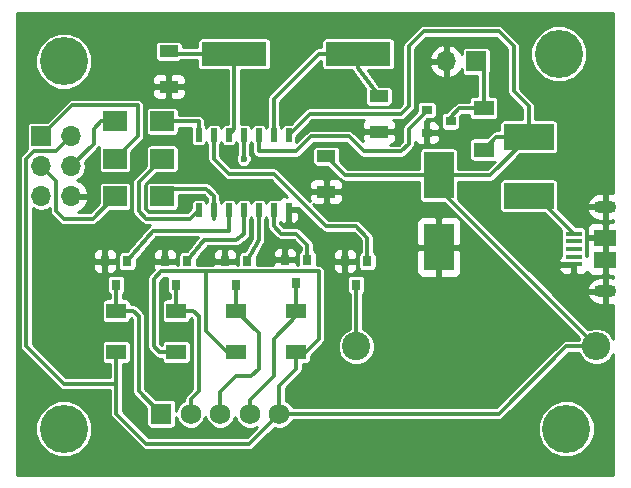
<source format=gbr>
G04 #@! TF.FileFunction,Copper,L1,Top,Signal*
%FSLAX46Y46*%
G04 Gerber Fmt 4.6, Leading zero omitted, Abs format (unit mm)*
G04 Created by KiCad (PCBNEW 4.0.7-e2-6376~58~ubuntu16.04.1) date Thu May  2 01:35:01 2019*
%MOMM*%
%LPD*%
G01*
G04 APERTURE LIST*
%ADD10C,0.100000*%
%ADD11C,4.064000*%
%ADD12R,2.500000X4.000000*%
%ADD13R,0.508000X1.143000*%
%ADD14R,0.800000X0.900000*%
%ADD15R,1.700000X1.700000*%
%ADD16O,1.700000X1.700000*%
%ADD17R,1.600000X1.000000*%
%ADD18C,2.400000*%
%ADD19O,2.400000X2.400000*%
%ADD20R,0.900000X0.800000*%
%ADD21R,5.500000X2.000000*%
%ADD22R,1.700000X1.300000*%
%ADD23R,4.200000X2.200000*%
%ADD24O,1.900000X1.100000*%
%ADD25R,1.900000X1.400000*%
%ADD26R,1.380000X0.450000*%
%ADD27R,1.750000X1.750000*%
%ADD28C,1.750000*%
%ADD29R,2.000000X1.700000*%
%ADD30C,0.600000*%
%ADD31C,0.350000*%
%ADD32C,0.254000*%
G04 APERTURE END LIST*
D10*
D11*
X176530000Y-96615000D03*
X134620000Y-97250000D03*
X134620000Y-128365000D03*
D12*
X166370000Y-106900000D03*
X166370000Y-113000000D03*
D13*
X153670000Y-103473000D03*
X152400000Y-103473000D03*
X151130000Y-103473000D03*
X149860000Y-103473000D03*
X148590000Y-103473000D03*
X147320000Y-103473000D03*
X146050000Y-103473000D03*
X146050000Y-109823000D03*
X147320000Y-109823000D03*
X149860000Y-109823000D03*
X151130000Y-109823000D03*
X152400000Y-109823000D03*
X153670000Y-109823000D03*
X148590000Y-109823000D03*
D14*
X140015000Y-114157000D03*
X138115000Y-114157000D03*
X139065000Y-116157000D03*
X145095000Y-114157000D03*
X143195000Y-114157000D03*
X144145000Y-116157000D03*
X150175000Y-114157000D03*
X148275000Y-114157000D03*
X149225000Y-116157000D03*
X155255000Y-114030000D03*
X153355000Y-114030000D03*
X154305000Y-116030000D03*
X160335000Y-114157000D03*
X158435000Y-114157000D03*
X159385000Y-116157000D03*
D15*
X132715000Y-103600000D03*
D16*
X135255000Y-103600000D03*
X132715000Y-106140000D03*
X135255000Y-106140000D03*
X132715000Y-108680000D03*
X135255000Y-108680000D03*
D17*
X156845000Y-105275000D03*
X156845000Y-108275000D03*
X161290000Y-100195000D03*
X161290000Y-103195000D03*
X143510000Y-96385000D03*
X143510000Y-99385000D03*
D18*
X159385000Y-121380000D03*
D19*
X179705000Y-121380000D03*
D15*
X169545000Y-97250000D03*
D16*
X167005000Y-97250000D03*
D20*
X165370000Y-101380000D03*
X165370000Y-103280000D03*
X167370000Y-102330000D03*
D21*
X159555000Y-96615000D03*
X149055000Y-96615000D03*
D22*
X139065000Y-121860000D03*
X139065000Y-118360000D03*
X144145000Y-121860000D03*
X144145000Y-118360000D03*
X149225000Y-121860000D03*
X149225000Y-118360000D03*
X154305000Y-121860000D03*
X154305000Y-118360000D03*
D23*
X173990000Y-103640000D03*
X173990000Y-108640000D03*
D24*
X180470000Y-116705000D03*
D25*
X180470000Y-112175000D03*
D24*
X180470000Y-109565000D03*
D26*
X177800000Y-111835000D03*
X177800000Y-112485000D03*
X177800000Y-113135000D03*
X177800000Y-113785000D03*
X177800000Y-114445000D03*
D25*
X180470000Y-114085000D03*
D11*
X177165000Y-128365000D03*
D27*
X142875000Y-127095000D03*
D28*
X145375000Y-127095000D03*
X147875000Y-127095000D03*
X150375000Y-127095000D03*
X152875000Y-127095000D03*
D22*
X170180000Y-104715000D03*
X170180000Y-101215000D03*
D29*
X138970000Y-108680000D03*
X142970000Y-108680000D03*
X138970000Y-105505000D03*
X142970000Y-105505000D03*
X138970000Y-102330000D03*
X142970000Y-102330000D03*
D30*
X146685000Y-113760000D03*
X151765000Y-113125000D03*
X149860000Y-105505000D03*
D31*
X170180000Y-104715000D02*
X171255000Y-103640000D01*
X171255000Y-103640000D02*
X173990000Y-103640000D01*
X131445000Y-119475000D02*
X131445000Y-121380000D01*
X133985000Y-104870000D02*
X132080000Y-104870000D01*
X132080000Y-104870000D02*
X131445000Y-105505000D01*
X131445000Y-105505000D02*
X131445000Y-119475000D01*
X135255000Y-103600000D02*
X133985000Y-104870000D01*
X134620000Y-124555000D02*
X139065000Y-124555000D01*
X131445000Y-121380000D02*
X134620000Y-124555000D01*
X149225000Y-121860000D02*
X148435000Y-121860000D01*
X148435000Y-121860000D02*
X146685000Y-120110000D01*
X146685000Y-120110000D02*
X146685000Y-115030000D01*
X144145000Y-121860000D02*
X142720000Y-121860000D01*
X156210000Y-120745000D02*
X155095000Y-121860000D01*
X156210000Y-115030000D02*
X156210000Y-120745000D01*
X142875000Y-115030000D02*
X146685000Y-115030000D01*
X146685000Y-115030000D02*
X156210000Y-115030000D01*
X142240000Y-115665000D02*
X142875000Y-115030000D01*
X142240000Y-121380000D02*
X142240000Y-115665000D01*
X142720000Y-121860000D02*
X142240000Y-121380000D01*
X155095000Y-121860000D02*
X154305000Y-121860000D01*
X179705000Y-121380000D02*
X177165000Y-121380000D01*
X171450000Y-127095000D02*
X152875000Y-127095000D01*
X177165000Y-121380000D02*
X171450000Y-127095000D01*
X139065000Y-121860000D02*
X139065000Y-124555000D01*
X139065000Y-124555000D02*
X139065000Y-127095000D01*
X139065000Y-127095000D02*
X141605000Y-129635000D01*
X146939000Y-129635000D02*
X150335000Y-129635000D01*
X141605000Y-129635000D02*
X146939000Y-129635000D01*
X150335000Y-129635000D02*
X152875000Y-127095000D01*
X152875000Y-127095000D02*
X152875000Y-124715000D01*
X152875000Y-124715000D02*
X154305000Y-123285000D01*
X154305000Y-123285000D02*
X154305000Y-121860000D01*
X173990000Y-103640000D02*
X173990000Y-101060000D01*
X155448000Y-101695000D02*
X154686000Y-102457000D01*
X154686000Y-102457000D02*
X153670000Y-103473000D01*
X163195000Y-101695000D02*
X155448000Y-101695000D01*
X163830000Y-101060000D02*
X163195000Y-101695000D01*
X163830000Y-95980000D02*
X163830000Y-101060000D01*
X165100000Y-94710000D02*
X163830000Y-95980000D01*
X171450000Y-94710000D02*
X165100000Y-94710000D01*
X172720000Y-95980000D02*
X171450000Y-94710000D01*
X172720000Y-99790000D02*
X172720000Y-95980000D01*
X173990000Y-101060000D02*
X172720000Y-99790000D01*
X166370000Y-106900000D02*
X158470000Y-106900000D01*
X158470000Y-106900000D02*
X156845000Y-105275000D01*
X179705000Y-121380000D02*
X166370000Y-108045000D01*
X166370000Y-108045000D02*
X166370000Y-106900000D01*
X173990000Y-103640000D02*
X170730000Y-106900000D01*
X170730000Y-106900000D02*
X166370000Y-106900000D01*
X148275000Y-114157000D02*
X147082000Y-114157000D01*
X147082000Y-114157000D02*
X146685000Y-113760000D01*
X153355000Y-114030000D02*
X152670000Y-114030000D01*
X152670000Y-114030000D02*
X151765000Y-113125000D01*
X140970000Y-120110000D02*
X140970000Y-118840000D01*
X140970000Y-125190000D02*
X140970000Y-120110000D01*
X142875000Y-127095000D02*
X140970000Y-125190000D01*
X140490000Y-118360000D02*
X139065000Y-118360000D01*
X140970000Y-118840000D02*
X140490000Y-118360000D01*
X139220000Y-118360000D02*
X139065000Y-118360000D01*
X139065000Y-116157000D02*
X139065000Y-118360000D01*
X146050000Y-120265000D02*
X146050000Y-118840000D01*
X145375000Y-125865000D02*
X146050000Y-125190000D01*
X146050000Y-125190000D02*
X146050000Y-120265000D01*
X145375000Y-127095000D02*
X145375000Y-125865000D01*
X145570000Y-118360000D02*
X144145000Y-118360000D01*
X146050000Y-118840000D02*
X145570000Y-118360000D01*
X144145000Y-116157000D02*
X144145000Y-118360000D01*
X147875000Y-127095000D02*
X147875000Y-125270000D01*
X151130000Y-120265000D02*
X149225000Y-118360000D01*
X151130000Y-123285000D02*
X151130000Y-120265000D01*
X150495000Y-123920000D02*
X151130000Y-123285000D01*
X149225000Y-123920000D02*
X150495000Y-123920000D01*
X147875000Y-125270000D02*
X149225000Y-123920000D01*
X149225000Y-116157000D02*
X149225000Y-118360000D01*
X150375000Y-127095000D02*
X150375000Y-125945000D01*
X152400000Y-120745000D02*
X154305000Y-118840000D01*
X152400000Y-123920000D02*
X152400000Y-120745000D01*
X150375000Y-125945000D02*
X152400000Y-123920000D01*
X154305000Y-118840000D02*
X154305000Y-118360000D01*
X154305000Y-116030000D02*
X154305000Y-118360000D01*
X177800000Y-111835000D02*
X174605000Y-108640000D01*
X174605000Y-108640000D02*
X173990000Y-108640000D01*
X159385000Y-116157000D02*
X159385000Y-121380000D01*
X165370000Y-101380000D02*
X165370000Y-101425000D01*
X165370000Y-101425000D02*
X163830000Y-102965000D01*
X163830000Y-102965000D02*
X163830000Y-104235000D01*
X163830000Y-104235000D02*
X163195000Y-104870000D01*
X163195000Y-104870000D02*
X160020000Y-104870000D01*
X160020000Y-104870000D02*
X158750000Y-103600000D01*
X158750000Y-103600000D02*
X155575000Y-103600000D01*
X155575000Y-103600000D02*
X154305000Y-104870000D01*
X154305000Y-104870000D02*
X151130000Y-104870000D01*
X151130000Y-104870000D02*
X151130000Y-103473000D01*
X152400000Y-103473000D02*
X152400000Y-100425000D01*
X156210000Y-96615000D02*
X159555000Y-96615000D01*
X152400000Y-100425000D02*
X156210000Y-96615000D01*
X161290000Y-100195000D02*
X159555000Y-97825000D01*
X159555000Y-97825000D02*
X159555000Y-96615000D01*
X148590000Y-103473000D02*
X149055000Y-103008000D01*
X149055000Y-103008000D02*
X149055000Y-96615000D01*
X143510000Y-96385000D02*
X143740000Y-96615000D01*
X143740000Y-96615000D02*
X149055000Y-96615000D01*
X167370000Y-102330000D02*
X167370000Y-101965000D01*
X167370000Y-101965000D02*
X168120000Y-101215000D01*
X168120000Y-101215000D02*
X170180000Y-101215000D01*
X170180000Y-101215000D02*
X170180000Y-99155000D01*
X170180000Y-99155000D02*
X170180000Y-97885000D01*
X170180000Y-97885000D02*
X169545000Y-97250000D01*
X146050000Y-109823000D02*
X145288000Y-110585000D01*
X140970000Y-107505000D02*
X142970000Y-105505000D01*
X140970000Y-109950000D02*
X140970000Y-107505000D01*
X141605000Y-110585000D02*
X140970000Y-109950000D01*
X145288000Y-110585000D02*
X141605000Y-110585000D01*
X147320000Y-109823000D02*
X147320000Y-110585000D01*
X147320000Y-110585000D02*
X147320000Y-109315000D01*
X147320000Y-109315000D02*
X147320000Y-108680000D01*
X147320000Y-108680000D02*
X146685000Y-108045000D01*
X146685000Y-108045000D02*
X143605000Y-108045000D01*
X143605000Y-108045000D02*
X142970000Y-108680000D01*
X146050000Y-103473000D02*
X146050000Y-102330000D01*
X146050000Y-102330000D02*
X142970000Y-102330000D01*
X146050000Y-103473000D02*
X146050000Y-103600000D01*
X149860000Y-103473000D02*
X149860000Y-105505000D01*
X148590000Y-109823000D02*
X148590000Y-111601000D01*
X142190000Y-111601000D02*
X140015000Y-114157000D01*
X142240000Y-111601000D02*
X142190000Y-111601000D01*
X148590000Y-111601000D02*
X142240000Y-111601000D01*
X149860000Y-109823000D02*
X149860000Y-111855000D01*
X146540000Y-112363000D02*
X145095000Y-114157000D01*
X149225000Y-112363000D02*
X146540000Y-112363000D01*
X149860000Y-111855000D02*
X149225000Y-112363000D01*
X151130000Y-109823000D02*
X151130000Y-111220000D01*
X151130000Y-112345000D02*
X150175000Y-114157000D01*
X151130000Y-111220000D02*
X151130000Y-112345000D01*
X152400000Y-109823000D02*
X152400000Y-111220000D01*
X155255000Y-112805000D02*
X155255000Y-114030000D01*
X154305000Y-111855000D02*
X155255000Y-112805000D01*
X153035000Y-111855000D02*
X154305000Y-111855000D01*
X152400000Y-111220000D02*
X153035000Y-111855000D01*
X160335000Y-114157000D02*
X160335000Y-112170000D01*
X147320000Y-105505000D02*
X147320000Y-103473000D01*
X148590000Y-106775000D02*
X147320000Y-105505000D01*
X152400000Y-106775000D02*
X148590000Y-106775000D01*
X156845000Y-111220000D02*
X152400000Y-106775000D01*
X159385000Y-111220000D02*
X156845000Y-111220000D01*
X160335000Y-112170000D02*
X159385000Y-111220000D01*
X138970000Y-105505000D02*
X140875000Y-103600000D01*
X135350000Y-100965000D02*
X132715000Y-103600000D01*
X140875000Y-100965000D02*
X135350000Y-100965000D01*
X140875000Y-101155000D02*
X140875000Y-100965000D01*
X140875000Y-103600000D02*
X140875000Y-101155000D01*
X132715000Y-103600000D02*
X132080000Y-103600000D01*
X138970000Y-108680000D02*
X137065000Y-110585000D01*
X133985000Y-107410000D02*
X132715000Y-106140000D01*
X133985000Y-108045000D02*
X133985000Y-107410000D01*
X133985000Y-109950000D02*
X133985000Y-108045000D01*
X134620000Y-110585000D02*
X133985000Y-109950000D01*
X137065000Y-110585000D02*
X134620000Y-110585000D01*
X138970000Y-102330000D02*
X137795000Y-102330000D01*
X137160000Y-104235000D02*
X135255000Y-106140000D01*
X137160000Y-102965000D02*
X137160000Y-104235000D01*
X137795000Y-102330000D02*
X137160000Y-102965000D01*
D32*
X130627000Y-93162000D02*
X181158000Y-93162000D01*
X130627000Y-93365200D02*
X181158000Y-93365200D01*
X130627000Y-93568400D02*
X181158000Y-93568400D01*
X130627000Y-93771600D02*
X181158000Y-93771600D01*
X130627000Y-93974800D02*
X181158000Y-93974800D01*
X130627000Y-94178000D02*
X164999452Y-94178000D01*
X171550549Y-94178000D02*
X181158000Y-94178000D01*
X130627000Y-94381200D02*
X164648154Y-94381200D01*
X171901846Y-94381200D02*
X175627897Y-94381200D01*
X177432202Y-94381200D02*
X181158000Y-94381200D01*
X130627000Y-94584400D02*
X164444954Y-94584400D01*
X172105046Y-94584400D02*
X175154330Y-94584400D01*
X177906813Y-94584400D02*
X181158000Y-94584400D01*
X130627000Y-94787600D02*
X164241754Y-94787600D01*
X172308246Y-94787600D02*
X174950775Y-94787600D01*
X178109659Y-94787600D02*
X181158000Y-94787600D01*
X130627000Y-94990800D02*
X133779370Y-94990800D01*
X135461032Y-94990800D02*
X164038554Y-94990800D01*
X172511446Y-94990800D02*
X174747220Y-94990800D01*
X178312504Y-94990800D02*
X181158000Y-94990800D01*
X130627000Y-95194000D02*
X133287587Y-95194000D01*
X135950392Y-95194000D02*
X163835354Y-95194000D01*
X172714646Y-95194000D02*
X174543665Y-95194000D01*
X178515350Y-95194000D02*
X181158000Y-95194000D01*
X130627000Y-95397200D02*
X133066219Y-95397200D01*
X136174303Y-95397200D02*
X145997535Y-95397200D01*
X152112846Y-95397200D02*
X156497535Y-95397200D01*
X162612846Y-95397200D02*
X163632154Y-95397200D01*
X172917846Y-95397200D02*
X174427248Y-95397200D01*
X178633358Y-95397200D02*
X181158000Y-95397200D01*
X130627000Y-95600400D02*
X132862664Y-95600400D01*
X136377149Y-95600400D02*
X142456076Y-95600400D01*
X144561265Y-95600400D02*
X145923572Y-95600400D01*
X152186638Y-95600400D02*
X156423572Y-95600400D01*
X162686638Y-95600400D02*
X163432513Y-95600400D01*
X173117488Y-95600400D02*
X174342872Y-95600400D01*
X178717318Y-95600400D02*
X181158000Y-95600400D01*
X130627000Y-95803600D02*
X132659109Y-95803600D01*
X136579994Y-95803600D02*
X142342099Y-95803600D01*
X144679069Y-95803600D02*
X145920615Y-95803600D01*
X152189385Y-95803600D02*
X156420615Y-95803600D01*
X162689385Y-95803600D02*
X163313088Y-95803600D01*
X173236913Y-95803600D02*
X174258496Y-95803600D01*
X178801278Y-95803600D02*
X181158000Y-95803600D01*
X130627000Y-96006800D02*
X132527795Y-96006800D01*
X136712863Y-96006800D02*
X142325615Y-96006800D01*
X144694385Y-96006800D02*
X145920615Y-96006800D01*
X152189385Y-96006800D02*
X156420615Y-96006800D01*
X162689385Y-96006800D02*
X163278000Y-96006800D01*
X173272000Y-96006800D02*
X174174120Y-96006800D01*
X178885239Y-96006800D02*
X181158000Y-96006800D01*
X130627000Y-96210000D02*
X132443419Y-96210000D01*
X136796823Y-96210000D02*
X142325615Y-96210000D01*
X152189385Y-96210000D02*
X155841643Y-96210000D01*
X162689385Y-96210000D02*
X163278000Y-96210000D01*
X173272000Y-96210000D02*
X174121353Y-96210000D01*
X178939354Y-96210000D02*
X181158000Y-96210000D01*
X130627000Y-96413200D02*
X132359043Y-96413200D01*
X136880783Y-96413200D02*
X142325615Y-96413200D01*
X152189385Y-96413200D02*
X155631154Y-96413200D01*
X162689385Y-96413200D02*
X163278000Y-96413200D01*
X173272000Y-96413200D02*
X174121176Y-96413200D01*
X178939176Y-96413200D02*
X181158000Y-96413200D01*
X130627000Y-96616400D02*
X132274667Y-96616400D01*
X136964744Y-96616400D02*
X142325615Y-96616400D01*
X152189385Y-96616400D02*
X155427954Y-96616400D01*
X162689385Y-96616400D02*
X163278000Y-96616400D01*
X173272000Y-96616400D02*
X174120998Y-96616400D01*
X178938999Y-96616400D02*
X181158000Y-96616400D01*
X130627000Y-96819600D02*
X132211375Y-96819600D01*
X137029376Y-96819600D02*
X142325615Y-96819600D01*
X152189385Y-96819600D02*
X155224754Y-96819600D01*
X162689385Y-96819600D02*
X163278000Y-96819600D01*
X173272000Y-96819600D02*
X174120821Y-96819600D01*
X178938822Y-96819600D02*
X181158000Y-96819600D01*
X130627000Y-97022800D02*
X132211198Y-97022800D01*
X137029199Y-97022800D02*
X142351543Y-97022800D01*
X152189385Y-97022800D02*
X155021554Y-97022800D01*
X162689385Y-97022800D02*
X163278000Y-97022800D01*
X173272000Y-97022800D02*
X174120644Y-97022800D01*
X178938645Y-97022800D02*
X181158000Y-97022800D01*
X130627000Y-97226000D02*
X132211021Y-97226000D01*
X137029021Y-97226000D02*
X142541279Y-97226000D01*
X144476277Y-97226000D02*
X145920615Y-97226000D01*
X152189385Y-97226000D02*
X154818354Y-97226000D01*
X156379646Y-97226000D02*
X156420615Y-97226000D01*
X162689385Y-97226000D02*
X163278000Y-97226000D01*
X173272000Y-97226000D02*
X174175918Y-97226000D01*
X178884717Y-97226000D02*
X181158000Y-97226000D01*
X130627000Y-97429200D02*
X132210843Y-97429200D01*
X137028844Y-97429200D02*
X145920615Y-97429200D01*
X152189385Y-97429200D02*
X154615154Y-97429200D01*
X156176446Y-97429200D02*
X156420615Y-97429200D01*
X162689385Y-97429200D02*
X163278000Y-97429200D01*
X173272000Y-97429200D02*
X174259879Y-97429200D01*
X178800341Y-97429200D02*
X181158000Y-97429200D01*
X130627000Y-97632400D02*
X132210666Y-97632400D01*
X137028667Y-97632400D02*
X145923889Y-97632400D01*
X152185861Y-97632400D02*
X154411954Y-97632400D01*
X155973246Y-97632400D02*
X156423889Y-97632400D01*
X162685861Y-97632400D02*
X163278000Y-97632400D01*
X173272000Y-97632400D02*
X174343839Y-97632400D01*
X178715965Y-97632400D02*
X181158000Y-97632400D01*
X130627000Y-97835600D02*
X132255423Y-97835600D01*
X136985264Y-97835600D02*
X145998955Y-97835600D01*
X152110552Y-97835600D02*
X154208754Y-97835600D01*
X155770046Y-97835600D02*
X156498955Y-97835600D01*
X162610552Y-97835600D02*
X163278000Y-97835600D01*
X173272000Y-97835600D02*
X174427799Y-97835600D01*
X178631589Y-97835600D02*
X181158000Y-97835600D01*
X130627000Y-98038800D02*
X132339384Y-98038800D01*
X136900888Y-98038800D02*
X148503000Y-98038800D01*
X149607000Y-98038800D02*
X154005554Y-98038800D01*
X155566846Y-98038800D02*
X159046727Y-98038800D01*
X160395623Y-98038800D02*
X163278000Y-98038800D01*
X173272000Y-98038800D02*
X174547445Y-98038800D01*
X178513530Y-98038800D02*
X181158000Y-98038800D01*
X130627000Y-98242000D02*
X132423344Y-98242000D01*
X136816512Y-98242000D02*
X148503000Y-98242000D01*
X149607000Y-98242000D02*
X153802354Y-98242000D01*
X155363646Y-98242000D02*
X159176165Y-98242000D01*
X160544379Y-98242000D02*
X163278000Y-98242000D01*
X173272000Y-98242000D02*
X174750291Y-98242000D01*
X178309975Y-98242000D02*
X181158000Y-98242000D01*
X130627000Y-98445200D02*
X132507304Y-98445200D01*
X136732136Y-98445200D02*
X142251775Y-98445200D01*
X143383000Y-98445200D02*
X143637000Y-98445200D01*
X144768226Y-98445200D02*
X148503000Y-98445200D01*
X149607000Y-98445200D02*
X153599154Y-98445200D01*
X155160446Y-98445200D02*
X159324921Y-98445200D01*
X160693135Y-98445200D02*
X163278000Y-98445200D01*
X173272000Y-98445200D02*
X174953136Y-98445200D01*
X178106420Y-98445200D02*
X181158000Y-98445200D01*
X130627000Y-98648400D02*
X132612089Y-98648400D01*
X136628974Y-98648400D02*
X142120685Y-98648400D01*
X143383000Y-98648400D02*
X143637000Y-98648400D01*
X144899316Y-98648400D02*
X148503000Y-98648400D01*
X149607000Y-98648400D02*
X153395954Y-98648400D01*
X154957246Y-98648400D02*
X159473677Y-98648400D01*
X160841891Y-98648400D02*
X163278000Y-98648400D01*
X173272000Y-98648400D02*
X175155982Y-98648400D01*
X177902865Y-98648400D02*
X181158000Y-98648400D01*
X130627000Y-98851600D02*
X132814935Y-98851600D01*
X136425419Y-98851600D02*
X142075000Y-98851600D01*
X143383000Y-98851600D02*
X143637000Y-98851600D01*
X144945000Y-98851600D02*
X148503000Y-98851600D01*
X149607000Y-98851600D02*
X153192754Y-98851600D01*
X154754046Y-98851600D02*
X159622433Y-98851600D01*
X160990647Y-98851600D02*
X163278000Y-98851600D01*
X173272000Y-98851600D02*
X175634541Y-98851600D01*
X177425326Y-98851600D02*
X181158000Y-98851600D01*
X130627000Y-99054800D02*
X133017781Y-99054800D01*
X136221864Y-99054800D02*
X142075000Y-99054800D01*
X143383000Y-99054800D02*
X143637000Y-99054800D01*
X144945000Y-99054800D02*
X148503000Y-99054800D01*
X149607000Y-99054800D02*
X152989554Y-99054800D01*
X154550846Y-99054800D02*
X159771189Y-99054800D01*
X161139404Y-99054800D02*
X163278000Y-99054800D01*
X173272000Y-99054800D02*
X181158000Y-99054800D01*
X130627000Y-99258000D02*
X133220626Y-99258000D01*
X136018309Y-99258000D02*
X148503000Y-99258000D01*
X149607000Y-99258000D02*
X152786354Y-99258000D01*
X154347646Y-99258000D02*
X159919945Y-99258000D01*
X161288160Y-99258000D02*
X163278000Y-99258000D01*
X173272000Y-99258000D02*
X181158000Y-99258000D01*
X130627000Y-99461200D02*
X133663371Y-99461200D01*
X135576799Y-99461200D02*
X148503000Y-99461200D01*
X149607000Y-99461200D02*
X152583154Y-99461200D01*
X154144446Y-99461200D02*
X160068702Y-99461200D01*
X162387551Y-99461200D02*
X163278000Y-99461200D01*
X173272000Y-99461200D02*
X181158000Y-99461200D01*
X130627000Y-99664400D02*
X142081350Y-99664400D01*
X143383000Y-99664400D02*
X143637000Y-99664400D01*
X144938650Y-99664400D02*
X148503000Y-99664400D01*
X149607000Y-99664400D02*
X152379954Y-99664400D01*
X153941246Y-99664400D02*
X160111812Y-99664400D01*
X162468628Y-99664400D02*
X163278000Y-99664400D01*
X173375046Y-99664400D02*
X181158000Y-99664400D01*
X130627000Y-99867600D02*
X142075000Y-99867600D01*
X143383000Y-99867600D02*
X143637000Y-99867600D01*
X144945000Y-99867600D02*
X148503000Y-99867600D01*
X149607000Y-99867600D02*
X152176754Y-99867600D01*
X153738046Y-99867600D02*
X160105615Y-99867600D01*
X162474385Y-99867600D02*
X163278000Y-99867600D01*
X173578246Y-99867600D02*
X181158000Y-99867600D01*
X130627000Y-100070800D02*
X142099642Y-100070800D01*
X143383000Y-100070800D02*
X143637000Y-100070800D01*
X144920357Y-100070800D02*
X148503000Y-100070800D01*
X149607000Y-100070800D02*
X151985541Y-100070800D01*
X153534846Y-100070800D02*
X160105615Y-100070800D01*
X162474385Y-100070800D02*
X163278000Y-100070800D01*
X173781446Y-100070800D02*
X181158000Y-100070800D01*
X130627000Y-100274000D02*
X142200974Y-100274000D01*
X143383000Y-100274000D02*
X143637000Y-100274000D01*
X144819025Y-100274000D02*
X148503000Y-100274000D01*
X149607000Y-100274000D02*
X151878036Y-100274000D01*
X153331646Y-100274000D02*
X160105615Y-100274000D01*
X162474385Y-100274000D02*
X163278000Y-100274000D01*
X173984646Y-100274000D02*
X181158000Y-100274000D01*
X130627000Y-100477200D02*
X135105561Y-100477200D01*
X141119439Y-100477200D02*
X142480361Y-100477200D01*
X143267050Y-100477200D02*
X143752950Y-100477200D01*
X144539638Y-100477200D02*
X148503000Y-100477200D01*
X149607000Y-100477200D02*
X151848000Y-100477200D01*
X153128446Y-100477200D02*
X160105615Y-100477200D01*
X162474385Y-100477200D02*
X163278000Y-100477200D01*
X174187846Y-100477200D02*
X181158000Y-100477200D01*
X130627000Y-100680400D02*
X134853954Y-100680400D01*
X141335965Y-100680400D02*
X148503000Y-100680400D01*
X149607000Y-100680400D02*
X151848000Y-100680400D01*
X152952000Y-100680400D02*
X160105615Y-100680400D01*
X162474385Y-100680400D02*
X163278000Y-100680400D01*
X174387488Y-100680400D02*
X181158000Y-100680400D01*
X130627000Y-100883600D02*
X134650754Y-100883600D01*
X141410809Y-100883600D02*
X148503000Y-100883600D01*
X149607000Y-100883600D02*
X151848000Y-100883600D01*
X152952000Y-100883600D02*
X160163364Y-100883600D01*
X162417417Y-100883600D02*
X163225754Y-100883600D01*
X174506913Y-100883600D02*
X181158000Y-100883600D01*
X130627000Y-101086800D02*
X134447554Y-101086800D01*
X141427000Y-101086800D02*
X148503000Y-101086800D01*
X149607000Y-101086800D02*
X151848000Y-101086800D01*
X152952000Y-101086800D02*
X163022554Y-101086800D01*
X174542000Y-101086800D02*
X181158000Y-101086800D01*
X130627000Y-101290000D02*
X134244354Y-101290000D01*
X141427000Y-101290000D02*
X141643540Y-101290000D01*
X144295735Y-101290000D02*
X148503000Y-101290000D01*
X149607000Y-101290000D02*
X151848000Y-101290000D01*
X152952000Y-101290000D02*
X155079643Y-101290000D01*
X174542000Y-101290000D02*
X181158000Y-101290000D01*
X130627000Y-101493200D02*
X134041154Y-101493200D01*
X141427000Y-101493200D02*
X141585615Y-101493200D01*
X144354385Y-101493200D02*
X148503000Y-101493200D01*
X149607000Y-101493200D02*
X151848000Y-101493200D01*
X152952000Y-101493200D02*
X154869154Y-101493200D01*
X174542000Y-101493200D02*
X181158000Y-101493200D01*
X130627000Y-101696400D02*
X133837954Y-101696400D01*
X141427000Y-101696400D02*
X141585615Y-101696400D01*
X144354385Y-101696400D02*
X148503000Y-101696400D01*
X149607000Y-101696400D02*
X151848000Y-101696400D01*
X152952000Y-101696400D02*
X154665954Y-101696400D01*
X174542000Y-101696400D02*
X181158000Y-101696400D01*
X130627000Y-101899600D02*
X133634754Y-101899600D01*
X141427000Y-101899600D02*
X141585615Y-101899600D01*
X146380344Y-101899600D02*
X148503000Y-101899600D01*
X149607000Y-101899600D02*
X151848000Y-101899600D01*
X152952000Y-101899600D02*
X154462754Y-101899600D01*
X174542000Y-101899600D02*
X181158000Y-101899600D01*
X130627000Y-102102800D02*
X133431554Y-102102800D01*
X141427000Y-102102800D02*
X141585615Y-102102800D01*
X146549319Y-102102800D02*
X148503000Y-102102800D01*
X149607000Y-102102800D02*
X151848000Y-102102800D01*
X152952000Y-102102800D02*
X154259554Y-102102800D01*
X174542000Y-102102800D02*
X181158000Y-102102800D01*
X130627000Y-102306000D02*
X133228354Y-102306000D01*
X141427000Y-102306000D02*
X141585615Y-102306000D01*
X146597227Y-102306000D02*
X148503000Y-102306000D01*
X149607000Y-102306000D02*
X151848000Y-102306000D01*
X152952000Y-102306000D02*
X154056354Y-102306000D01*
X176387422Y-102306000D02*
X181158000Y-102306000D01*
X130627000Y-102509200D02*
X131573250Y-102509200D01*
X141427000Y-102509200D02*
X141585615Y-102509200D01*
X146602000Y-102509200D02*
X148503000Y-102509200D01*
X149607000Y-102509200D02*
X151848000Y-102509200D01*
X152952000Y-102509200D02*
X153853154Y-102509200D01*
X176468590Y-102509200D02*
X181158000Y-102509200D01*
X130627000Y-102712400D02*
X131488230Y-102712400D01*
X141427000Y-102712400D02*
X141585615Y-102712400D01*
X146630314Y-102712400D02*
X146738925Y-102712400D01*
X147900314Y-102712400D02*
X148008925Y-102712400D01*
X150440314Y-102712400D02*
X150548925Y-102712400D01*
X151710314Y-102712400D02*
X151818925Y-102712400D01*
X152980314Y-102712400D02*
X153088925Y-102712400D01*
X176474385Y-102712400D02*
X181158000Y-102712400D01*
X130627000Y-102915600D02*
X131480615Y-102915600D01*
X141427000Y-102915600D02*
X141585615Y-102915600D01*
X144354385Y-102915600D02*
X145411615Y-102915600D01*
X176474385Y-102915600D02*
X181158000Y-102915600D01*
X130627000Y-103118800D02*
X131480615Y-103118800D01*
X141427000Y-103118800D02*
X141585615Y-103118800D01*
X144354385Y-103118800D02*
X145411615Y-103118800D01*
X176474385Y-103118800D02*
X181158000Y-103118800D01*
X130627000Y-103322000D02*
X131480615Y-103322000D01*
X141427000Y-103322000D02*
X141613377Y-103322000D01*
X144325629Y-103322000D02*
X145411615Y-103322000D01*
X176474385Y-103322000D02*
X181158000Y-103322000D01*
X130627000Y-103525200D02*
X131480615Y-103525200D01*
X141427000Y-103525200D02*
X141807426Y-103525200D01*
X144129750Y-103525200D02*
X145411615Y-103525200D01*
X176474385Y-103525200D02*
X181158000Y-103525200D01*
X130627000Y-103728400D02*
X131480615Y-103728400D01*
X141401460Y-103728400D02*
X145411615Y-103728400D01*
X176474385Y-103728400D02*
X181158000Y-103728400D01*
X130627000Y-103931600D02*
X131480615Y-103931600D01*
X141304560Y-103931600D02*
X145411615Y-103931600D01*
X176474385Y-103931600D02*
X181158000Y-103931600D01*
X130627000Y-104134800D02*
X131480615Y-104134800D01*
X141120846Y-104134800D02*
X145428606Y-104134800D01*
X146670098Y-104134800D02*
X146698606Y-104134800D01*
X176474385Y-104134800D02*
X181158000Y-104134800D01*
X130627000Y-104338000D02*
X131480615Y-104338000D01*
X140917646Y-104338000D02*
X141766426Y-104338000D01*
X144173846Y-104338000D02*
X145557761Y-104338000D01*
X146544093Y-104338000D02*
X146768000Y-104338000D01*
X176474385Y-104338000D02*
X181158000Y-104338000D01*
X130627000Y-104541200D02*
X131497775Y-104541200D01*
X137606532Y-104541200D02*
X137608660Y-104541200D01*
X140714446Y-104541200D02*
X141608661Y-104541200D01*
X144332972Y-104541200D02*
X146768000Y-104541200D01*
X176474385Y-104541200D02*
X181158000Y-104541200D01*
X130627000Y-104744400D02*
X131424954Y-104744400D01*
X137431246Y-104744400D02*
X137585615Y-104744400D01*
X140511246Y-104744400D02*
X141585615Y-104744400D01*
X144354385Y-104744400D02*
X146768000Y-104744400D01*
X176473493Y-104744400D02*
X181158000Y-104744400D01*
X130627000Y-104947600D02*
X131221754Y-104947600D01*
X137228046Y-104947600D02*
X137585615Y-104947600D01*
X140354385Y-104947600D02*
X141585615Y-104947600D01*
X144354385Y-104947600D02*
X146768000Y-104947600D01*
X176404434Y-104947600D02*
X181158000Y-104947600D01*
X130627000Y-105150800D02*
X131030541Y-105150800D01*
X137024846Y-105150800D02*
X137585615Y-105150800D01*
X140354385Y-105150800D02*
X141585615Y-105150800D01*
X144354385Y-105150800D02*
X146768000Y-105150800D01*
X173259846Y-105150800D02*
X181158000Y-105150800D01*
X130627000Y-105354000D02*
X130923036Y-105354000D01*
X136821646Y-105354000D02*
X137585615Y-105354000D01*
X140354385Y-105354000D02*
X141585615Y-105354000D01*
X144354385Y-105354000D02*
X146768000Y-105354000D01*
X173056646Y-105354000D02*
X181158000Y-105354000D01*
X130627000Y-105557200D02*
X130893000Y-105557200D01*
X136618446Y-105557200D02*
X137585615Y-105557200D01*
X140354385Y-105557200D02*
X141585615Y-105557200D01*
X144354385Y-105557200D02*
X146778383Y-105557200D01*
X172853446Y-105557200D02*
X181158000Y-105557200D01*
X130627000Y-105760400D02*
X130893000Y-105760400D01*
X136430531Y-105760400D02*
X137585615Y-105760400D01*
X140354385Y-105760400D02*
X141585615Y-105760400D01*
X144354385Y-105760400D02*
X146839523Y-105760400D01*
X172650246Y-105760400D02*
X181158000Y-105760400D01*
X130627000Y-105963600D02*
X130893000Y-105963600D01*
X136470950Y-105963600D02*
X137585615Y-105963600D01*
X140354385Y-105963600D02*
X141585615Y-105963600D01*
X144354385Y-105963600D02*
X146997954Y-105963600D01*
X172447046Y-105963600D02*
X181158000Y-105963600D01*
X130627000Y-106166800D02*
X130893000Y-106166800D01*
X136500707Y-106166800D02*
X137585615Y-106166800D01*
X140354385Y-106166800D02*
X141527554Y-106166800D01*
X144354385Y-106166800D02*
X147201154Y-106166800D01*
X172243846Y-106166800D02*
X181158000Y-106166800D01*
X130627000Y-106370000D02*
X130893000Y-106370000D01*
X136460288Y-106370000D02*
X137588437Y-106370000D01*
X140351347Y-106370000D02*
X141324354Y-106370000D01*
X144351347Y-106370000D02*
X147404354Y-106370000D01*
X172040646Y-106370000D02*
X181158000Y-106370000D01*
X130627000Y-106573200D02*
X130893000Y-106573200D01*
X136419869Y-106573200D02*
X137662411Y-106573200D01*
X140277192Y-106573200D02*
X141121154Y-106573200D01*
X144277192Y-106573200D02*
X147607554Y-106573200D01*
X171837446Y-106573200D02*
X181158000Y-106573200D01*
X130627000Y-106776400D02*
X130893000Y-106776400D01*
X136301154Y-106776400D02*
X140917954Y-106776400D01*
X142479246Y-106776400D02*
X147810754Y-106776400D01*
X171634246Y-106776400D02*
X181158000Y-106776400D01*
X130627000Y-106979600D02*
X130893000Y-106979600D01*
X136165380Y-106979600D02*
X140714754Y-106979600D01*
X142276046Y-106979600D02*
X148013954Y-106979600D01*
X171431046Y-106979600D02*
X181158000Y-106979600D01*
X130627000Y-107182800D02*
X130893000Y-107182800D01*
X135884482Y-107182800D02*
X140534159Y-107182800D01*
X142072846Y-107182800D02*
X148225832Y-107182800D01*
X171227846Y-107182800D02*
X171748899Y-107182800D01*
X176224244Y-107182800D02*
X181158000Y-107182800D01*
X130627000Y-107386000D02*
X130893000Y-107386000D01*
X135925942Y-107386000D02*
X140441670Y-107386000D01*
X141869646Y-107386000D02*
X152230354Y-107386000D01*
X170977133Y-107386000D02*
X171538942Y-107386000D01*
X176438901Y-107386000D02*
X181158000Y-107386000D01*
X130627000Y-107589200D02*
X130893000Y-107589200D01*
X136231486Y-107589200D02*
X137678250Y-107589200D01*
X140263046Y-107589200D02*
X140418000Y-107589200D01*
X141666446Y-107589200D02*
X141678250Y-107589200D01*
X146977331Y-107589200D02*
X152433554Y-107589200D01*
X168004385Y-107589200D02*
X171505615Y-107589200D01*
X176474385Y-107589200D02*
X181158000Y-107589200D01*
X130627000Y-107792400D02*
X130893000Y-107792400D01*
X136416669Y-107792400D02*
X137593230Y-107792400D01*
X140347311Y-107792400D02*
X140418000Y-107792400D01*
X141522000Y-107792400D02*
X141593230Y-107792400D01*
X147213046Y-107792400D02*
X152636754Y-107792400D01*
X168004385Y-107792400D02*
X171505615Y-107792400D01*
X176474385Y-107792400D02*
X181158000Y-107792400D01*
X130627000Y-107995600D02*
X130893000Y-107995600D01*
X136560826Y-107995600D02*
X137585615Y-107995600D01*
X140354385Y-107995600D02*
X140418000Y-107995600D01*
X141522000Y-107995600D02*
X141585615Y-107995600D01*
X147416246Y-107995600D02*
X152839954Y-107995600D01*
X168004385Y-107995600D02*
X171505615Y-107995600D01*
X176474385Y-107995600D02*
X181158000Y-107995600D01*
X130627000Y-108198800D02*
X130893000Y-108198800D01*
X136644989Y-108198800D02*
X137585615Y-108198800D01*
X140354385Y-108198800D02*
X140418000Y-108198800D01*
X141522000Y-108198800D02*
X141585615Y-108198800D01*
X147619446Y-108198800D02*
X153043154Y-108198800D01*
X168004385Y-108198800D02*
X171505615Y-108198800D01*
X176474385Y-108198800D02*
X181158000Y-108198800D01*
X130627000Y-108402000D02*
X130893000Y-108402000D01*
X136654842Y-108402000D02*
X137585615Y-108402000D01*
X140354385Y-108402000D02*
X140418000Y-108402000D01*
X141522000Y-108402000D02*
X141585615Y-108402000D01*
X147785376Y-108402000D02*
X153246354Y-108402000D01*
X168004385Y-108402000D02*
X171505615Y-108402000D01*
X176474385Y-108402000D02*
X179872658Y-108402000D01*
X180343000Y-108402000D02*
X180597000Y-108402000D01*
X181067344Y-108402000D02*
X181158000Y-108402000D01*
X130627000Y-108605200D02*
X130893000Y-108605200D01*
X135108000Y-108605200D02*
X137585615Y-108605200D01*
X140354385Y-108605200D02*
X140418000Y-108605200D01*
X141522000Y-108605200D02*
X141585615Y-108605200D01*
X144354385Y-108605200D02*
X146464554Y-108605200D01*
X147857122Y-108605200D02*
X153449554Y-108605200D01*
X168004385Y-108605200D02*
X171505615Y-108605200D01*
X176474385Y-108605200D02*
X179395739Y-108605200D01*
X180343000Y-108605200D02*
X180597000Y-108605200D01*
X130627000Y-108808400D02*
X130893000Y-108808400D01*
X135128000Y-108808400D02*
X135382000Y-108808400D01*
X136575894Y-108808400D02*
X137585615Y-108808400D01*
X140354385Y-108808400D02*
X140418000Y-108808400D01*
X141522000Y-108808400D02*
X141585615Y-108808400D01*
X144354385Y-108808400D02*
X146667754Y-108808400D01*
X147872000Y-108808400D02*
X152961075Y-108808400D01*
X168004385Y-108808400D02*
X171505615Y-108808400D01*
X176474385Y-108808400D02*
X179152433Y-108808400D01*
X180343000Y-108808400D02*
X180597000Y-108808400D01*
X130627000Y-109011600D02*
X130893000Y-109011600D01*
X136683130Y-109011600D02*
X137585615Y-109011600D01*
X140354385Y-109011600D02*
X140418000Y-109011600D01*
X141522000Y-109011600D02*
X141585615Y-109011600D01*
X144354385Y-109011600D02*
X145503635Y-109011600D01*
X146597625Y-109011600D02*
X146768000Y-109011600D01*
X147872000Y-109011600D02*
X148043635Y-109011600D01*
X149137625Y-109011600D02*
X149313635Y-109011600D01*
X150407625Y-109011600D02*
X150583635Y-109011600D01*
X151677625Y-109011600D02*
X151853635Y-109011600D01*
X168117246Y-109011600D02*
X171505615Y-109011600D01*
X176474385Y-109011600D02*
X179040338Y-109011600D01*
X180343000Y-109011600D02*
X180597000Y-109011600D01*
X130627000Y-109214800D02*
X130893000Y-109214800D01*
X136622787Y-109214800D02*
X137585615Y-109214800D01*
X140354385Y-109214800D02*
X140418000Y-109214800D01*
X141522000Y-109214800D02*
X141585615Y-109214800D01*
X144354385Y-109214800D02*
X145419047Y-109214800D01*
X146681480Y-109214800D02*
X146689047Y-109214800D01*
X147951480Y-109214800D02*
X147959047Y-109214800D01*
X149221480Y-109214800D02*
X149229047Y-109214800D01*
X150491480Y-109214800D02*
X150499047Y-109214800D01*
X151761480Y-109214800D02*
X151769047Y-109214800D01*
X168320446Y-109214800D02*
X171505615Y-109214800D01*
X176474385Y-109214800D02*
X178933960Y-109214800D01*
X180343000Y-109214800D02*
X180597000Y-109214800D01*
X130627000Y-109418000D02*
X130893000Y-109418000D01*
X136538624Y-109418000D02*
X137451354Y-109418000D01*
X140354385Y-109418000D02*
X140418000Y-109418000D01*
X141522000Y-109418000D02*
X141585615Y-109418000D01*
X144354385Y-109418000D02*
X145411615Y-109418000D01*
X168523646Y-109418000D02*
X171505615Y-109418000D01*
X176474385Y-109418000D02*
X179037910Y-109418000D01*
X180343000Y-109418000D02*
X180597000Y-109418000D01*
X130627000Y-109621200D02*
X130893000Y-109621200D01*
X136367821Y-109621200D02*
X137248154Y-109621200D01*
X140335916Y-109621200D02*
X140418000Y-109621200D01*
X141522000Y-109621200D02*
X141602775Y-109621200D01*
X144335916Y-109621200D02*
X145411615Y-109621200D01*
X168726846Y-109621200D02*
X171505615Y-109621200D01*
X176474385Y-109621200D02*
X180617000Y-109621200D01*
X130627000Y-109824400D02*
X130893000Y-109824400D01*
X131997000Y-109824400D02*
X132275704Y-109824400D01*
X133154295Y-109824400D02*
X133433000Y-109824400D01*
X136182638Y-109824400D02*
X137044954Y-109824400D01*
X140208695Y-109824400D02*
X140418000Y-109824400D01*
X141625046Y-109824400D02*
X141733078Y-109824400D01*
X144208695Y-109824400D02*
X145267954Y-109824400D01*
X168930046Y-109824400D02*
X171521496Y-109824400D01*
X176570046Y-109824400D02*
X178960755Y-109824400D01*
X180343000Y-109824400D02*
X180597000Y-109824400D01*
X130627000Y-110027600D02*
X130893000Y-110027600D01*
X131997000Y-110027600D02*
X133448435Y-110027600D01*
X135811808Y-110027600D02*
X136841754Y-110027600D01*
X138403046Y-110027600D02*
X140433435Y-110027600D01*
X141828246Y-110027600D02*
X145064754Y-110027600D01*
X169133246Y-110027600D02*
X171643126Y-110027600D01*
X176773246Y-110027600D02*
X178992802Y-110027600D01*
X180343000Y-110027600D02*
X180597000Y-110027600D01*
X130627000Y-110230800D02*
X130893000Y-110230800D01*
X131997000Y-110230800D02*
X133521495Y-110230800D01*
X138199846Y-110230800D02*
X140506495Y-110230800D01*
X169336446Y-110230800D02*
X175415154Y-110230800D01*
X176976446Y-110230800D02*
X179099181Y-110230800D01*
X180343000Y-110230800D02*
X180597000Y-110230800D01*
X130627000Y-110434000D02*
X130893000Y-110434000D01*
X131997000Y-110434000D02*
X133688354Y-110434000D01*
X137996646Y-110434000D02*
X140673354Y-110434000D01*
X169539646Y-110434000D02*
X175618354Y-110434000D01*
X177179646Y-110434000D02*
X179287017Y-110434000D01*
X180343000Y-110434000D02*
X180597000Y-110434000D01*
X130627000Y-110637200D02*
X130893000Y-110637200D01*
X131997000Y-110637200D02*
X133891554Y-110637200D01*
X137793446Y-110637200D02*
X140876554Y-110637200D01*
X169742846Y-110637200D02*
X175821554Y-110637200D01*
X177382846Y-110637200D02*
X179582332Y-110637200D01*
X180343000Y-110637200D02*
X180597000Y-110637200D01*
X130627000Y-110840400D02*
X130893000Y-110840400D01*
X131997000Y-110840400D02*
X134094754Y-110840400D01*
X137590246Y-110840400D02*
X141079754Y-110840400D01*
X169946046Y-110840400D02*
X176024754Y-110840400D01*
X177586046Y-110840400D02*
X179392725Y-110840400D01*
X180184650Y-110840400D02*
X180755350Y-110840400D01*
X130627000Y-111043600D02*
X130893000Y-111043600D01*
X131997000Y-111043600D02*
X134331859Y-111043600D01*
X137353140Y-111043600D02*
X141316859Y-111043600D01*
X170149246Y-111043600D02*
X176227954Y-111043600D01*
X177789246Y-111043600D02*
X179053375Y-111043600D01*
X180343000Y-111043600D02*
X180597000Y-111043600D01*
X130627000Y-111246800D02*
X130893000Y-111246800D01*
X131997000Y-111246800D02*
X141766601Y-111246800D01*
X170352446Y-111246800D02*
X176431154Y-111246800D01*
X178594615Y-111246800D02*
X178927205Y-111246800D01*
X180343000Y-111246800D02*
X180597000Y-111246800D01*
X130627000Y-111450000D02*
X130893000Y-111450000D01*
X131997000Y-111450000D02*
X141593690Y-111450000D01*
X170555646Y-111450000D02*
X176634354Y-111450000D01*
X178835040Y-111450000D02*
X178885000Y-111450000D01*
X180343000Y-111450000D02*
X180597000Y-111450000D01*
X130627000Y-111653200D02*
X130893000Y-111653200D01*
X131997000Y-111653200D02*
X141420779Y-111653200D01*
X170758846Y-111653200D02*
X176725615Y-111653200D01*
X178874385Y-111653200D02*
X178885000Y-111653200D01*
X180343000Y-111653200D02*
X180597000Y-111653200D01*
X130627000Y-111856400D02*
X130893000Y-111856400D01*
X131997000Y-111856400D02*
X141247868Y-111856400D01*
X170962046Y-111856400D02*
X176725615Y-111856400D01*
X178874385Y-111856400D02*
X178885000Y-111856400D01*
X180343000Y-111856400D02*
X180597000Y-111856400D01*
X130627000Y-112059600D02*
X130893000Y-112059600D01*
X131997000Y-112059600D02*
X141074957Y-112059600D01*
X171165246Y-112059600D02*
X176725615Y-112059600D01*
X178874385Y-112059600D02*
X180617000Y-112059600D01*
X130627000Y-112262800D02*
X130893000Y-112262800D01*
X131997000Y-112262800D02*
X140902047Y-112262800D01*
X142351651Y-112262800D02*
X145911916Y-112262800D01*
X171368446Y-112262800D02*
X176725615Y-112262800D01*
X178874385Y-112262800D02*
X180617000Y-112262800D01*
X130627000Y-112466000D02*
X130893000Y-112466000D01*
X131997000Y-112466000D02*
X140729136Y-112466000D01*
X142178740Y-112466000D02*
X145748245Y-112466000D01*
X171571646Y-112466000D02*
X176725615Y-112466000D01*
X178874385Y-112466000D02*
X178885000Y-112466000D01*
X180343000Y-112466000D02*
X180597000Y-112466000D01*
X130627000Y-112669200D02*
X130893000Y-112669200D01*
X131997000Y-112669200D02*
X140556225Y-112669200D01*
X142005829Y-112669200D02*
X145584575Y-112669200D01*
X171774846Y-112669200D02*
X176725615Y-112669200D01*
X178874385Y-112669200D02*
X178885000Y-112669200D01*
X180343000Y-112669200D02*
X180597000Y-112669200D01*
X130627000Y-112872400D02*
X130893000Y-112872400D01*
X131997000Y-112872400D02*
X140383314Y-112872400D01*
X141832918Y-112872400D02*
X145420905Y-112872400D01*
X171978046Y-112872400D02*
X176733230Y-112872400D01*
X178867311Y-112872400D02*
X178885000Y-112872400D01*
X180343000Y-112872400D02*
X180597000Y-112872400D01*
X130627000Y-113075600D02*
X130893000Y-113075600D01*
X131997000Y-113075600D02*
X137579999Y-113075600D01*
X137832850Y-113075600D02*
X138397150Y-113075600D01*
X138650002Y-113075600D02*
X140210403Y-113075600D01*
X141660008Y-113075600D02*
X142659999Y-113075600D01*
X142912850Y-113075600D02*
X143477150Y-113075600D01*
X143730002Y-113075600D02*
X145257235Y-113075600D01*
X172181246Y-113075600D02*
X176725615Y-113075600D01*
X178874385Y-113075600D02*
X178915772Y-113075600D01*
X180343000Y-113075600D02*
X180597000Y-113075600D01*
X130627000Y-113278800D02*
X130893000Y-113278800D01*
X131997000Y-113278800D02*
X137245175Y-113278800D01*
X137988000Y-113278800D02*
X138242000Y-113278800D01*
X138984826Y-113278800D02*
X140037492Y-113278800D01*
X141487097Y-113278800D02*
X142325175Y-113278800D01*
X143068000Y-113278800D02*
X143322000Y-113278800D01*
X144064826Y-113278800D02*
X145093565Y-113278800D01*
X172384446Y-113278800D02*
X176725615Y-113278800D01*
X178874385Y-113278800D02*
X178885000Y-113278800D01*
X180343000Y-113278800D02*
X180597000Y-113278800D01*
X130627000Y-113482000D02*
X130893000Y-113482000D01*
X131997000Y-113482000D02*
X137120880Y-113482000D01*
X137988000Y-113482000D02*
X138242000Y-113482000D01*
X139109121Y-113482000D02*
X139312455Y-113482000D01*
X141314186Y-113482000D02*
X142200880Y-113482000D01*
X143068000Y-113482000D02*
X143322000Y-113482000D01*
X144189121Y-113482000D02*
X144392455Y-113482000D01*
X172587646Y-113482000D02*
X176741411Y-113482000D01*
X178859709Y-113482000D02*
X178885000Y-113482000D01*
X180343000Y-113482000D02*
X180597000Y-113482000D01*
X130627000Y-113685200D02*
X130893000Y-113685200D01*
X131997000Y-113685200D02*
X137080000Y-113685200D01*
X137988000Y-113685200D02*
X138242000Y-113685200D01*
X139150000Y-113685200D02*
X139235030Y-113685200D01*
X141141275Y-113685200D02*
X142160000Y-113685200D01*
X143068000Y-113685200D02*
X143322000Y-113685200D01*
X144230000Y-113685200D02*
X144315030Y-113685200D01*
X172790846Y-113685200D02*
X176725615Y-113685200D01*
X178874385Y-113685200D02*
X178885000Y-113685200D01*
X180343000Y-113685200D02*
X180597000Y-113685200D01*
X130627000Y-113888400D02*
X130893000Y-113888400D01*
X131997000Y-113888400D02*
X137097150Y-113888400D01*
X137988000Y-113888400D02*
X138242000Y-113888400D01*
X139132850Y-113888400D02*
X139230615Y-113888400D01*
X140968364Y-113888400D02*
X142177150Y-113888400D01*
X143068000Y-113888400D02*
X143322000Y-113888400D01*
X144212850Y-113888400D02*
X144310615Y-113888400D01*
X172994046Y-113888400D02*
X176560035Y-113888400D01*
X180343000Y-113888400D02*
X180597000Y-113888400D01*
X130627000Y-114091600D02*
X130893000Y-114091600D01*
X131997000Y-114091600D02*
X139230615Y-114091600D01*
X140799385Y-114091600D02*
X144310615Y-114091600D01*
X173197246Y-114091600D02*
X176475867Y-114091600D01*
X180323000Y-114091600D02*
X180617000Y-114091600D01*
X130627000Y-114294800D02*
X130893000Y-114294800D01*
X131997000Y-114294800D02*
X137227950Y-114294800D01*
X137988000Y-114294800D02*
X138242000Y-114294800D01*
X139002050Y-114294800D02*
X139230615Y-114294800D01*
X140799385Y-114294800D02*
X142307950Y-114294800D01*
X143068000Y-114294800D02*
X143322000Y-114294800D01*
X144082050Y-114294800D02*
X144310615Y-114294800D01*
X173400446Y-114294800D02*
X176596050Y-114294800D01*
X180343000Y-114294800D02*
X180597000Y-114294800D01*
X130627000Y-114498000D02*
X130893000Y-114498000D01*
X131997000Y-114498000D02*
X137080000Y-114498000D01*
X137988000Y-114498000D02*
X138242000Y-114498000D01*
X139150000Y-114498000D02*
X139230615Y-114498000D01*
X140799385Y-114498000D02*
X142160000Y-114498000D01*
X173603646Y-114498000D02*
X177947000Y-114498000D01*
X180343000Y-114498000D02*
X180597000Y-114498000D01*
X130627000Y-114701200D02*
X130893000Y-114701200D01*
X131997000Y-114701200D02*
X137080000Y-114701200D01*
X137988000Y-114701200D02*
X138242000Y-114701200D01*
X139150000Y-114701200D02*
X139248340Y-114701200D01*
X140780309Y-114701200D02*
X142160000Y-114701200D01*
X173806846Y-114701200D02*
X176490050Y-114701200D01*
X177673000Y-114701200D02*
X177927000Y-114701200D01*
X180343000Y-114701200D02*
X180597000Y-114701200D01*
X130627000Y-114904400D02*
X130893000Y-114904400D01*
X131997000Y-114904400D02*
X137150868Y-114904400D01*
X137988000Y-114904400D02*
X138242000Y-114904400D01*
X139079131Y-114904400D02*
X139382468Y-114904400D01*
X140649033Y-114904400D02*
X142219954Y-114904400D01*
X174010046Y-114904400D02*
X176519772Y-114904400D01*
X177673000Y-114904400D02*
X177927000Y-114904400D01*
X180343000Y-114904400D02*
X180597000Y-114904400D01*
X130627000Y-115107600D02*
X130893000Y-115107600D01*
X131997000Y-115107600D02*
X137317574Y-115107600D01*
X137963650Y-115107600D02*
X138266350Y-115107600D01*
X138912425Y-115107600D02*
X142016754Y-115107600D01*
X174213246Y-115107600D02*
X176649574Y-115107600D01*
X177673000Y-115107600D02*
X177927000Y-115107600D01*
X178950425Y-115107600D02*
X178966306Y-115107600D01*
X180343000Y-115107600D02*
X180597000Y-115107600D01*
X130627000Y-115310800D02*
X130893000Y-115310800D01*
X131997000Y-115310800D02*
X141825541Y-115310800D01*
X174416446Y-115310800D02*
X179147774Y-115310800D01*
X180293450Y-115310800D02*
X180646550Y-115310800D01*
X130627000Y-115514000D02*
X130893000Y-115514000D01*
X131997000Y-115514000D02*
X138340590Y-115514000D01*
X139788805Y-115514000D02*
X141718036Y-115514000D01*
X174619646Y-115514000D02*
X181158000Y-115514000D01*
X130627000Y-115717200D02*
X130893000Y-115717200D01*
X131997000Y-115717200D02*
X138280615Y-115717200D01*
X139849385Y-115717200D02*
X141688000Y-115717200D01*
X142968446Y-115717200D02*
X143360615Y-115717200D01*
X174822846Y-115717200D02*
X179429266Y-115717200D01*
X180343000Y-115717200D02*
X180597000Y-115717200D01*
X130627000Y-115920400D02*
X130893000Y-115920400D01*
X131997000Y-115920400D02*
X138280615Y-115920400D01*
X139849385Y-115920400D02*
X141688000Y-115920400D01*
X142792000Y-115920400D02*
X143360615Y-115920400D01*
X175026046Y-115920400D02*
X179185959Y-115920400D01*
X180343000Y-115920400D02*
X180597000Y-115920400D01*
X130627000Y-116123600D02*
X130893000Y-116123600D01*
X131997000Y-116123600D02*
X138280615Y-116123600D01*
X139849385Y-116123600D02*
X141688000Y-116123600D01*
X142792000Y-116123600D02*
X143360615Y-116123600D01*
X175229246Y-116123600D02*
X179054997Y-116123600D01*
X180343000Y-116123600D02*
X180597000Y-116123600D01*
X130627000Y-116326800D02*
X130893000Y-116326800D01*
X131997000Y-116326800D02*
X138280615Y-116326800D01*
X139849385Y-116326800D02*
X141688000Y-116326800D01*
X142792000Y-116326800D02*
X143360615Y-116326800D01*
X175432446Y-116326800D02*
X178948618Y-116326800D01*
X180343000Y-116326800D02*
X180597000Y-116326800D01*
X130627000Y-116530000D02*
X130893000Y-116530000D01*
X131997000Y-116530000D02*
X138280615Y-116530000D01*
X139849385Y-116530000D02*
X141688000Y-116530000D01*
X142792000Y-116530000D02*
X143360615Y-116530000D01*
X175635646Y-116530000D02*
X179018690Y-116530000D01*
X180343000Y-116530000D02*
X180597000Y-116530000D01*
X130627000Y-116733200D02*
X130893000Y-116733200D01*
X131997000Y-116733200D02*
X138304361Y-116733200D01*
X139823828Y-116733200D02*
X141688000Y-116733200D01*
X142792000Y-116733200D02*
X143384361Y-116733200D01*
X175838846Y-116733200D02*
X180617000Y-116733200D01*
X130627000Y-116936400D02*
X130893000Y-116936400D01*
X131997000Y-116936400D02*
X138479302Y-116936400D01*
X139649303Y-116936400D02*
X141688000Y-116936400D01*
X142792000Y-116936400D02*
X143559302Y-116936400D01*
X176042046Y-116936400D02*
X178979976Y-116936400D01*
X180343000Y-116936400D02*
X180597000Y-116936400D01*
X130627000Y-117139600D02*
X130893000Y-117139600D01*
X131997000Y-117139600D02*
X138513000Y-117139600D01*
X139617000Y-117139600D02*
X141688000Y-117139600D01*
X142792000Y-117139600D02*
X143593000Y-117139600D01*
X176245246Y-117139600D02*
X178978144Y-117139600D01*
X180343000Y-117139600D02*
X180597000Y-117139600D01*
X130627000Y-117342800D02*
X130893000Y-117342800D01*
X131997000Y-117342800D02*
X138123671Y-117342800D01*
X139999863Y-117342800D02*
X141688000Y-117342800D01*
X142792000Y-117342800D02*
X143203671Y-117342800D01*
X176448446Y-117342800D02*
X179084522Y-117342800D01*
X180343000Y-117342800D02*
X180597000Y-117342800D01*
X130627000Y-117546000D02*
X130893000Y-117546000D01*
X131997000Y-117546000D02*
X137870775Y-117546000D01*
X140257466Y-117546000D02*
X141688000Y-117546000D01*
X142792000Y-117546000D02*
X142950775Y-117546000D01*
X176651646Y-117546000D02*
X179253490Y-117546000D01*
X180343000Y-117546000D02*
X180597000Y-117546000D01*
X130627000Y-117749200D02*
X130893000Y-117749200D01*
X131997000Y-117749200D02*
X137830615Y-117749200D01*
X140299385Y-117749200D02*
X141688000Y-117749200D01*
X142792000Y-117749200D02*
X142910615Y-117749200D01*
X176854846Y-117749200D02*
X179496797Y-117749200D01*
X180343000Y-117749200D02*
X180597000Y-117749200D01*
X130627000Y-117952400D02*
X130893000Y-117952400D01*
X131997000Y-117952400D02*
X137830615Y-117952400D01*
X140854467Y-117952400D02*
X141688000Y-117952400D01*
X142792000Y-117952400D02*
X142910615Y-117952400D01*
X177058046Y-117952400D02*
X181158000Y-117952400D01*
X130627000Y-118155600D02*
X130893000Y-118155600D01*
X131997000Y-118155600D02*
X137830615Y-118155600D01*
X141066246Y-118155600D02*
X141688000Y-118155600D01*
X142792000Y-118155600D02*
X142910615Y-118155600D01*
X177261246Y-118155600D02*
X181158000Y-118155600D01*
X130627000Y-118358800D02*
X130893000Y-118358800D01*
X131997000Y-118358800D02*
X137830615Y-118358800D01*
X141269446Y-118358800D02*
X141688000Y-118358800D01*
X142792000Y-118358800D02*
X142910615Y-118358800D01*
X177464446Y-118358800D02*
X181158000Y-118358800D01*
X130627000Y-118562000D02*
X130893000Y-118562000D01*
X131997000Y-118562000D02*
X137830615Y-118562000D01*
X141435375Y-118562000D02*
X141688000Y-118562000D01*
X142792000Y-118562000D02*
X142910615Y-118562000D01*
X177667646Y-118562000D02*
X181158000Y-118562000D01*
X130627000Y-118765200D02*
X130893000Y-118765200D01*
X131997000Y-118765200D02*
X137830615Y-118765200D01*
X141507122Y-118765200D02*
X141688000Y-118765200D01*
X142792000Y-118765200D02*
X142910615Y-118765200D01*
X177870846Y-118765200D02*
X181158000Y-118765200D01*
X130627000Y-118968400D02*
X130893000Y-118968400D01*
X131997000Y-118968400D02*
X137830615Y-118968400D01*
X140299385Y-118968400D02*
X140317754Y-118968400D01*
X141522000Y-118968400D02*
X141688000Y-118968400D01*
X142792000Y-118968400D02*
X142910615Y-118968400D01*
X145379385Y-118968400D02*
X145397754Y-118968400D01*
X178074046Y-118968400D02*
X181158000Y-118968400D01*
X130627000Y-119171600D02*
X130893000Y-119171600D01*
X131997000Y-119171600D02*
X137870990Y-119171600D01*
X140260865Y-119171600D02*
X140418000Y-119171600D01*
X141522000Y-119171600D02*
X141688000Y-119171600D01*
X142792000Y-119171600D02*
X142950990Y-119171600D01*
X145340865Y-119171600D02*
X145498000Y-119171600D01*
X178277246Y-119171600D02*
X181158000Y-119171600D01*
X130627000Y-119374800D02*
X130893000Y-119374800D01*
X131997000Y-119374800D02*
X138118286Y-119374800D01*
X140019084Y-119374800D02*
X140418000Y-119374800D01*
X141522000Y-119374800D02*
X141688000Y-119374800D01*
X142792000Y-119374800D02*
X143198286Y-119374800D01*
X145099084Y-119374800D02*
X145498000Y-119374800D01*
X178480446Y-119374800D02*
X181158000Y-119374800D01*
X130627000Y-119578000D02*
X130893000Y-119578000D01*
X131997000Y-119578000D02*
X140418000Y-119578000D01*
X141522000Y-119578000D02*
X141688000Y-119578000D01*
X142792000Y-119578000D02*
X145498000Y-119578000D01*
X178683646Y-119578000D02*
X181158000Y-119578000D01*
X130627000Y-119781200D02*
X130893000Y-119781200D01*
X131997000Y-119781200D02*
X140418000Y-119781200D01*
X141522000Y-119781200D02*
X141688000Y-119781200D01*
X142792000Y-119781200D02*
X145498000Y-119781200D01*
X178886846Y-119781200D02*
X181158000Y-119781200D01*
X130627000Y-119984400D02*
X130893000Y-119984400D01*
X131997000Y-119984400D02*
X140418000Y-119984400D01*
X141522000Y-119984400D02*
X141688000Y-119984400D01*
X142792000Y-119984400D02*
X145498000Y-119984400D01*
X180431216Y-119984400D02*
X181158000Y-119984400D01*
X130627000Y-120187600D02*
X130893000Y-120187600D01*
X131997000Y-120187600D02*
X140418000Y-120187600D01*
X141522000Y-120187600D02*
X141688000Y-120187600D01*
X142792000Y-120187600D02*
X145498000Y-120187600D01*
X180735326Y-120187600D02*
X181158000Y-120187600D01*
X130627000Y-120390800D02*
X130893000Y-120390800D01*
X131997000Y-120390800D02*
X140418000Y-120390800D01*
X141522000Y-120390800D02*
X141688000Y-120390800D01*
X142792000Y-120390800D02*
X145498000Y-120390800D01*
X180935131Y-120390800D02*
X181158000Y-120390800D01*
X130627000Y-120594000D02*
X130893000Y-120594000D01*
X131997000Y-120594000D02*
X140418000Y-120594000D01*
X141522000Y-120594000D02*
X141688000Y-120594000D01*
X142792000Y-120594000D02*
X145498000Y-120594000D01*
X181070905Y-120594000D02*
X181158000Y-120594000D01*
X130627000Y-120797200D02*
X130893000Y-120797200D01*
X131997000Y-120797200D02*
X140418000Y-120797200D01*
X141522000Y-120797200D02*
X141688000Y-120797200D01*
X142792000Y-120797200D02*
X145498000Y-120797200D01*
X130627000Y-121000400D02*
X130893000Y-121000400D01*
X131997000Y-121000400D02*
X137901932Y-121000400D01*
X140228123Y-121000400D02*
X140418000Y-121000400D01*
X141522000Y-121000400D02*
X141688000Y-121000400D01*
X142792000Y-121000400D02*
X142981932Y-121000400D01*
X145308123Y-121000400D02*
X145498000Y-121000400D01*
X130627000Y-121203600D02*
X130893000Y-121203600D01*
X132049246Y-121203600D02*
X137831912Y-121203600D01*
X140298181Y-121203600D02*
X140418000Y-121203600D01*
X141522000Y-121203600D02*
X141688000Y-121203600D01*
X142844246Y-121203600D02*
X142911912Y-121203600D01*
X145378181Y-121203600D02*
X145498000Y-121203600D01*
X130627000Y-121406800D02*
X130898330Y-121406800D01*
X132252446Y-121406800D02*
X137830615Y-121406800D01*
X140299385Y-121406800D02*
X140418000Y-121406800D01*
X141522000Y-121406800D02*
X141693330Y-121406800D01*
X145379385Y-121406800D02*
X145498000Y-121406800D01*
X130627000Y-121610000D02*
X130947551Y-121610000D01*
X132455646Y-121610000D02*
X137830615Y-121610000D01*
X140299385Y-121610000D02*
X140418000Y-121610000D01*
X141522000Y-121610000D02*
X141742551Y-121610000D01*
X145379385Y-121610000D02*
X145498000Y-121610000D01*
X130627000Y-121813200D02*
X131097554Y-121813200D01*
X132658846Y-121813200D02*
X137830615Y-121813200D01*
X140299385Y-121813200D02*
X140418000Y-121813200D01*
X141522000Y-121813200D02*
X141892554Y-121813200D01*
X145379385Y-121813200D02*
X145498000Y-121813200D01*
X130627000Y-122016400D02*
X131300754Y-122016400D01*
X132862046Y-122016400D02*
X137830615Y-122016400D01*
X140299385Y-122016400D02*
X140418000Y-122016400D01*
X141522000Y-122016400D02*
X142095754Y-122016400D01*
X145379385Y-122016400D02*
X145498000Y-122016400D01*
X177309246Y-122016400D02*
X178239135Y-122016400D01*
X130627000Y-122219600D02*
X131503954Y-122219600D01*
X133065246Y-122219600D02*
X137830615Y-122219600D01*
X140299385Y-122219600D02*
X140418000Y-122219600D01*
X141522000Y-122219600D02*
X142298954Y-122219600D01*
X145379385Y-122219600D02*
X145498000Y-122219600D01*
X177106046Y-122219600D02*
X178374909Y-122219600D01*
X181035090Y-122219600D02*
X181158000Y-122219600D01*
X130627000Y-122422800D02*
X131707154Y-122422800D01*
X133268446Y-122422800D02*
X137830615Y-122422800D01*
X140299385Y-122422800D02*
X140418000Y-122422800D01*
X141522000Y-122422800D02*
X142910615Y-122422800D01*
X145379385Y-122422800D02*
X145498000Y-122422800D01*
X176902846Y-122422800D02*
X178510683Y-122422800D01*
X180899316Y-122422800D02*
X181158000Y-122422800D01*
X130627000Y-122626000D02*
X131910354Y-122626000D01*
X133471646Y-122626000D02*
X137852442Y-122626000D01*
X140275894Y-122626000D02*
X140418000Y-122626000D01*
X141522000Y-122626000D02*
X142932442Y-122626000D01*
X145355894Y-122626000D02*
X145498000Y-122626000D01*
X176699646Y-122626000D02*
X178754892Y-122626000D01*
X180655107Y-122626000D02*
X181158000Y-122626000D01*
X130627000Y-122829200D02*
X132113554Y-122829200D01*
X133674846Y-122829200D02*
X138014373Y-122829200D01*
X140115155Y-122829200D02*
X140418000Y-122829200D01*
X141522000Y-122829200D02*
X143094373Y-122829200D01*
X145195155Y-122829200D02*
X145498000Y-122829200D01*
X176496446Y-122829200D02*
X179059002Y-122829200D01*
X180350997Y-122829200D02*
X181158000Y-122829200D01*
X130627000Y-123032400D02*
X132316754Y-123032400D01*
X133878046Y-123032400D02*
X138513000Y-123032400D01*
X139617000Y-123032400D02*
X140418000Y-123032400D01*
X141522000Y-123032400D02*
X145498000Y-123032400D01*
X176293246Y-123032400D02*
X181158000Y-123032400D01*
X130627000Y-123235600D02*
X132519954Y-123235600D01*
X134081246Y-123235600D02*
X138513000Y-123235600D01*
X139617000Y-123235600D02*
X140418000Y-123235600D01*
X141522000Y-123235600D02*
X145498000Y-123235600D01*
X176090046Y-123235600D02*
X181158000Y-123235600D01*
X130627000Y-123438800D02*
X132723154Y-123438800D01*
X134284446Y-123438800D02*
X138513000Y-123438800D01*
X139617000Y-123438800D02*
X140418000Y-123438800D01*
X141522000Y-123438800D02*
X145498000Y-123438800D01*
X175886846Y-123438800D02*
X181158000Y-123438800D01*
X130627000Y-123642000D02*
X132926354Y-123642000D01*
X134487646Y-123642000D02*
X138513000Y-123642000D01*
X139617000Y-123642000D02*
X140418000Y-123642000D01*
X141522000Y-123642000D02*
X145498000Y-123642000D01*
X175683646Y-123642000D02*
X181158000Y-123642000D01*
X130627000Y-123845200D02*
X133129554Y-123845200D01*
X134690846Y-123845200D02*
X138513000Y-123845200D01*
X139617000Y-123845200D02*
X140418000Y-123845200D01*
X141522000Y-123845200D02*
X145498000Y-123845200D01*
X175480446Y-123845200D02*
X181158000Y-123845200D01*
X130627000Y-124048400D02*
X133332754Y-124048400D01*
X139617000Y-124048400D02*
X140418000Y-124048400D01*
X141522000Y-124048400D02*
X145498000Y-124048400D01*
X175277246Y-124048400D02*
X181158000Y-124048400D01*
X130627000Y-124251600D02*
X133535954Y-124251600D01*
X139617000Y-124251600D02*
X140418000Y-124251600D01*
X141522000Y-124251600D02*
X145498000Y-124251600D01*
X175074046Y-124251600D02*
X181158000Y-124251600D01*
X130627000Y-124454800D02*
X133739154Y-124454800D01*
X139617000Y-124454800D02*
X140418000Y-124454800D01*
X141522000Y-124454800D02*
X145498000Y-124454800D01*
X174870846Y-124454800D02*
X181158000Y-124454800D01*
X130627000Y-124658000D02*
X133942354Y-124658000D01*
X139617000Y-124658000D02*
X140418000Y-124658000D01*
X141522000Y-124658000D02*
X145498000Y-124658000D01*
X174667646Y-124658000D02*
X181158000Y-124658000D01*
X130627000Y-124861200D02*
X134145554Y-124861200D01*
X139617000Y-124861200D02*
X140418000Y-124861200D01*
X141522000Y-124861200D02*
X145498000Y-124861200D01*
X174464446Y-124861200D02*
X181158000Y-124861200D01*
X130627000Y-125064400D02*
X134407886Y-125064400D01*
X139617000Y-125064400D02*
X140418000Y-125064400D01*
X141625046Y-125064400D02*
X145394954Y-125064400D01*
X174261246Y-125064400D02*
X181158000Y-125064400D01*
X130627000Y-125267600D02*
X138513000Y-125267600D01*
X139617000Y-125267600D02*
X140433435Y-125267600D01*
X141828246Y-125267600D02*
X145191754Y-125267600D01*
X174058046Y-125267600D02*
X181158000Y-125267600D01*
X130627000Y-125470800D02*
X138513000Y-125470800D01*
X139617000Y-125470800D02*
X140506495Y-125470800D01*
X142031446Y-125470800D02*
X144988554Y-125470800D01*
X173854846Y-125470800D02*
X181158000Y-125470800D01*
X130627000Y-125674000D02*
X138513000Y-125674000D01*
X139617000Y-125674000D02*
X140673354Y-125674000D01*
X142234646Y-125674000D02*
X144860992Y-125674000D01*
X173651646Y-125674000D02*
X181158000Y-125674000D01*
X130627000Y-125877200D02*
X138513000Y-125877200D01*
X139617000Y-125877200D02*
X140876554Y-125877200D01*
X143916087Y-125877200D02*
X144823000Y-125877200D01*
X173448446Y-125877200D02*
X181158000Y-125877200D01*
X130627000Y-126080400D02*
X133840843Y-126080400D01*
X135399862Y-126080400D02*
X138513000Y-126080400D01*
X139617000Y-126080400D02*
X141079754Y-126080400D01*
X144108118Y-126080400D02*
X144619231Y-126080400D01*
X173245246Y-126080400D02*
X176385843Y-126080400D01*
X177944862Y-126080400D02*
X181158000Y-126080400D01*
X130627000Y-126283600D02*
X133349060Y-126283600D01*
X135889222Y-126283600D02*
X138513000Y-126283600D01*
X139617000Y-126283600D02*
X141282954Y-126283600D01*
X144134385Y-126283600D02*
X144415675Y-126283600D01*
X173042046Y-126283600D02*
X175894060Y-126283600D01*
X178434222Y-126283600D02*
X181158000Y-126283600D01*
X130627000Y-126486800D02*
X133091664Y-126486800D01*
X136148947Y-126486800D02*
X138513000Y-126486800D01*
X139617000Y-126486800D02*
X141486154Y-126486800D01*
X144134385Y-126486800D02*
X144271902Y-126486800D01*
X172838846Y-126486800D02*
X175636664Y-126486800D01*
X178693947Y-126486800D02*
X181158000Y-126486800D01*
X130627000Y-126690000D02*
X132888109Y-126690000D01*
X136351793Y-126690000D02*
X138513000Y-126690000D01*
X139617000Y-126690000D02*
X141615615Y-126690000D01*
X144134385Y-126690000D02*
X144187526Y-126690000D01*
X172635646Y-126690000D02*
X175433109Y-126690000D01*
X178896793Y-126690000D02*
X181158000Y-126690000D01*
X130627000Y-126893200D02*
X132684554Y-126893200D01*
X136554639Y-126893200D02*
X138513000Y-126893200D01*
X139643846Y-126893200D02*
X141615615Y-126893200D01*
X172432446Y-126893200D02*
X175229554Y-126893200D01*
X179099639Y-126893200D02*
X181158000Y-126893200D01*
X130627000Y-127096400D02*
X132538342Y-127096400D01*
X136702368Y-127096400D02*
X138513278Y-127096400D01*
X139847046Y-127096400D02*
X141615615Y-127096400D01*
X172229246Y-127096400D02*
X175083342Y-127096400D01*
X179247368Y-127096400D02*
X181158000Y-127096400D01*
X130627000Y-127299600D02*
X132453966Y-127299600D01*
X136786328Y-127299600D02*
X138553696Y-127299600D01*
X140050246Y-127299600D02*
X141615615Y-127299600D01*
X172026046Y-127299600D02*
X174998966Y-127299600D01*
X179331328Y-127299600D02*
X181158000Y-127299600D01*
X130627000Y-127502800D02*
X132369590Y-127502800D01*
X136870288Y-127502800D02*
X138692154Y-127502800D01*
X140253446Y-127502800D02*
X141615615Y-127502800D01*
X144134385Y-127502800D02*
X144188833Y-127502800D01*
X146561311Y-127502800D02*
X146688833Y-127502800D01*
X149061311Y-127502800D02*
X149188833Y-127502800D01*
X171814167Y-127502800D02*
X174914590Y-127502800D01*
X179415288Y-127502800D02*
X181158000Y-127502800D01*
X130627000Y-127706000D02*
X132285214Y-127706000D01*
X136954249Y-127706000D02*
X138895354Y-127706000D01*
X140456646Y-127706000D02*
X141615615Y-127706000D01*
X144134385Y-127706000D02*
X144272794Y-127706000D01*
X146476936Y-127706000D02*
X146772794Y-127706000D01*
X148976936Y-127706000D02*
X149272794Y-127706000D01*
X153976936Y-127706000D02*
X174830214Y-127706000D01*
X179499249Y-127706000D02*
X181158000Y-127706000D01*
X130627000Y-127909200D02*
X132211397Y-127909200D01*
X137029398Y-127909200D02*
X139098554Y-127909200D01*
X140659846Y-127909200D02*
X141615615Y-127909200D01*
X144134385Y-127909200D02*
X144418728Y-127909200D01*
X146331520Y-127909200D02*
X146918728Y-127909200D01*
X148831520Y-127909200D02*
X149418728Y-127909200D01*
X153831520Y-127909200D02*
X174756397Y-127909200D01*
X179574398Y-127909200D02*
X181158000Y-127909200D01*
X130627000Y-128112400D02*
X132211220Y-128112400D01*
X137029221Y-128112400D02*
X139301754Y-128112400D01*
X140863046Y-128112400D02*
X141643635Y-128112400D01*
X144105548Y-128112400D02*
X144621573Y-128112400D01*
X146127964Y-128112400D02*
X147121573Y-128112400D01*
X148627964Y-128112400D02*
X149621573Y-128112400D01*
X153627964Y-128112400D02*
X174756220Y-128112400D01*
X179574221Y-128112400D02*
X181158000Y-128112400D01*
X130627000Y-128315600D02*
X132211043Y-128315600D01*
X137029043Y-128315600D02*
X139504954Y-128315600D01*
X141066246Y-128315600D02*
X141838011Y-128315600D01*
X143909128Y-128315600D02*
X145049774Y-128315600D01*
X145699464Y-128315600D02*
X147549774Y-128315600D01*
X148199464Y-128315600D02*
X150049774Y-128315600D01*
X150699464Y-128315600D02*
X150873754Y-128315600D01*
X152435046Y-128315600D02*
X152549774Y-128315600D01*
X153199464Y-128315600D02*
X174756043Y-128315600D01*
X179574043Y-128315600D02*
X181158000Y-128315600D01*
X130627000Y-128518800D02*
X132210866Y-128518800D01*
X137028866Y-128518800D02*
X139708154Y-128518800D01*
X141269446Y-128518800D02*
X150670554Y-128518800D01*
X152231846Y-128518800D02*
X174755866Y-128518800D01*
X179573866Y-128518800D02*
X181158000Y-128518800D01*
X130627000Y-128722000D02*
X132210688Y-128722000D01*
X137028689Y-128722000D02*
X139911354Y-128722000D01*
X141472646Y-128722000D02*
X150467354Y-128722000D01*
X152028646Y-128722000D02*
X174755688Y-128722000D01*
X179573689Y-128722000D02*
X181158000Y-128722000D01*
X130627000Y-128925200D02*
X132244928Y-128925200D01*
X136995811Y-128925200D02*
X140114554Y-128925200D01*
X141675846Y-128925200D02*
X150264154Y-128925200D01*
X151825446Y-128925200D02*
X174789928Y-128925200D01*
X179540811Y-128925200D02*
X181158000Y-128925200D01*
X130627000Y-129128400D02*
X132328889Y-129128400D01*
X136911435Y-129128400D02*
X140317754Y-129128400D01*
X151622246Y-129128400D02*
X174873889Y-129128400D01*
X179456435Y-129128400D02*
X181158000Y-129128400D01*
X130627000Y-129331600D02*
X132412849Y-129331600D01*
X136827059Y-129331600D02*
X140520954Y-129331600D01*
X151419046Y-129331600D02*
X174957849Y-129331600D01*
X179372059Y-129331600D02*
X181158000Y-129331600D01*
X130627000Y-129534800D02*
X132496809Y-129534800D01*
X136742683Y-129534800D02*
X140724154Y-129534800D01*
X151215846Y-129534800D02*
X175041809Y-129534800D01*
X179287683Y-129534800D02*
X181158000Y-129534800D01*
X130627000Y-129738000D02*
X132586734Y-129738000D01*
X136654419Y-129738000D02*
X140927354Y-129738000D01*
X151012646Y-129738000D02*
X175131734Y-129738000D01*
X179199419Y-129738000D02*
X181158000Y-129738000D01*
X130627000Y-129941200D02*
X132789579Y-129941200D01*
X136450864Y-129941200D02*
X141130554Y-129941200D01*
X150809446Y-129941200D02*
X175334579Y-129941200D01*
X178995864Y-129941200D02*
X181158000Y-129941200D01*
X130627000Y-130144400D02*
X132992425Y-130144400D01*
X136247309Y-130144400D02*
X141392887Y-130144400D01*
X150547113Y-130144400D02*
X175537425Y-130144400D01*
X178792309Y-130144400D02*
X181158000Y-130144400D01*
X130627000Y-130347600D02*
X133195270Y-130347600D01*
X136043754Y-130347600D02*
X175740270Y-130347600D01*
X178588754Y-130347600D02*
X181158000Y-130347600D01*
X130627000Y-130550800D02*
X133602201Y-130550800D01*
X135638272Y-130550800D02*
X176147201Y-130550800D01*
X178183272Y-130550800D02*
X181158000Y-130550800D01*
X130627000Y-130754000D02*
X134091561Y-130754000D01*
X135146490Y-130754000D02*
X176636561Y-130754000D01*
X177691490Y-130754000D02*
X181158000Y-130754000D01*
X130627000Y-130957200D02*
X181158000Y-130957200D01*
X130627000Y-131160400D02*
X181158000Y-131160400D01*
X130627000Y-131363600D02*
X181158000Y-131363600D01*
X130627000Y-131566800D02*
X181158000Y-131566800D01*
X130627000Y-131770000D02*
X181158000Y-131770000D01*
X130627000Y-131973200D02*
X181158000Y-131973200D01*
X130627000Y-132176400D02*
X181158000Y-132176400D01*
X165328646Y-95262000D02*
X171221354Y-95262000D01*
X165125446Y-95465200D02*
X171424554Y-95465200D01*
X164922246Y-95668400D02*
X171627754Y-95668400D01*
X164719046Y-95871600D02*
X166495822Y-95871600D01*
X166767633Y-95871600D02*
X167242368Y-95871600D01*
X167514179Y-95871600D02*
X171830954Y-95871600D01*
X164515846Y-96074800D02*
X166132248Y-96074800D01*
X166878000Y-96074800D02*
X167132000Y-96074800D01*
X167877753Y-96074800D02*
X168504169Y-96074800D01*
X170586845Y-96074800D02*
X172034154Y-96074800D01*
X164382000Y-96278000D02*
X165909278Y-96278000D01*
X166878000Y-96278000D02*
X167132000Y-96278000D01*
X168100723Y-96278000D02*
X168335321Y-96278000D01*
X170756430Y-96278000D02*
X172168000Y-96278000D01*
X164382000Y-96481200D02*
X165756957Y-96481200D01*
X166878000Y-96481200D02*
X167132000Y-96481200D01*
X168253044Y-96481200D02*
X168310615Y-96481200D01*
X170779385Y-96481200D02*
X172168000Y-96481200D01*
X164382000Y-96684400D02*
X165661529Y-96684400D01*
X166878000Y-96684400D02*
X167132000Y-96684400D01*
X170779385Y-96684400D02*
X172168000Y-96684400D01*
X164382000Y-96887600D02*
X165566101Y-96887600D01*
X166878000Y-96887600D02*
X167132000Y-96887600D01*
X170779385Y-96887600D02*
X172168000Y-96887600D01*
X164382000Y-97090800D02*
X165667279Y-97090800D01*
X166878000Y-97090800D02*
X167132000Y-97090800D01*
X170779385Y-97090800D02*
X172168000Y-97090800D01*
X164382000Y-97294000D02*
X167152000Y-97294000D01*
X170779385Y-97294000D02*
X172168000Y-97294000D01*
X164382000Y-97497200D02*
X165621090Y-97497200D01*
X166878000Y-97497200D02*
X167132000Y-97497200D01*
X170779385Y-97497200D02*
X172168000Y-97497200D01*
X164382000Y-97700400D02*
X165607427Y-97700400D01*
X166878000Y-97700400D02*
X167132000Y-97700400D01*
X170779385Y-97700400D02*
X172168000Y-97700400D01*
X164382000Y-97903600D02*
X165702855Y-97903600D01*
X166878000Y-97903600D02*
X167132000Y-97903600D01*
X168307143Y-97903600D02*
X168310615Y-97903600D01*
X170779385Y-97903600D02*
X172168000Y-97903600D01*
X164382000Y-98106800D02*
X165798283Y-98106800D01*
X166878000Y-98106800D02*
X167132000Y-98106800D01*
X168211716Y-98106800D02*
X168311894Y-98106800D01*
X170778007Y-98106800D02*
X172168000Y-98106800D01*
X164382000Y-98310000D02*
X166005839Y-98310000D01*
X166878000Y-98310000D02*
X167132000Y-98310000D01*
X168004160Y-98310000D02*
X168382134Y-98310000D01*
X170732000Y-98310000D02*
X172168000Y-98310000D01*
X164382000Y-98513200D02*
X166228809Y-98513200D01*
X166878000Y-98513200D02*
X167132000Y-98513200D01*
X167781190Y-98513200D02*
X169628000Y-98513200D01*
X170732000Y-98513200D02*
X172168000Y-98513200D01*
X164382000Y-98716400D02*
X169628000Y-98716400D01*
X170732000Y-98716400D02*
X172168000Y-98716400D01*
X164382000Y-98919600D02*
X169628000Y-98919600D01*
X170732000Y-98919600D02*
X172168000Y-98919600D01*
X164382000Y-99122800D02*
X169628000Y-99122800D01*
X170732000Y-99122800D02*
X172168000Y-99122800D01*
X164382000Y-99326000D02*
X169628000Y-99326000D01*
X170732000Y-99326000D02*
X172168000Y-99326000D01*
X164382000Y-99529200D02*
X169628000Y-99529200D01*
X170732000Y-99529200D02*
X172168000Y-99529200D01*
X164382000Y-99732400D02*
X169628000Y-99732400D01*
X170732000Y-99732400D02*
X172168000Y-99732400D01*
X164382000Y-99935600D02*
X169628000Y-99935600D01*
X170732000Y-99935600D02*
X172196961Y-99935600D01*
X164382000Y-100138800D02*
X169628000Y-100138800D01*
X170732000Y-100138800D02*
X172301932Y-100138800D01*
X164382000Y-100342000D02*
X169026088Y-100342000D01*
X171334500Y-100342000D02*
X172491354Y-100342000D01*
X164382000Y-100545200D02*
X168949625Y-100545200D01*
X171410660Y-100545200D02*
X172694554Y-100545200D01*
X164382000Y-100748400D02*
X164621964Y-100748400D01*
X166118966Y-100748400D02*
X167843833Y-100748400D01*
X171414385Y-100748400D02*
X172897754Y-100748400D01*
X164382000Y-100951600D02*
X164541367Y-100951600D01*
X166199042Y-100951600D02*
X167602754Y-100951600D01*
X171414385Y-100951600D02*
X173100954Y-100951600D01*
X164363143Y-101154800D02*
X164535615Y-101154800D01*
X166204385Y-101154800D02*
X167399554Y-101154800D01*
X171414385Y-101154800D02*
X173304154Y-101154800D01*
X164282011Y-101358000D02*
X164535615Y-101358000D01*
X166204385Y-101358000D02*
X167196354Y-101358000D01*
X171414385Y-101358000D02*
X173438000Y-101358000D01*
X164109446Y-101561200D02*
X164453154Y-101561200D01*
X166204385Y-101561200D02*
X166837174Y-101561200D01*
X171414385Y-101561200D02*
X173438000Y-101561200D01*
X163906246Y-101764400D02*
X164249954Y-101764400D01*
X166204385Y-101764400D02*
X166576868Y-101764400D01*
X171414385Y-101764400D02*
X173438000Y-101764400D01*
X163703046Y-101967600D02*
X164046754Y-101967600D01*
X166148100Y-101967600D02*
X166535615Y-101967600D01*
X168204385Y-101967600D02*
X168964920Y-101967600D01*
X171393607Y-101967600D02*
X173438000Y-101967600D01*
X163457398Y-102170800D02*
X163843554Y-102170800D01*
X165404846Y-102170800D02*
X166535615Y-102170800D01*
X168204385Y-102170800D02*
X169109762Y-102170800D01*
X171250979Y-102170800D02*
X171809300Y-102170800D01*
X155549646Y-102374000D02*
X159935644Y-102374000D01*
X162644357Y-102374000D02*
X163640354Y-102374000D01*
X165213250Y-102374000D02*
X165526750Y-102374000D01*
X166212026Y-102374000D02*
X166535615Y-102374000D01*
X168204385Y-102374000D02*
X171547141Y-102374000D01*
X155346446Y-102577200D02*
X159855000Y-102577200D01*
X162725000Y-102577200D02*
X163437992Y-102577200D01*
X165243000Y-102577200D02*
X165497000Y-102577200D01*
X166381896Y-102577200D02*
X166535615Y-102577200D01*
X168204385Y-102577200D02*
X171505615Y-102577200D01*
X155143246Y-102780400D02*
X159855000Y-102780400D01*
X162725000Y-102780400D02*
X163314719Y-102780400D01*
X165243000Y-102780400D02*
X165497000Y-102780400D01*
X166455000Y-102780400D02*
X166545098Y-102780400D01*
X168194178Y-102780400D02*
X171505615Y-102780400D01*
X154940046Y-102983600D02*
X159929350Y-102983600D01*
X162650650Y-102983600D02*
X163278000Y-102983600D01*
X165243000Y-102983600D02*
X165497000Y-102983600D01*
X166455000Y-102983600D02*
X166635190Y-102983600D01*
X168103004Y-102983600D02*
X171505615Y-102983600D01*
X154736846Y-103186800D02*
X155218915Y-103186800D01*
X159106086Y-103186800D02*
X163278000Y-103186800D01*
X165223000Y-103186800D02*
X170958779Y-103186800D01*
X154533646Y-103390000D02*
X155004354Y-103390000D01*
X159320646Y-103390000D02*
X159945750Y-103390000D01*
X162634250Y-103390000D02*
X163278000Y-103390000D01*
X165223000Y-103390000D02*
X170724354Y-103390000D01*
X154330446Y-103593200D02*
X154801154Y-103593200D01*
X159523846Y-103593200D02*
X159855000Y-103593200D01*
X162725000Y-103593200D02*
X163278000Y-103593200D01*
X165243000Y-103593200D02*
X165497000Y-103593200D01*
X166455000Y-103593200D02*
X170521154Y-103593200D01*
X154308385Y-103796400D02*
X154597954Y-103796400D01*
X159727046Y-103796400D02*
X159855000Y-103796400D01*
X162725000Y-103796400D02*
X163278000Y-103796400D01*
X165243000Y-103796400D02*
X165497000Y-103796400D01*
X166455000Y-103796400D02*
X169057245Y-103796400D01*
X154308385Y-103999600D02*
X154394754Y-103999600D01*
X162651149Y-103999600D02*
X163278000Y-103999600D01*
X165243000Y-103999600D02*
X165497000Y-103999600D01*
X166374936Y-103999600D02*
X168958859Y-103999600D01*
X147922120Y-104202800D02*
X147989866Y-104202800D01*
X149192120Y-104202800D02*
X149259866Y-104202800D01*
X150462120Y-104202800D02*
X150529866Y-104202800D01*
X155752846Y-104202800D02*
X158572154Y-104202800D01*
X162480225Y-104202800D02*
X163081554Y-104202800D01*
X164382000Y-104202800D02*
X164544774Y-104202800D01*
X165196450Y-104202800D02*
X165543550Y-104202800D01*
X166195225Y-104202800D02*
X168945615Y-104202800D01*
X147872000Y-104406000D02*
X148222990Y-104406000D01*
X148965622Y-104406000D02*
X149308000Y-104406000D01*
X150412000Y-104406000D02*
X150578000Y-104406000D01*
X155549646Y-104406000D02*
X155963237Y-104406000D01*
X157720974Y-104406000D02*
X158775354Y-104406000D01*
X164347986Y-104406000D02*
X168945615Y-104406000D01*
X147872000Y-104609200D02*
X149308000Y-104609200D01*
X150412000Y-104609200D02*
X150578000Y-104609200D01*
X155346446Y-104609200D02*
X155702005Y-104609200D01*
X157986308Y-104609200D02*
X158978554Y-104609200D01*
X164231096Y-104609200D02*
X164875711Y-104609200D01*
X167862191Y-104609200D02*
X168945615Y-104609200D01*
X147872000Y-104812400D02*
X149308000Y-104812400D01*
X150412000Y-104812400D02*
X150578000Y-104812400D01*
X155143246Y-104812400D02*
X155660615Y-104812400D01*
X158029385Y-104812400D02*
X159181754Y-104812400D01*
X164033246Y-104812400D02*
X164753355Y-104812400D01*
X167987902Y-104812400D02*
X168945615Y-104812400D01*
X147872000Y-105015600D02*
X149308000Y-105015600D01*
X150412000Y-105015600D02*
X150606961Y-105015600D01*
X154940046Y-105015600D02*
X155660615Y-105015600D01*
X158029385Y-105015600D02*
X159384954Y-105015600D01*
X163830046Y-105015600D02*
X164735615Y-105015600D01*
X168004385Y-105015600D02*
X168945615Y-105015600D01*
X147872000Y-105218800D02*
X149245797Y-105218800D01*
X150474260Y-105218800D02*
X150711932Y-105218800D01*
X154736846Y-105218800D02*
X155660615Y-105218800D01*
X158029385Y-105218800D02*
X159588154Y-105218800D01*
X163626846Y-105218800D02*
X164735615Y-105218800D01*
X168004385Y-105218800D02*
X168945615Y-105218800D01*
X148017646Y-105422000D02*
X149183073Y-105422000D01*
X150537072Y-105422000D02*
X155660615Y-105422000D01*
X158029385Y-105422000D02*
X164735615Y-105422000D01*
X168004385Y-105422000D02*
X168956340Y-105422000D01*
X148220846Y-105625200D02*
X149182896Y-105625200D01*
X150536895Y-105625200D02*
X155660615Y-105625200D01*
X158029385Y-105625200D02*
X164735615Y-105625200D01*
X168004385Y-105625200D02*
X169049437Y-105625200D01*
X148424046Y-105828400D02*
X149261111Y-105828400D01*
X150458757Y-105828400D02*
X155670662Y-105828400D01*
X158179046Y-105828400D02*
X164735615Y-105828400D01*
X168004385Y-105828400D02*
X171020954Y-105828400D01*
X148627246Y-106031600D02*
X149429093Y-106031600D01*
X150290739Y-106031600D02*
X155762121Y-106031600D01*
X158382246Y-106031600D02*
X164735615Y-106031600D01*
X168004385Y-106031600D02*
X170817754Y-106031600D01*
X152459324Y-106234800D02*
X157024154Y-106234800D01*
X158585446Y-106234800D02*
X164735615Y-106234800D01*
X168004385Y-106234800D02*
X170614554Y-106234800D01*
X152843646Y-106438000D02*
X157227354Y-106438000D01*
X153046846Y-106641200D02*
X157430554Y-106641200D01*
X153250046Y-106844400D02*
X157633754Y-106844400D01*
X153453246Y-107047600D02*
X157836954Y-107047600D01*
X153656446Y-107250800D02*
X155671175Y-107250800D01*
X156670050Y-107250800D02*
X157019950Y-107250800D01*
X158018826Y-107250800D02*
X158040154Y-107250800D01*
X153859646Y-107454000D02*
X155490644Y-107454000D01*
X156718000Y-107454000D02*
X156972000Y-107454000D01*
X158199357Y-107454000D02*
X164735615Y-107454000D01*
X154062846Y-107657200D02*
X155410000Y-107657200D01*
X156718000Y-107657200D02*
X156972000Y-107657200D01*
X158280000Y-107657200D02*
X164735615Y-107657200D01*
X154266046Y-107860400D02*
X155410000Y-107860400D01*
X156718000Y-107860400D02*
X156972000Y-107860400D01*
X158280000Y-107860400D02*
X164735615Y-107860400D01*
X154469246Y-108063600D02*
X155484350Y-108063600D01*
X156718000Y-108063600D02*
X156972000Y-108063600D01*
X158205650Y-108063600D02*
X164735615Y-108063600D01*
X154672446Y-108266800D02*
X164735615Y-108266800D01*
X154875646Y-108470000D02*
X155500750Y-108470000D01*
X156718000Y-108470000D02*
X156972000Y-108470000D01*
X158189250Y-108470000D02*
X164735615Y-108470000D01*
X155078846Y-108673200D02*
X155410000Y-108673200D01*
X156718000Y-108673200D02*
X156972000Y-108673200D01*
X158280000Y-108673200D02*
X164735615Y-108673200D01*
X155282046Y-108876400D02*
X155410000Y-108876400D01*
X156718000Y-108876400D02*
X156972000Y-108876400D01*
X158280000Y-108876400D02*
X164735615Y-108876400D01*
X156718000Y-109079600D02*
X156972000Y-109079600D01*
X158206149Y-109079600D02*
X164787572Y-109079600D01*
X156686450Y-109282800D02*
X157003550Y-109282800D01*
X158035225Y-109282800D02*
X165112173Y-109282800D01*
X155891646Y-109486000D02*
X167030354Y-109486000D01*
X153543000Y-109689200D02*
X153797000Y-109689200D01*
X154407050Y-109689200D02*
X154533554Y-109689200D01*
X156094846Y-109689200D02*
X167233554Y-109689200D01*
X153523000Y-109892400D02*
X154736754Y-109892400D01*
X156298046Y-109892400D02*
X167436754Y-109892400D01*
X153543000Y-110095600D02*
X153797000Y-110095600D01*
X154545850Y-110095600D02*
X154939954Y-110095600D01*
X156501246Y-110095600D02*
X167639954Y-110095600D01*
X153543000Y-110298800D02*
X153797000Y-110298800D01*
X154559000Y-110298800D02*
X155143154Y-110298800D01*
X156704446Y-110298800D02*
X167843154Y-110298800D01*
X153543000Y-110502000D02*
X153797000Y-110502000D01*
X154559000Y-110502000D02*
X155346354Y-110502000D01*
X156907646Y-110502000D02*
X164719975Y-110502000D01*
X166221250Y-110502000D02*
X166518750Y-110502000D01*
X168020026Y-110502000D02*
X168046354Y-110502000D01*
X153543000Y-110705200D02*
X153797000Y-110705200D01*
X154482623Y-110705200D02*
X155549554Y-110705200D01*
X159572020Y-110705200D02*
X164554792Y-110705200D01*
X166243000Y-110705200D02*
X166497000Y-110705200D01*
X168185209Y-110705200D02*
X168249554Y-110705200D01*
X152952000Y-110908400D02*
X153031874Y-110908400D01*
X153505350Y-110908400D02*
X153834650Y-110908400D01*
X154308125Y-110908400D02*
X155752754Y-110908400D01*
X159854046Y-110908400D02*
X164485000Y-110908400D01*
X166243000Y-110908400D02*
X166497000Y-110908400D01*
X168255000Y-110908400D02*
X168452754Y-110908400D01*
X153072246Y-111111600D02*
X155955954Y-111111600D01*
X160057246Y-111111600D02*
X164485000Y-111111600D01*
X166243000Y-111111600D02*
X166497000Y-111111600D01*
X168255000Y-111111600D02*
X168655954Y-111111600D01*
X154364324Y-111314800D02*
X156159154Y-111314800D01*
X160260446Y-111314800D02*
X164485000Y-111314800D01*
X166243000Y-111314800D02*
X166497000Y-111314800D01*
X168255000Y-111314800D02*
X168859154Y-111314800D01*
X154748646Y-111518000D02*
X156362354Y-111518000D01*
X160463646Y-111518000D02*
X164485000Y-111518000D01*
X166243000Y-111518000D02*
X166497000Y-111518000D01*
X168255000Y-111518000D02*
X169062354Y-111518000D01*
X154951846Y-111721200D02*
X156620615Y-111721200D01*
X160666846Y-111721200D02*
X164485000Y-111721200D01*
X166243000Y-111721200D02*
X166497000Y-111721200D01*
X168255000Y-111721200D02*
X169265554Y-111721200D01*
X155155046Y-111924400D02*
X159308754Y-111924400D01*
X160822025Y-111924400D02*
X164485000Y-111924400D01*
X166243000Y-111924400D02*
X166497000Y-111924400D01*
X168255000Y-111924400D02*
X169468754Y-111924400D01*
X155358246Y-112127600D02*
X159511954Y-112127600D01*
X160878567Y-112127600D02*
X164485000Y-112127600D01*
X166243000Y-112127600D02*
X166497000Y-112127600D01*
X168255000Y-112127600D02*
X169671954Y-112127600D01*
X155561446Y-112330800D02*
X159715154Y-112330800D01*
X160887000Y-112330800D02*
X164485000Y-112330800D01*
X166243000Y-112330800D02*
X166497000Y-112330800D01*
X168255000Y-112330800D02*
X169875154Y-112330800D01*
X155725053Y-112534000D02*
X159783000Y-112534000D01*
X160887000Y-112534000D02*
X164485000Y-112534000D01*
X166243000Y-112534000D02*
X166497000Y-112534000D01*
X168255000Y-112534000D02*
X170078354Y-112534000D01*
X155793515Y-112737200D02*
X159783000Y-112737200D01*
X160887000Y-112737200D02*
X164507950Y-112737200D01*
X166243000Y-112737200D02*
X166497000Y-112737200D01*
X168232050Y-112737200D02*
X170281554Y-112737200D01*
X155807000Y-112940400D02*
X159783000Y-112940400D01*
X160887000Y-112940400D02*
X170484754Y-112940400D01*
X155807000Y-113143600D02*
X157735833Y-113143600D01*
X158220850Y-113143600D02*
X158649150Y-113143600D01*
X159134168Y-113143600D02*
X159783000Y-113143600D01*
X160887000Y-113143600D02*
X164627150Y-113143600D01*
X166243000Y-113143600D02*
X166497000Y-113143600D01*
X168112850Y-113143600D02*
X170687954Y-113143600D01*
X155952937Y-113346800D02*
X157497175Y-113346800D01*
X158308000Y-113346800D02*
X158562000Y-113346800D01*
X159372826Y-113346800D02*
X159783000Y-113346800D01*
X160887000Y-113346800D02*
X164485000Y-113346800D01*
X166243000Y-113346800D02*
X166497000Y-113346800D01*
X168255000Y-113346800D02*
X170891154Y-113346800D01*
X156033741Y-113550000D02*
X157412713Y-113550000D01*
X158308000Y-113550000D02*
X158562000Y-113550000D01*
X159457288Y-113550000D02*
X159585992Y-113550000D01*
X161081970Y-113550000D02*
X164485000Y-113550000D01*
X166243000Y-113550000D02*
X166497000Y-113550000D01*
X168255000Y-113550000D02*
X171094354Y-113550000D01*
X156039385Y-113753200D02*
X157400000Y-113753200D01*
X158308000Y-113753200D02*
X158562000Y-113753200D01*
X159470000Y-113753200D02*
X159550615Y-113753200D01*
X161119385Y-113753200D02*
X164485000Y-113753200D01*
X166243000Y-113753200D02*
X166497000Y-113753200D01*
X168255000Y-113753200D02*
X171297554Y-113753200D01*
X156039385Y-113956400D02*
X157485150Y-113956400D01*
X158308000Y-113956400D02*
X158562000Y-113956400D01*
X159384850Y-113956400D02*
X159550615Y-113956400D01*
X161119385Y-113956400D02*
X164485000Y-113956400D01*
X166243000Y-113956400D02*
X166497000Y-113956400D01*
X168255000Y-113956400D02*
X171500754Y-113956400D01*
X156039385Y-114159600D02*
X159550615Y-114159600D01*
X161119385Y-114159600D02*
X164485000Y-114159600D01*
X166243000Y-114159600D02*
X166497000Y-114159600D01*
X168255000Y-114159600D02*
X171703954Y-114159600D01*
X156039385Y-114362800D02*
X157479950Y-114362800D01*
X158308000Y-114362800D02*
X158562000Y-114362800D01*
X159390050Y-114362800D02*
X159550615Y-114362800D01*
X161119385Y-114362800D02*
X164485000Y-114362800D01*
X166243000Y-114362800D02*
X166497000Y-114362800D01*
X168255000Y-114362800D02*
X171907154Y-114362800D01*
X156490058Y-114566000D02*
X157400000Y-114566000D01*
X158308000Y-114566000D02*
X158562000Y-114566000D01*
X159470000Y-114566000D02*
X159550615Y-114566000D01*
X161119385Y-114566000D02*
X164485000Y-114566000D01*
X166243000Y-114566000D02*
X166497000Y-114566000D01*
X168255000Y-114566000D02*
X172110354Y-114566000D01*
X156686868Y-114769200D02*
X157414866Y-114769200D01*
X158308000Y-114769200D02*
X158562000Y-114769200D01*
X159455133Y-114769200D02*
X159591376Y-114769200D01*
X161080455Y-114769200D02*
X164485000Y-114769200D01*
X166243000Y-114769200D02*
X166497000Y-114769200D01*
X168255000Y-114769200D02*
X172313554Y-114769200D01*
X156750543Y-114972400D02*
X157502374Y-114972400D01*
X158308000Y-114972400D02*
X158562000Y-114972400D01*
X159367625Y-114972400D02*
X159841249Y-114972400D01*
X160835896Y-114972400D02*
X164485000Y-114972400D01*
X166243000Y-114972400D02*
X166497000Y-114972400D01*
X168255000Y-114972400D02*
X172516754Y-114972400D01*
X156762000Y-115175600D02*
X157748386Y-115175600D01*
X158215650Y-115175600D02*
X158654350Y-115175600D01*
X159121613Y-115175600D02*
X164505417Y-115175600D01*
X166243000Y-115175600D02*
X166497000Y-115175600D01*
X168234582Y-115175600D02*
X172719954Y-115175600D01*
X156762000Y-115378800D02*
X158798832Y-115378800D01*
X159972455Y-115378800D02*
X164600774Y-115378800D01*
X166243000Y-115378800D02*
X166497000Y-115378800D01*
X168139225Y-115378800D02*
X172923154Y-115378800D01*
X156762000Y-115582000D02*
X158625929Y-115582000D01*
X160145865Y-115582000D02*
X164865736Y-115582000D01*
X166137250Y-115582000D02*
X166602750Y-115582000D01*
X167874263Y-115582000D02*
X173126354Y-115582000D01*
X156762000Y-115785200D02*
X158600615Y-115785200D01*
X160169385Y-115785200D02*
X173329554Y-115785200D01*
X156762000Y-115988400D02*
X158600615Y-115988400D01*
X160169385Y-115988400D02*
X173532754Y-115988400D01*
X156762000Y-116191600D02*
X158600615Y-116191600D01*
X160169385Y-116191600D02*
X173735954Y-116191600D01*
X156762000Y-116394800D02*
X158600615Y-116394800D01*
X160169385Y-116394800D02*
X173939154Y-116394800D01*
X156762000Y-116598000D02*
X158600615Y-116598000D01*
X160169385Y-116598000D02*
X174142354Y-116598000D01*
X156762000Y-116801200D02*
X158661967Y-116801200D01*
X160108590Y-116801200D02*
X174345554Y-116801200D01*
X156762000Y-117004400D02*
X158833000Y-117004400D01*
X159937000Y-117004400D02*
X174548754Y-117004400D01*
X156762000Y-117207600D02*
X158833000Y-117207600D01*
X159937000Y-117207600D02*
X174751954Y-117207600D01*
X156762000Y-117410800D02*
X158833000Y-117410800D01*
X159937000Y-117410800D02*
X174955154Y-117410800D01*
X156762000Y-117614000D02*
X158833000Y-117614000D01*
X159937000Y-117614000D02*
X175158354Y-117614000D01*
X156762000Y-117817200D02*
X158833000Y-117817200D01*
X159937000Y-117817200D02*
X175361554Y-117817200D01*
X156762000Y-118020400D02*
X158833000Y-118020400D01*
X159937000Y-118020400D02*
X175564754Y-118020400D01*
X156762000Y-118223600D02*
X158833000Y-118223600D01*
X159937000Y-118223600D02*
X175767954Y-118223600D01*
X156762000Y-118426800D02*
X158833000Y-118426800D01*
X159937000Y-118426800D02*
X175971154Y-118426800D01*
X156762000Y-118630000D02*
X158833000Y-118630000D01*
X159937000Y-118630000D02*
X176174354Y-118630000D01*
X156762000Y-118833200D02*
X158833000Y-118833200D01*
X159937000Y-118833200D02*
X176377554Y-118833200D01*
X156762000Y-119036400D02*
X158833000Y-119036400D01*
X159937000Y-119036400D02*
X176580754Y-119036400D01*
X156762000Y-119239600D02*
X158833000Y-119239600D01*
X159937000Y-119239600D02*
X176783954Y-119239600D01*
X156762000Y-119442800D02*
X158833000Y-119442800D01*
X159937000Y-119442800D02*
X176987154Y-119442800D01*
X156762000Y-119646000D02*
X158833000Y-119646000D01*
X159937000Y-119646000D02*
X177190354Y-119646000D01*
X156762000Y-119849200D02*
X158833000Y-119849200D01*
X159937000Y-119849200D02*
X177393554Y-119849200D01*
X156762000Y-120052400D02*
X158482756Y-120052400D01*
X160287987Y-120052400D02*
X177596754Y-120052400D01*
X156762000Y-120255600D02*
X158279201Y-120255600D01*
X160490832Y-120255600D02*
X177799954Y-120255600D01*
X156762000Y-120458800D02*
X158075646Y-120458800D01*
X160693678Y-120458800D02*
X178003154Y-120458800D01*
X156762000Y-120662000D02*
X157975590Y-120662000D01*
X160794645Y-120662000D02*
X178206354Y-120662000D01*
X156738091Y-120865200D02*
X157891214Y-120865200D01*
X160878606Y-120865200D02*
X176977981Y-120865200D01*
X156645039Y-121068400D02*
X157808272Y-121068400D01*
X160962272Y-121068400D02*
X176695954Y-121068400D01*
X156464046Y-121271600D02*
X157808095Y-121271600D01*
X160962094Y-121271600D02*
X176492754Y-121271600D01*
X156260846Y-121474800D02*
X157807917Y-121474800D01*
X160961917Y-121474800D02*
X176289554Y-121474800D01*
X156057646Y-121678000D02*
X157807740Y-121678000D01*
X160961739Y-121678000D02*
X176086354Y-121678000D01*
X155854446Y-121881200D02*
X157885775Y-121881200D01*
X160884433Y-121881200D02*
X175883154Y-121881200D01*
X155651246Y-122084400D02*
X157969735Y-122084400D01*
X160800057Y-122084400D02*
X175679954Y-122084400D01*
X155539385Y-122287600D02*
X158062746Y-122287600D01*
X160707978Y-122287600D02*
X175476754Y-122287600D01*
X155539385Y-122490800D02*
X158265591Y-122490800D01*
X160504423Y-122490800D02*
X175273554Y-122490800D01*
X155485560Y-122694000D02*
X158468437Y-122694000D01*
X160300868Y-122694000D02*
X175070354Y-122694000D01*
X154857000Y-122897200D02*
X158926586Y-122897200D01*
X159842696Y-122897200D02*
X174867154Y-122897200D01*
X154857000Y-123100400D02*
X174663954Y-123100400D01*
X154853300Y-123303600D02*
X174460754Y-123303600D01*
X154807926Y-123506800D02*
X174257554Y-123506800D01*
X154660646Y-123710000D02*
X174054354Y-123710000D01*
X154457446Y-123913200D02*
X173851154Y-123913200D01*
X154254246Y-124116400D02*
X173647954Y-124116400D01*
X154051046Y-124319600D02*
X173444754Y-124319600D01*
X153847846Y-124522800D02*
X173241554Y-124522800D01*
X153644646Y-124726000D02*
X173038354Y-124726000D01*
X153441446Y-124929200D02*
X172835154Y-124929200D01*
X153427000Y-125132400D02*
X172631954Y-125132400D01*
X153427000Y-125335600D02*
X172428754Y-125335600D01*
X153427000Y-125538800D02*
X172225554Y-125538800D01*
X153427000Y-125742000D02*
X172022354Y-125742000D01*
X153427000Y-125945200D02*
X171819154Y-125945200D01*
X153699103Y-126148400D02*
X171615954Y-126148400D01*
X153901949Y-126351600D02*
X171412754Y-126351600D01*
X151764876Y-110411829D02*
X151764876Y-110411829D01*
X151689600Y-110615029D02*
X151839910Y-110615029D01*
X151682000Y-110818229D02*
X151848000Y-110818229D01*
X151682000Y-111021429D02*
X151848000Y-111021429D01*
X151682000Y-111224629D02*
X151848920Y-111224629D01*
X151682000Y-111427829D02*
X151889339Y-111427829D01*
X151682000Y-111631029D02*
X152030383Y-111631029D01*
X151682000Y-111834229D02*
X152233583Y-111834229D01*
X151682000Y-112037429D02*
X152436783Y-112037429D01*
X151682000Y-112240629D02*
X152639983Y-112240629D01*
X151665414Y-112443829D02*
X154113183Y-112443829D01*
X151594791Y-112647029D02*
X154316383Y-112647029D01*
X151487696Y-112850229D02*
X154519583Y-112850229D01*
X151380601Y-113053429D02*
X152583546Y-113053429D01*
X153177679Y-113053429D02*
X153532321Y-113053429D01*
X154126455Y-113053429D02*
X154703000Y-113053429D01*
X151273506Y-113256629D02*
X152401626Y-113256629D01*
X153228000Y-113256629D02*
X153482000Y-113256629D01*
X154308375Y-113256629D02*
X154661327Y-113256629D01*
X151166412Y-113459829D02*
X152320000Y-113459829D01*
X153228000Y-113459829D02*
X153482000Y-113459829D01*
X154390000Y-113459829D02*
X154494951Y-113459829D01*
X151059317Y-113663029D02*
X152320000Y-113663029D01*
X153228000Y-113663029D02*
X153482000Y-113663029D01*
X154390000Y-113663029D02*
X154470615Y-113663029D01*
X150959385Y-113866229D02*
X152441979Y-113866229D01*
X153228000Y-113866229D02*
X153482000Y-113866229D01*
X154268021Y-113866229D02*
X154470615Y-113866229D01*
X150959385Y-114069429D02*
X154470615Y-114069429D01*
X150959385Y-114272629D02*
X152363121Y-114272629D01*
X154346879Y-114272629D02*
X154470615Y-114272629D01*
X150959385Y-114475829D02*
X152320000Y-114475829D01*
X154390000Y-114475829D02*
X154470615Y-114475829D01*
X150494876Y-110411829D02*
X150494876Y-110411829D01*
X150419600Y-110615029D02*
X150569910Y-110615029D01*
X150412000Y-110818229D02*
X150578000Y-110818229D01*
X150412000Y-111021429D02*
X150578000Y-111021429D01*
X150412000Y-111224629D02*
X150578000Y-111224629D01*
X150412000Y-111427829D02*
X150578000Y-111427829D01*
X150412000Y-111631029D02*
X150578000Y-111631029D01*
X150412000Y-111834229D02*
X150578000Y-111834229D01*
X150375712Y-112037429D02*
X150578000Y-112037429D01*
X150253459Y-112240629D02*
X150561034Y-112240629D01*
X150007594Y-112443829D02*
X150453940Y-112443829D01*
X149753595Y-112647029D02*
X150346845Y-112647029D01*
X149470293Y-112850229D02*
X150239750Y-112850229D01*
X146692677Y-113053429D02*
X150132655Y-113053429D01*
X146529007Y-113256629D02*
X147427346Y-113256629D01*
X148148000Y-113256629D02*
X148402000Y-113256629D01*
X149122655Y-113256629D02*
X150025560Y-113256629D01*
X146365337Y-113459829D02*
X147290063Y-113459829D01*
X148148000Y-113459829D02*
X148402000Y-113459829D01*
X149259938Y-113459829D02*
X149487604Y-113459829D01*
X146201667Y-113663029D02*
X147240000Y-113663029D01*
X148148000Y-113663029D02*
X148402000Y-113663029D01*
X149310000Y-113663029D02*
X149399520Y-113663029D01*
X146037998Y-113866229D02*
X147240000Y-113866229D01*
X148148000Y-113866229D02*
X148402000Y-113866229D01*
X149310000Y-113866229D02*
X149390615Y-113866229D01*
X145879385Y-114069429D02*
X149390615Y-114069429D01*
X145879385Y-114272629D02*
X149390615Y-114272629D01*
X145879385Y-114475829D02*
X147240000Y-114475829D01*
X149310000Y-114475829D02*
X149390615Y-114475829D01*
X181158000Y-108430353D02*
X180997000Y-108380000D01*
X180597000Y-108380000D01*
X180597000Y-109438000D01*
X180617000Y-109438000D01*
X180617000Y-109692000D01*
X180597000Y-109692000D01*
X180597000Y-110750000D01*
X180997000Y-110750000D01*
X181158000Y-110699647D01*
X181158000Y-110840000D01*
X180755750Y-110840000D01*
X180597000Y-110998750D01*
X180597000Y-112048000D01*
X180617000Y-112048000D01*
X180617000Y-112302000D01*
X180597000Y-112302000D01*
X180597000Y-113958000D01*
X180617000Y-113958000D01*
X180617000Y-114212000D01*
X180597000Y-114212000D01*
X180597000Y-115261250D01*
X180755750Y-115420000D01*
X181158000Y-115420000D01*
X181158000Y-115570353D01*
X180997000Y-115520000D01*
X180597000Y-115520000D01*
X180597000Y-116578000D01*
X180617000Y-116578000D01*
X180617000Y-116832000D01*
X180597000Y-116832000D01*
X180597000Y-117890000D01*
X180997000Y-117890000D01*
X181158000Y-117839647D01*
X181158000Y-120724347D01*
X180851002Y-120264893D01*
X180339387Y-119923042D01*
X179735895Y-119803000D01*
X179674105Y-119803000D01*
X179070613Y-119923042D01*
X179045481Y-119939835D01*
X176120390Y-117014744D01*
X178926197Y-117014744D01*
X178926602Y-117041146D01*
X179142276Y-117453118D01*
X179499187Y-117751196D01*
X179943000Y-117890000D01*
X180343000Y-117890000D01*
X180343000Y-116832000D01*
X179051639Y-116832000D01*
X178926197Y-117014744D01*
X176120390Y-117014744D01*
X175500902Y-116395256D01*
X178926197Y-116395256D01*
X179051639Y-116578000D01*
X180343000Y-116578000D01*
X180343000Y-115520000D01*
X179943000Y-115520000D01*
X179499187Y-115658804D01*
X179142276Y-115956882D01*
X178926602Y-116368854D01*
X178926197Y-116395256D01*
X175500902Y-116395256D01*
X173821896Y-114716250D01*
X176475000Y-114716250D01*
X176475000Y-114796309D01*
X176571673Y-115029698D01*
X176750301Y-115208327D01*
X176983690Y-115305000D01*
X177514250Y-115305000D01*
X177673000Y-115146250D01*
X177673000Y-114557500D01*
X176633750Y-114557500D01*
X176475000Y-114716250D01*
X173821896Y-114716250D01*
X168004385Y-108898739D01*
X168004385Y-107540000D01*
X171505615Y-107540000D01*
X171505615Y-109740000D01*
X171531903Y-109879708D01*
X171614470Y-110008020D01*
X171740453Y-110094101D01*
X171890000Y-110124385D01*
X175308739Y-110124385D01*
X176737191Y-111552837D01*
X176725615Y-111610000D01*
X176725615Y-112060000D01*
X176745122Y-112163671D01*
X176725615Y-112260000D01*
X176725615Y-112710000D01*
X176745122Y-112813671D01*
X176725615Y-112910000D01*
X176725615Y-113360000D01*
X176745122Y-113463671D01*
X176725615Y-113560000D01*
X176725615Y-113706359D01*
X176571673Y-113860302D01*
X176475000Y-114093691D01*
X176475000Y-114173750D01*
X176633750Y-114332500D01*
X176914204Y-114332500D01*
X176960453Y-114364101D01*
X177110000Y-114394385D01*
X177947000Y-114394385D01*
X177947000Y-114557500D01*
X177927000Y-114557500D01*
X177927000Y-115146250D01*
X178085750Y-115305000D01*
X178616310Y-115305000D01*
X178849699Y-115208327D01*
X178961655Y-115096370D01*
X178981673Y-115144698D01*
X179160301Y-115323327D01*
X179393690Y-115420000D01*
X180184250Y-115420000D01*
X180343000Y-115261250D01*
X180343000Y-114212000D01*
X180323000Y-114212000D01*
X180323000Y-113958000D01*
X180343000Y-113958000D01*
X180343000Y-112302000D01*
X179043750Y-112302000D01*
X178885000Y-112460750D01*
X178885000Y-113001309D01*
X178938306Y-113130000D01*
X178885000Y-113258691D01*
X178885000Y-113716974D01*
X178874385Y-113706359D01*
X178874385Y-113560000D01*
X178854878Y-113456329D01*
X178874385Y-113360000D01*
X178874385Y-112910000D01*
X178854878Y-112806329D01*
X178874385Y-112710000D01*
X178874385Y-112260000D01*
X178854878Y-112156329D01*
X178874385Y-112060000D01*
X178874385Y-111610000D01*
X178848097Y-111470292D01*
X178769849Y-111348691D01*
X178885000Y-111348691D01*
X178885000Y-111889250D01*
X179043750Y-112048000D01*
X180343000Y-112048000D01*
X180343000Y-110998750D01*
X180184250Y-110840000D01*
X179393690Y-110840000D01*
X179160301Y-110936673D01*
X178981673Y-111115302D01*
X178885000Y-111348691D01*
X178769849Y-111348691D01*
X178765530Y-111341980D01*
X178639547Y-111255899D01*
X178490000Y-111225615D01*
X177971261Y-111225615D01*
X176620390Y-109874744D01*
X178926197Y-109874744D01*
X178926602Y-109901146D01*
X179142276Y-110313118D01*
X179499187Y-110611196D01*
X179943000Y-110750000D01*
X180343000Y-110750000D01*
X180343000Y-109692000D01*
X179051639Y-109692000D01*
X178926197Y-109874744D01*
X176620390Y-109874744D01*
X176474385Y-109728739D01*
X176474385Y-109255256D01*
X178926197Y-109255256D01*
X179051639Y-109438000D01*
X180343000Y-109438000D01*
X180343000Y-108380000D01*
X179943000Y-108380000D01*
X179499187Y-108518804D01*
X179142276Y-108816882D01*
X178926602Y-109228854D01*
X178926197Y-109255256D01*
X176474385Y-109255256D01*
X176474385Y-107540000D01*
X176448097Y-107400292D01*
X176365530Y-107271980D01*
X176239547Y-107185899D01*
X176090000Y-107155615D01*
X171890000Y-107155615D01*
X171750292Y-107181903D01*
X171621980Y-107264470D01*
X171535899Y-107390453D01*
X171505615Y-107540000D01*
X168004385Y-107540000D01*
X168004385Y-107452000D01*
X170730000Y-107452000D01*
X170941242Y-107409982D01*
X171120323Y-107290323D01*
X173286261Y-105124385D01*
X176090000Y-105124385D01*
X176229708Y-105098097D01*
X176358020Y-105015530D01*
X176444101Y-104889547D01*
X176474385Y-104740000D01*
X176474385Y-102540000D01*
X176448097Y-102400292D01*
X176365530Y-102271980D01*
X176239547Y-102185899D01*
X176090000Y-102155615D01*
X174542000Y-102155615D01*
X174542000Y-101060000D01*
X174526087Y-100980000D01*
X174499982Y-100848758D01*
X174380323Y-100669677D01*
X173272000Y-99561354D01*
X173272000Y-97092077D01*
X174120583Y-97092077D01*
X174486558Y-97977806D01*
X175163629Y-98656060D01*
X176048718Y-99023581D01*
X177007077Y-99024417D01*
X177892806Y-98658442D01*
X178571060Y-97981371D01*
X178938581Y-97096282D01*
X178939417Y-96137923D01*
X178573442Y-95252194D01*
X177896371Y-94573940D01*
X177011282Y-94206419D01*
X176052923Y-94205583D01*
X175167194Y-94571558D01*
X174488940Y-95248629D01*
X174121419Y-96133718D01*
X174120583Y-97092077D01*
X173272000Y-97092077D01*
X173272000Y-95980000D01*
X173229982Y-95768759D01*
X173229982Y-95768758D01*
X173110323Y-95589677D01*
X171840323Y-94319677D01*
X171661242Y-94200018D01*
X171450000Y-94158000D01*
X165100000Y-94158000D01*
X164888758Y-94200018D01*
X164709677Y-94319677D01*
X163439677Y-95589677D01*
X163320018Y-95768758D01*
X163320018Y-95768759D01*
X163278000Y-95980000D01*
X163278000Y-100831354D01*
X162966354Y-101143000D01*
X155448000Y-101143000D01*
X155236758Y-101185018D01*
X155057677Y-101304677D01*
X153845239Y-102517115D01*
X153416000Y-102517115D01*
X153276292Y-102543403D01*
X153147980Y-102625970D01*
X153061899Y-102751953D01*
X153035124Y-102884171D01*
X153012097Y-102761792D01*
X152952000Y-102668399D01*
X152952000Y-100653646D01*
X156420615Y-97185031D01*
X156420615Y-97615000D01*
X156446903Y-97754708D01*
X156529470Y-97883020D01*
X156655453Y-97969101D01*
X156805000Y-97999385D01*
X159037687Y-97999385D01*
X159045018Y-98036241D01*
X159081722Y-98091173D01*
X159109596Y-98151066D01*
X160134703Y-99551357D01*
X160105615Y-99695000D01*
X160105615Y-100695000D01*
X160131903Y-100834708D01*
X160214470Y-100963020D01*
X160340453Y-101049101D01*
X160490000Y-101079385D01*
X162090000Y-101079385D01*
X162229708Y-101053097D01*
X162358020Y-100970530D01*
X162444101Y-100844547D01*
X162474385Y-100695000D01*
X162474385Y-99695000D01*
X162448097Y-99555292D01*
X162365530Y-99426980D01*
X162239547Y-99340899D01*
X162090000Y-99310615D01*
X161326677Y-99310615D01*
X160366768Y-97999385D01*
X162305000Y-97999385D01*
X162444708Y-97973097D01*
X162573020Y-97890530D01*
X162659101Y-97764547D01*
X162689385Y-97615000D01*
X162689385Y-95615000D01*
X162663097Y-95475292D01*
X162580530Y-95346980D01*
X162454547Y-95260899D01*
X162305000Y-95230615D01*
X156805000Y-95230615D01*
X156665292Y-95256903D01*
X156536980Y-95339470D01*
X156450899Y-95465453D01*
X156420615Y-95615000D01*
X156420615Y-96063000D01*
X156210000Y-96063000D01*
X155998758Y-96105018D01*
X155819677Y-96224677D01*
X152009677Y-100034677D01*
X151890018Y-100213758D01*
X151850387Y-100413000D01*
X151848000Y-100425000D01*
X151848000Y-102669847D01*
X151791899Y-102751953D01*
X151765124Y-102884171D01*
X151742097Y-102761792D01*
X151659530Y-102633480D01*
X151533547Y-102547399D01*
X151384000Y-102517115D01*
X150876000Y-102517115D01*
X150736292Y-102543403D01*
X150607980Y-102625970D01*
X150521899Y-102751953D01*
X150495124Y-102884171D01*
X150472097Y-102761792D01*
X150389530Y-102633480D01*
X150263547Y-102547399D01*
X150114000Y-102517115D01*
X149607000Y-102517115D01*
X149607000Y-97999385D01*
X151805000Y-97999385D01*
X151944708Y-97973097D01*
X152073020Y-97890530D01*
X152159101Y-97764547D01*
X152189385Y-97615000D01*
X152189385Y-95615000D01*
X152163097Y-95475292D01*
X152080530Y-95346980D01*
X151954547Y-95260899D01*
X151805000Y-95230615D01*
X146305000Y-95230615D01*
X146165292Y-95256903D01*
X146036980Y-95339470D01*
X145950899Y-95465453D01*
X145920615Y-95615000D01*
X145920615Y-96063000D01*
X144694385Y-96063000D01*
X144694385Y-95885000D01*
X144668097Y-95745292D01*
X144585530Y-95616980D01*
X144459547Y-95530899D01*
X144310000Y-95500615D01*
X142710000Y-95500615D01*
X142570292Y-95526903D01*
X142441980Y-95609470D01*
X142355899Y-95735453D01*
X142325615Y-95885000D01*
X142325615Y-96885000D01*
X142351903Y-97024708D01*
X142434470Y-97153020D01*
X142560453Y-97239101D01*
X142710000Y-97269385D01*
X144310000Y-97269385D01*
X144449708Y-97243097D01*
X144567965Y-97167000D01*
X145920615Y-97167000D01*
X145920615Y-97615000D01*
X145946903Y-97754708D01*
X146029470Y-97883020D01*
X146155453Y-97969101D01*
X146305000Y-97999385D01*
X148503000Y-97999385D01*
X148503000Y-102517115D01*
X148336000Y-102517115D01*
X148196292Y-102543403D01*
X148067980Y-102625970D01*
X147981899Y-102751953D01*
X147955124Y-102884171D01*
X147932097Y-102761792D01*
X147849530Y-102633480D01*
X147723547Y-102547399D01*
X147574000Y-102517115D01*
X147066000Y-102517115D01*
X146926292Y-102543403D01*
X146797980Y-102625970D01*
X146711899Y-102751953D01*
X146685124Y-102884171D01*
X146662097Y-102761792D01*
X146602000Y-102668399D01*
X146602000Y-102330000D01*
X146559982Y-102118759D01*
X146440323Y-101939677D01*
X146261241Y-101820018D01*
X146050000Y-101778000D01*
X144354385Y-101778000D01*
X144354385Y-101480000D01*
X144328097Y-101340292D01*
X144245530Y-101211980D01*
X144119547Y-101125899D01*
X143970000Y-101095615D01*
X141970000Y-101095615D01*
X141830292Y-101121903D01*
X141701980Y-101204470D01*
X141615899Y-101330453D01*
X141585615Y-101480000D01*
X141585615Y-103180000D01*
X141611903Y-103319708D01*
X141694470Y-103448020D01*
X141820453Y-103534101D01*
X141970000Y-103564385D01*
X143970000Y-103564385D01*
X144109708Y-103538097D01*
X144238020Y-103455530D01*
X144324101Y-103329547D01*
X144354385Y-103180000D01*
X144354385Y-102882000D01*
X145415564Y-102882000D01*
X145411615Y-102901500D01*
X145411615Y-104044500D01*
X145437903Y-104184208D01*
X145520470Y-104312520D01*
X145646453Y-104398601D01*
X145796000Y-104428885D01*
X146304000Y-104428885D01*
X146443708Y-104402597D01*
X146572020Y-104320030D01*
X146658101Y-104194047D01*
X146684876Y-104061829D01*
X146707903Y-104184208D01*
X146768000Y-104277601D01*
X146768000Y-105505000D01*
X146810018Y-105716242D01*
X146929677Y-105895323D01*
X148199677Y-107165323D01*
X148378758Y-107284982D01*
X148590000Y-107327000D01*
X152171354Y-107327000D01*
X153542998Y-108698644D01*
X153542998Y-108775248D01*
X153384250Y-108616500D01*
X153289691Y-108616500D01*
X153056302Y-108713173D01*
X152877673Y-108891801D01*
X152859514Y-108935640D01*
X152803547Y-108897399D01*
X152654000Y-108867115D01*
X152146000Y-108867115D01*
X152006292Y-108893403D01*
X151877980Y-108975970D01*
X151791899Y-109101953D01*
X151765124Y-109234171D01*
X151742097Y-109111792D01*
X151659530Y-108983480D01*
X151533547Y-108897399D01*
X151384000Y-108867115D01*
X150876000Y-108867115D01*
X150736292Y-108893403D01*
X150607980Y-108975970D01*
X150521899Y-109101953D01*
X150495124Y-109234171D01*
X150472097Y-109111792D01*
X150389530Y-108983480D01*
X150263547Y-108897399D01*
X150114000Y-108867115D01*
X149606000Y-108867115D01*
X149466292Y-108893403D01*
X149337980Y-108975970D01*
X149251899Y-109101953D01*
X149225124Y-109234171D01*
X149202097Y-109111792D01*
X149119530Y-108983480D01*
X148993547Y-108897399D01*
X148844000Y-108867115D01*
X148336000Y-108867115D01*
X148196292Y-108893403D01*
X148067980Y-108975970D01*
X147981899Y-109101953D01*
X147955124Y-109234171D01*
X147932097Y-109111792D01*
X147872000Y-109018399D01*
X147872000Y-108680000D01*
X147859369Y-108616500D01*
X147829982Y-108468758D01*
X147710323Y-108289677D01*
X147075323Y-107654677D01*
X146896242Y-107535018D01*
X146685000Y-107493000D01*
X144144575Y-107493000D01*
X144119547Y-107475899D01*
X143970000Y-107445615D01*
X141970000Y-107445615D01*
X141830292Y-107471903D01*
X141701980Y-107554470D01*
X141615899Y-107680453D01*
X141585615Y-107830000D01*
X141585615Y-109530000D01*
X141611903Y-109669708D01*
X141694470Y-109798020D01*
X141820453Y-109884101D01*
X141970000Y-109914385D01*
X143970000Y-109914385D01*
X144109708Y-109888097D01*
X144238020Y-109805530D01*
X144324101Y-109679547D01*
X144354385Y-109530000D01*
X144354385Y-108597000D01*
X146456354Y-108597000D01*
X146768000Y-108908646D01*
X146768000Y-109019847D01*
X146711899Y-109101953D01*
X146685124Y-109234171D01*
X146662097Y-109111792D01*
X146579530Y-108983480D01*
X146453547Y-108897399D01*
X146304000Y-108867115D01*
X145796000Y-108867115D01*
X145656292Y-108893403D01*
X145527980Y-108975970D01*
X145441899Y-109101953D01*
X145411615Y-109251500D01*
X145411615Y-109680739D01*
X145059354Y-110033000D01*
X141833646Y-110033000D01*
X141522000Y-109721354D01*
X141522000Y-107733646D01*
X142516261Y-106739385D01*
X143970000Y-106739385D01*
X144109708Y-106713097D01*
X144238020Y-106630530D01*
X144324101Y-106504547D01*
X144354385Y-106355000D01*
X144354385Y-104655000D01*
X144328097Y-104515292D01*
X144245530Y-104386980D01*
X144119547Y-104300899D01*
X143970000Y-104270615D01*
X141970000Y-104270615D01*
X141830292Y-104296903D01*
X141701980Y-104379470D01*
X141615899Y-104505453D01*
X141585615Y-104655000D01*
X141585615Y-106108739D01*
X140579677Y-107114677D01*
X140460018Y-107293758D01*
X140438827Y-107400292D01*
X140418000Y-107505000D01*
X140418000Y-109950000D01*
X140460018Y-110161242D01*
X140579677Y-110340323D01*
X141214677Y-110975323D01*
X141393758Y-111094982D01*
X141605000Y-111137000D01*
X141903902Y-111137000D01*
X141871121Y-111162940D01*
X141799677Y-111210677D01*
X141787206Y-111229342D01*
X141769605Y-111243269D01*
X140000208Y-113322615D01*
X139615000Y-113322615D01*
X139475292Y-113348903D01*
X139346980Y-113431470D01*
X139260899Y-113557453D01*
X139230615Y-113707000D01*
X139230615Y-114607000D01*
X139256903Y-114746708D01*
X139339470Y-114875020D01*
X139465453Y-114961101D01*
X139615000Y-114991385D01*
X140415000Y-114991385D01*
X140554708Y-114965097D01*
X140683020Y-114882530D01*
X140769101Y-114756547D01*
X140799385Y-114607000D01*
X140799385Y-114086981D01*
X141230206Y-113580691D01*
X142160000Y-113580691D01*
X142160000Y-113871250D01*
X142318750Y-114030000D01*
X143068000Y-114030000D01*
X143068000Y-113230750D01*
X143322000Y-113230750D01*
X143322000Y-114030000D01*
X144071250Y-114030000D01*
X144230000Y-113871250D01*
X144230000Y-113580691D01*
X144133327Y-113347302D01*
X143954699Y-113168673D01*
X143721310Y-113072000D01*
X143480750Y-113072000D01*
X143322000Y-113230750D01*
X143068000Y-113230750D01*
X142909250Y-113072000D01*
X142668690Y-113072000D01*
X142435301Y-113168673D01*
X142256673Y-113347302D01*
X142160000Y-113580691D01*
X141230206Y-113580691D01*
X142445085Y-112153000D01*
X146000355Y-112153000D01*
X145058273Y-113322615D01*
X144695000Y-113322615D01*
X144555292Y-113348903D01*
X144426980Y-113431470D01*
X144340899Y-113557453D01*
X144310615Y-113707000D01*
X144310615Y-114478000D01*
X144230000Y-114478000D01*
X144230000Y-114442750D01*
X144071250Y-114284000D01*
X143322000Y-114284000D01*
X143322000Y-114304000D01*
X143068000Y-114304000D01*
X143068000Y-114284000D01*
X142318750Y-114284000D01*
X142160000Y-114442750D01*
X142160000Y-114733309D01*
X142227672Y-114896682D01*
X141849677Y-115274677D01*
X141730018Y-115453758D01*
X141699935Y-115605000D01*
X141688000Y-115665000D01*
X141688000Y-121380000D01*
X141730018Y-121591242D01*
X141849677Y-121770323D01*
X142329677Y-122250323D01*
X142508759Y-122369982D01*
X142720000Y-122412000D01*
X142910615Y-122412000D01*
X142910615Y-122510000D01*
X142936903Y-122649708D01*
X143019470Y-122778020D01*
X143145453Y-122864101D01*
X143295000Y-122894385D01*
X144995000Y-122894385D01*
X145134708Y-122868097D01*
X145263020Y-122785530D01*
X145349101Y-122659547D01*
X145379385Y-122510000D01*
X145379385Y-121210000D01*
X145353097Y-121070292D01*
X145270530Y-120941980D01*
X145144547Y-120855899D01*
X144995000Y-120825615D01*
X143295000Y-120825615D01*
X143155292Y-120851903D01*
X143026980Y-120934470D01*
X142940899Y-121060453D01*
X142910615Y-121210000D01*
X142910615Y-121269969D01*
X142792000Y-121151354D01*
X142792000Y-115893646D01*
X143103646Y-115582000D01*
X143385928Y-115582000D01*
X143360615Y-115707000D01*
X143360615Y-116607000D01*
X143386903Y-116746708D01*
X143469470Y-116875020D01*
X143593000Y-116959425D01*
X143593000Y-117325615D01*
X143295000Y-117325615D01*
X143155292Y-117351903D01*
X143026980Y-117434470D01*
X142940899Y-117560453D01*
X142910615Y-117710000D01*
X142910615Y-119010000D01*
X142936903Y-119149708D01*
X143019470Y-119278020D01*
X143145453Y-119364101D01*
X143295000Y-119394385D01*
X144995000Y-119394385D01*
X145134708Y-119368097D01*
X145263020Y-119285530D01*
X145349101Y-119159547D01*
X145379385Y-119010000D01*
X145379385Y-118950031D01*
X145498000Y-119068646D01*
X145498000Y-124961354D01*
X144984677Y-125474677D01*
X144865018Y-125653758D01*
X144865018Y-125653759D01*
X144823000Y-125865000D01*
X144823000Y-125968416D01*
X144666726Y-126032987D01*
X144314225Y-126384873D01*
X144134385Y-126817976D01*
X144134385Y-126220000D01*
X144108097Y-126080292D01*
X144025530Y-125951980D01*
X143899547Y-125865899D01*
X143750000Y-125835615D01*
X142396261Y-125835615D01*
X141522000Y-124961354D01*
X141522000Y-118840000D01*
X141479982Y-118628759D01*
X141360323Y-118449677D01*
X140880323Y-117969677D01*
X140701242Y-117850018D01*
X140490000Y-117808000D01*
X140299385Y-117808000D01*
X140299385Y-117710000D01*
X140273097Y-117570292D01*
X140190530Y-117441980D01*
X140064547Y-117355899D01*
X139915000Y-117325615D01*
X139617000Y-117325615D01*
X139617000Y-116957187D01*
X139733020Y-116882530D01*
X139819101Y-116756547D01*
X139849385Y-116607000D01*
X139849385Y-115707000D01*
X139823097Y-115567292D01*
X139740530Y-115438980D01*
X139614547Y-115352899D01*
X139465000Y-115322615D01*
X138665000Y-115322615D01*
X138525292Y-115348903D01*
X138396980Y-115431470D01*
X138310899Y-115557453D01*
X138280615Y-115707000D01*
X138280615Y-116607000D01*
X138306903Y-116746708D01*
X138389470Y-116875020D01*
X138513000Y-116959425D01*
X138513000Y-117325615D01*
X138215000Y-117325615D01*
X138075292Y-117351903D01*
X137946980Y-117434470D01*
X137860899Y-117560453D01*
X137830615Y-117710000D01*
X137830615Y-119010000D01*
X137856903Y-119149708D01*
X137939470Y-119278020D01*
X138065453Y-119364101D01*
X138215000Y-119394385D01*
X139915000Y-119394385D01*
X140054708Y-119368097D01*
X140183020Y-119285530D01*
X140269101Y-119159547D01*
X140299385Y-119010000D01*
X140299385Y-118950031D01*
X140418000Y-119068646D01*
X140418000Y-125190000D01*
X140460018Y-125401242D01*
X140579677Y-125580323D01*
X141615615Y-126616261D01*
X141615615Y-127970000D01*
X141641903Y-128109708D01*
X141724470Y-128238020D01*
X141850453Y-128324101D01*
X142000000Y-128354385D01*
X143750000Y-128354385D01*
X143889708Y-128328097D01*
X144018020Y-128245530D01*
X144104101Y-128119547D01*
X144134385Y-127970000D01*
X144134385Y-127371025D01*
X144312987Y-127803274D01*
X144664873Y-128155775D01*
X145124869Y-128346782D01*
X145622946Y-128347217D01*
X146083274Y-128157013D01*
X146435775Y-127805127D01*
X146625230Y-127348868D01*
X146812987Y-127803274D01*
X147164873Y-128155775D01*
X147624869Y-128346782D01*
X148122946Y-128347217D01*
X148583274Y-128157013D01*
X148935775Y-127805127D01*
X149125230Y-127348868D01*
X149312987Y-127803274D01*
X149664873Y-128155775D01*
X150124869Y-128346782D01*
X150622946Y-128347217D01*
X150996477Y-128192877D01*
X150106354Y-129083000D01*
X141833646Y-129083000D01*
X139617000Y-126866354D01*
X139617000Y-122894385D01*
X139915000Y-122894385D01*
X140054708Y-122868097D01*
X140183020Y-122785530D01*
X140269101Y-122659547D01*
X140299385Y-122510000D01*
X140299385Y-121210000D01*
X140273097Y-121070292D01*
X140190530Y-120941980D01*
X140064547Y-120855899D01*
X139915000Y-120825615D01*
X138215000Y-120825615D01*
X138075292Y-120851903D01*
X137946980Y-120934470D01*
X137860899Y-121060453D01*
X137830615Y-121210000D01*
X137830615Y-122510000D01*
X137856903Y-122649708D01*
X137939470Y-122778020D01*
X138065453Y-122864101D01*
X138215000Y-122894385D01*
X138513000Y-122894385D01*
X138513000Y-124003000D01*
X134848646Y-124003000D01*
X131997000Y-121151354D01*
X131997000Y-114442750D01*
X137080000Y-114442750D01*
X137080000Y-114733309D01*
X137176673Y-114966698D01*
X137355301Y-115145327D01*
X137588690Y-115242000D01*
X137829250Y-115242000D01*
X137988000Y-115083250D01*
X137988000Y-114284000D01*
X138242000Y-114284000D01*
X138242000Y-115083250D01*
X138400750Y-115242000D01*
X138641310Y-115242000D01*
X138874699Y-115145327D01*
X139053327Y-114966698D01*
X139150000Y-114733309D01*
X139150000Y-114442750D01*
X138991250Y-114284000D01*
X138242000Y-114284000D01*
X137988000Y-114284000D01*
X137238750Y-114284000D01*
X137080000Y-114442750D01*
X131997000Y-114442750D01*
X131997000Y-113580691D01*
X137080000Y-113580691D01*
X137080000Y-113871250D01*
X137238750Y-114030000D01*
X137988000Y-114030000D01*
X137988000Y-113230750D01*
X138242000Y-113230750D01*
X138242000Y-114030000D01*
X138991250Y-114030000D01*
X139150000Y-113871250D01*
X139150000Y-113580691D01*
X139053327Y-113347302D01*
X138874699Y-113168673D01*
X138641310Y-113072000D01*
X138400750Y-113072000D01*
X138242000Y-113230750D01*
X137988000Y-113230750D01*
X137829250Y-113072000D01*
X137588690Y-113072000D01*
X137355301Y-113168673D01*
X137176673Y-113347302D01*
X137080000Y-113580691D01*
X131997000Y-113580691D01*
X131997000Y-109663655D01*
X132221409Y-109813600D01*
X132690962Y-109907000D01*
X132739038Y-109907000D01*
X133208591Y-109813600D01*
X133433000Y-109663655D01*
X133433000Y-109950000D01*
X133475018Y-110161242D01*
X133594677Y-110340323D01*
X134229677Y-110975323D01*
X134408758Y-111094982D01*
X134620000Y-111137000D01*
X137065000Y-111137000D01*
X137276242Y-111094982D01*
X137455323Y-110975323D01*
X138516261Y-109914385D01*
X139970000Y-109914385D01*
X140109708Y-109888097D01*
X140238020Y-109805530D01*
X140324101Y-109679547D01*
X140354385Y-109530000D01*
X140354385Y-107830000D01*
X140328097Y-107690292D01*
X140245530Y-107561980D01*
X140119547Y-107475899D01*
X139970000Y-107445615D01*
X137970000Y-107445615D01*
X137830292Y-107471903D01*
X137701980Y-107554470D01*
X137615899Y-107680453D01*
X137585615Y-107830000D01*
X137585615Y-109283739D01*
X136836354Y-110033000D01*
X135800310Y-110033000D01*
X136136358Y-109875183D01*
X136526645Y-109446924D01*
X136696476Y-109036890D01*
X136575155Y-108807000D01*
X135382000Y-108807000D01*
X135382000Y-108827000D01*
X135128000Y-108827000D01*
X135128000Y-108807000D01*
X135108000Y-108807000D01*
X135108000Y-108553000D01*
X135128000Y-108553000D01*
X135128000Y-108533000D01*
X135382000Y-108533000D01*
X135382000Y-108553000D01*
X136575155Y-108553000D01*
X136696476Y-108323110D01*
X136526645Y-107913076D01*
X136136358Y-107484817D01*
X135705046Y-107282262D01*
X135748591Y-107273600D01*
X136146658Y-107007620D01*
X136412638Y-106609553D01*
X136506038Y-106140000D01*
X136427995Y-105747651D01*
X137550323Y-104625323D01*
X137609585Y-104536632D01*
X137585615Y-104655000D01*
X137585615Y-106355000D01*
X137611903Y-106494708D01*
X137694470Y-106623020D01*
X137820453Y-106709101D01*
X137970000Y-106739385D01*
X139970000Y-106739385D01*
X140109708Y-106713097D01*
X140238020Y-106630530D01*
X140324101Y-106504547D01*
X140354385Y-106355000D01*
X140354385Y-104901261D01*
X141265323Y-103990323D01*
X141384982Y-103811242D01*
X141427000Y-103600000D01*
X141427000Y-100965000D01*
X141384982Y-100753759D01*
X141265323Y-100574677D01*
X141086241Y-100455018D01*
X140875000Y-100413000D01*
X135350000Y-100413000D01*
X135138758Y-100455018D01*
X134959677Y-100574677D01*
X133168739Y-102365615D01*
X131865000Y-102365615D01*
X131725292Y-102391903D01*
X131596980Y-102474470D01*
X131510899Y-102600453D01*
X131480615Y-102750000D01*
X131480615Y-104450000D01*
X131506903Y-104589708D01*
X131535385Y-104633969D01*
X131054677Y-105114677D01*
X130935018Y-105293758D01*
X130896731Y-105486242D01*
X130893000Y-105505000D01*
X130893000Y-121380000D01*
X130935018Y-121591242D01*
X131054677Y-121770323D01*
X134229677Y-124945323D01*
X134408758Y-125064982D01*
X134620000Y-125107000D01*
X138513000Y-125107000D01*
X138513000Y-127095000D01*
X138555018Y-127306242D01*
X138674677Y-127485323D01*
X141214677Y-130025323D01*
X141393759Y-130144982D01*
X141605000Y-130187000D01*
X150335000Y-130187000D01*
X150546242Y-130144982D01*
X150725323Y-130025323D01*
X151908569Y-128842077D01*
X174755583Y-128842077D01*
X175121558Y-129727806D01*
X175798629Y-130406060D01*
X176683718Y-130773581D01*
X177642077Y-130774417D01*
X178527806Y-130408442D01*
X179206060Y-129731371D01*
X179573581Y-128846282D01*
X179574417Y-127887923D01*
X179208442Y-127002194D01*
X178531371Y-126323940D01*
X177646282Y-125956419D01*
X176687923Y-125955583D01*
X175802194Y-126321558D01*
X175123940Y-126998629D01*
X174756419Y-127883718D01*
X174755583Y-128842077D01*
X151908569Y-128842077D01*
X152468708Y-128281938D01*
X152624869Y-128346782D01*
X153122946Y-128347217D01*
X153583274Y-128157013D01*
X153935775Y-127805127D01*
X154001435Y-127647000D01*
X171450000Y-127647000D01*
X171661242Y-127604982D01*
X171840323Y-127485323D01*
X177393646Y-121932000D01*
X178206905Y-121932000D01*
X178217147Y-121983492D01*
X178558998Y-122495107D01*
X179070613Y-122836958D01*
X179674105Y-122957000D01*
X179735895Y-122957000D01*
X180339387Y-122836958D01*
X180851002Y-122495107D01*
X181158000Y-122035653D01*
X181158000Y-132263000D01*
X130627000Y-132263000D01*
X130627000Y-128842077D01*
X132210583Y-128842077D01*
X132576558Y-129727806D01*
X133253629Y-130406060D01*
X134138718Y-130773581D01*
X135097077Y-130774417D01*
X135982806Y-130408442D01*
X136661060Y-129731371D01*
X137028581Y-128846282D01*
X137029417Y-127887923D01*
X136663442Y-127002194D01*
X135986371Y-126323940D01*
X135101282Y-125956419D01*
X134142923Y-125955583D01*
X133257194Y-126321558D01*
X132578940Y-126998629D01*
X132211419Y-127883718D01*
X132210583Y-128842077D01*
X130627000Y-128842077D01*
X130627000Y-99670750D01*
X142075000Y-99670750D01*
X142075000Y-100011309D01*
X142171673Y-100244698D01*
X142350301Y-100423327D01*
X142583690Y-100520000D01*
X143224250Y-100520000D01*
X143383000Y-100361250D01*
X143383000Y-99512000D01*
X143637000Y-99512000D01*
X143637000Y-100361250D01*
X143795750Y-100520000D01*
X144436310Y-100520000D01*
X144669699Y-100423327D01*
X144848327Y-100244698D01*
X144945000Y-100011309D01*
X144945000Y-99670750D01*
X144786250Y-99512000D01*
X143637000Y-99512000D01*
X143383000Y-99512000D01*
X142233750Y-99512000D01*
X142075000Y-99670750D01*
X130627000Y-99670750D01*
X130627000Y-97727077D01*
X132210583Y-97727077D01*
X132576558Y-98612806D01*
X133253629Y-99291060D01*
X134138718Y-99658581D01*
X135097077Y-99659417D01*
X135982806Y-99293442D01*
X136518491Y-98758691D01*
X142075000Y-98758691D01*
X142075000Y-99099250D01*
X142233750Y-99258000D01*
X143383000Y-99258000D01*
X143383000Y-98408750D01*
X143637000Y-98408750D01*
X143637000Y-99258000D01*
X144786250Y-99258000D01*
X144945000Y-99099250D01*
X144945000Y-98758691D01*
X144848327Y-98525302D01*
X144669699Y-98346673D01*
X144436310Y-98250000D01*
X143795750Y-98250000D01*
X143637000Y-98408750D01*
X143383000Y-98408750D01*
X143224250Y-98250000D01*
X142583690Y-98250000D01*
X142350301Y-98346673D01*
X142171673Y-98525302D01*
X142075000Y-98758691D01*
X136518491Y-98758691D01*
X136661060Y-98616371D01*
X137028581Y-97731282D01*
X137029417Y-96772923D01*
X136663442Y-95887194D01*
X135986371Y-95208940D01*
X135101282Y-94841419D01*
X134142923Y-94840583D01*
X133257194Y-95206558D01*
X132578940Y-95883629D01*
X132211419Y-96768718D01*
X132210583Y-97727077D01*
X130627000Y-97727077D01*
X130627000Y-93162000D01*
X181158000Y-93162000D01*
X181158000Y-108430353D01*
X130627000Y-93162000D02*
X181158000Y-93162000D01*
X130627000Y-93365200D02*
X181158000Y-93365200D01*
X130627000Y-93568400D02*
X181158000Y-93568400D01*
X130627000Y-93771600D02*
X181158000Y-93771600D01*
X130627000Y-93974800D02*
X181158000Y-93974800D01*
X130627000Y-94178000D02*
X164999452Y-94178000D01*
X171550549Y-94178000D02*
X181158000Y-94178000D01*
X130627000Y-94381200D02*
X164648154Y-94381200D01*
X171901846Y-94381200D02*
X175627897Y-94381200D01*
X177432202Y-94381200D02*
X181158000Y-94381200D01*
X130627000Y-94584400D02*
X164444954Y-94584400D01*
X172105046Y-94584400D02*
X175154330Y-94584400D01*
X177906813Y-94584400D02*
X181158000Y-94584400D01*
X130627000Y-94787600D02*
X164241754Y-94787600D01*
X172308246Y-94787600D02*
X174950775Y-94787600D01*
X178109659Y-94787600D02*
X181158000Y-94787600D01*
X130627000Y-94990800D02*
X133779370Y-94990800D01*
X135461032Y-94990800D02*
X164038554Y-94990800D01*
X172511446Y-94990800D02*
X174747220Y-94990800D01*
X178312504Y-94990800D02*
X181158000Y-94990800D01*
X130627000Y-95194000D02*
X133287587Y-95194000D01*
X135950392Y-95194000D02*
X163835354Y-95194000D01*
X172714646Y-95194000D02*
X174543665Y-95194000D01*
X178515350Y-95194000D02*
X181158000Y-95194000D01*
X130627000Y-95397200D02*
X133066219Y-95397200D01*
X136174303Y-95397200D02*
X145997535Y-95397200D01*
X152112846Y-95397200D02*
X156497535Y-95397200D01*
X162612846Y-95397200D02*
X163632154Y-95397200D01*
X172917846Y-95397200D02*
X174427248Y-95397200D01*
X178633358Y-95397200D02*
X181158000Y-95397200D01*
X130627000Y-95600400D02*
X132862664Y-95600400D01*
X136377149Y-95600400D02*
X142456076Y-95600400D01*
X144561265Y-95600400D02*
X145923572Y-95600400D01*
X152186638Y-95600400D02*
X156423572Y-95600400D01*
X162686638Y-95600400D02*
X163432513Y-95600400D01*
X173117488Y-95600400D02*
X174342872Y-95600400D01*
X178717318Y-95600400D02*
X181158000Y-95600400D01*
X130627000Y-95803600D02*
X132659109Y-95803600D01*
X136579994Y-95803600D02*
X142342099Y-95803600D01*
X144679069Y-95803600D02*
X145920615Y-95803600D01*
X152189385Y-95803600D02*
X156420615Y-95803600D01*
X162689385Y-95803600D02*
X163313088Y-95803600D01*
X173236913Y-95803600D02*
X174258496Y-95803600D01*
X178801278Y-95803600D02*
X181158000Y-95803600D01*
X130627000Y-96006800D02*
X132527795Y-96006800D01*
X136712863Y-96006800D02*
X142325615Y-96006800D01*
X144694385Y-96006800D02*
X145920615Y-96006800D01*
X152189385Y-96006800D02*
X156420615Y-96006800D01*
X162689385Y-96006800D02*
X163278000Y-96006800D01*
X173272000Y-96006800D02*
X174174120Y-96006800D01*
X178885239Y-96006800D02*
X181158000Y-96006800D01*
X130627000Y-96210000D02*
X132443419Y-96210000D01*
X136796823Y-96210000D02*
X142325615Y-96210000D01*
X152189385Y-96210000D02*
X155841643Y-96210000D01*
X162689385Y-96210000D02*
X163278000Y-96210000D01*
X173272000Y-96210000D02*
X174121353Y-96210000D01*
X178939354Y-96210000D02*
X181158000Y-96210000D01*
X130627000Y-96413200D02*
X132359043Y-96413200D01*
X136880783Y-96413200D02*
X142325615Y-96413200D01*
X152189385Y-96413200D02*
X155631154Y-96413200D01*
X162689385Y-96413200D02*
X163278000Y-96413200D01*
X173272000Y-96413200D02*
X174121176Y-96413200D01*
X178939176Y-96413200D02*
X181158000Y-96413200D01*
X130627000Y-96616400D02*
X132274667Y-96616400D01*
X136964744Y-96616400D02*
X142325615Y-96616400D01*
X152189385Y-96616400D02*
X155427954Y-96616400D01*
X162689385Y-96616400D02*
X163278000Y-96616400D01*
X173272000Y-96616400D02*
X174120998Y-96616400D01*
X178938999Y-96616400D02*
X181158000Y-96616400D01*
X130627000Y-96819600D02*
X132211375Y-96819600D01*
X137029376Y-96819600D02*
X142325615Y-96819600D01*
X152189385Y-96819600D02*
X155224754Y-96819600D01*
X162689385Y-96819600D02*
X163278000Y-96819600D01*
X173272000Y-96819600D02*
X174120821Y-96819600D01*
X178938822Y-96819600D02*
X181158000Y-96819600D01*
X130627000Y-97022800D02*
X132211198Y-97022800D01*
X137029199Y-97022800D02*
X142351543Y-97022800D01*
X152189385Y-97022800D02*
X155021554Y-97022800D01*
X162689385Y-97022800D02*
X163278000Y-97022800D01*
X173272000Y-97022800D02*
X174120644Y-97022800D01*
X178938645Y-97022800D02*
X181158000Y-97022800D01*
X130627000Y-97226000D02*
X132211021Y-97226000D01*
X137029021Y-97226000D02*
X142541279Y-97226000D01*
X144476277Y-97226000D02*
X145920615Y-97226000D01*
X152189385Y-97226000D02*
X154818354Y-97226000D01*
X156379646Y-97226000D02*
X156420615Y-97226000D01*
X162689385Y-97226000D02*
X163278000Y-97226000D01*
X173272000Y-97226000D02*
X174175918Y-97226000D01*
X178884717Y-97226000D02*
X181158000Y-97226000D01*
X130627000Y-97429200D02*
X132210843Y-97429200D01*
X137028844Y-97429200D02*
X145920615Y-97429200D01*
X152189385Y-97429200D02*
X154615154Y-97429200D01*
X156176446Y-97429200D02*
X156420615Y-97429200D01*
X162689385Y-97429200D02*
X163278000Y-97429200D01*
X173272000Y-97429200D02*
X174259879Y-97429200D01*
X178800341Y-97429200D02*
X181158000Y-97429200D01*
X130627000Y-97632400D02*
X132210666Y-97632400D01*
X137028667Y-97632400D02*
X145923889Y-97632400D01*
X152185861Y-97632400D02*
X154411954Y-97632400D01*
X155973246Y-97632400D02*
X156423889Y-97632400D01*
X162685861Y-97632400D02*
X163278000Y-97632400D01*
X173272000Y-97632400D02*
X174343839Y-97632400D01*
X178715965Y-97632400D02*
X181158000Y-97632400D01*
X130627000Y-97835600D02*
X132255423Y-97835600D01*
X136985264Y-97835600D02*
X145998955Y-97835600D01*
X152110552Y-97835600D02*
X154208754Y-97835600D01*
X155770046Y-97835600D02*
X156498955Y-97835600D01*
X162610552Y-97835600D02*
X163278000Y-97835600D01*
X173272000Y-97835600D02*
X174427799Y-97835600D01*
X178631589Y-97835600D02*
X181158000Y-97835600D01*
X130627000Y-98038800D02*
X132339384Y-98038800D01*
X136900888Y-98038800D02*
X148503000Y-98038800D01*
X149607000Y-98038800D02*
X154005554Y-98038800D01*
X155566846Y-98038800D02*
X159046727Y-98038800D01*
X160395623Y-98038800D02*
X163278000Y-98038800D01*
X173272000Y-98038800D02*
X174547445Y-98038800D01*
X178513530Y-98038800D02*
X181158000Y-98038800D01*
X130627000Y-98242000D02*
X132423344Y-98242000D01*
X136816512Y-98242000D02*
X148503000Y-98242000D01*
X149607000Y-98242000D02*
X153802354Y-98242000D01*
X155363646Y-98242000D02*
X159176165Y-98242000D01*
X160544379Y-98242000D02*
X163278000Y-98242000D01*
X173272000Y-98242000D02*
X174750291Y-98242000D01*
X178309975Y-98242000D02*
X181158000Y-98242000D01*
X130627000Y-98445200D02*
X132507304Y-98445200D01*
X136732136Y-98445200D02*
X142251775Y-98445200D01*
X143383000Y-98445200D02*
X143637000Y-98445200D01*
X144768226Y-98445200D02*
X148503000Y-98445200D01*
X149607000Y-98445200D02*
X153599154Y-98445200D01*
X155160446Y-98445200D02*
X159324921Y-98445200D01*
X160693135Y-98445200D02*
X163278000Y-98445200D01*
X173272000Y-98445200D02*
X174953136Y-98445200D01*
X178106420Y-98445200D02*
X181158000Y-98445200D01*
X130627000Y-98648400D02*
X132612089Y-98648400D01*
X136628974Y-98648400D02*
X142120685Y-98648400D01*
X143383000Y-98648400D02*
X143637000Y-98648400D01*
X144899316Y-98648400D02*
X148503000Y-98648400D01*
X149607000Y-98648400D02*
X153395954Y-98648400D01*
X154957246Y-98648400D02*
X159473677Y-98648400D01*
X160841891Y-98648400D02*
X163278000Y-98648400D01*
X173272000Y-98648400D02*
X175155982Y-98648400D01*
X177902865Y-98648400D02*
X181158000Y-98648400D01*
X130627000Y-98851600D02*
X132814935Y-98851600D01*
X136425419Y-98851600D02*
X142075000Y-98851600D01*
X143383000Y-98851600D02*
X143637000Y-98851600D01*
X144945000Y-98851600D02*
X148503000Y-98851600D01*
X149607000Y-98851600D02*
X153192754Y-98851600D01*
X154754046Y-98851600D02*
X159622433Y-98851600D01*
X160990647Y-98851600D02*
X163278000Y-98851600D01*
X173272000Y-98851600D02*
X175634541Y-98851600D01*
X177425326Y-98851600D02*
X181158000Y-98851600D01*
X130627000Y-99054800D02*
X133017781Y-99054800D01*
X136221864Y-99054800D02*
X142075000Y-99054800D01*
X143383000Y-99054800D02*
X143637000Y-99054800D01*
X144945000Y-99054800D02*
X148503000Y-99054800D01*
X149607000Y-99054800D02*
X152989554Y-99054800D01*
X154550846Y-99054800D02*
X159771189Y-99054800D01*
X161139404Y-99054800D02*
X163278000Y-99054800D01*
X173272000Y-99054800D02*
X181158000Y-99054800D01*
X130627000Y-99258000D02*
X133220626Y-99258000D01*
X136018309Y-99258000D02*
X148503000Y-99258000D01*
X149607000Y-99258000D02*
X152786354Y-99258000D01*
X154347646Y-99258000D02*
X159919945Y-99258000D01*
X161288160Y-99258000D02*
X163278000Y-99258000D01*
X173272000Y-99258000D02*
X181158000Y-99258000D01*
X130627000Y-99461200D02*
X133663371Y-99461200D01*
X135576799Y-99461200D02*
X148503000Y-99461200D01*
X149607000Y-99461200D02*
X152583154Y-99461200D01*
X154144446Y-99461200D02*
X160068702Y-99461200D01*
X162387551Y-99461200D02*
X163278000Y-99461200D01*
X173272000Y-99461200D02*
X181158000Y-99461200D01*
X130627000Y-99664400D02*
X142081350Y-99664400D01*
X143383000Y-99664400D02*
X143637000Y-99664400D01*
X144938650Y-99664400D02*
X148503000Y-99664400D01*
X149607000Y-99664400D02*
X152379954Y-99664400D01*
X153941246Y-99664400D02*
X160111812Y-99664400D01*
X162468628Y-99664400D02*
X163278000Y-99664400D01*
X173375046Y-99664400D02*
X181158000Y-99664400D01*
X130627000Y-99867600D02*
X142075000Y-99867600D01*
X143383000Y-99867600D02*
X143637000Y-99867600D01*
X144945000Y-99867600D02*
X148503000Y-99867600D01*
X149607000Y-99867600D02*
X152176754Y-99867600D01*
X153738046Y-99867600D02*
X160105615Y-99867600D01*
X162474385Y-99867600D02*
X163278000Y-99867600D01*
X173578246Y-99867600D02*
X181158000Y-99867600D01*
X130627000Y-100070800D02*
X142099642Y-100070800D01*
X143383000Y-100070800D02*
X143637000Y-100070800D01*
X144920357Y-100070800D02*
X148503000Y-100070800D01*
X149607000Y-100070800D02*
X151985541Y-100070800D01*
X153534846Y-100070800D02*
X160105615Y-100070800D01*
X162474385Y-100070800D02*
X163278000Y-100070800D01*
X173781446Y-100070800D02*
X181158000Y-100070800D01*
X130627000Y-100274000D02*
X142200974Y-100274000D01*
X143383000Y-100274000D02*
X143637000Y-100274000D01*
X144819025Y-100274000D02*
X148503000Y-100274000D01*
X149607000Y-100274000D02*
X151878036Y-100274000D01*
X153331646Y-100274000D02*
X160105615Y-100274000D01*
X162474385Y-100274000D02*
X163278000Y-100274000D01*
X173984646Y-100274000D02*
X181158000Y-100274000D01*
X130627000Y-100477200D02*
X135105561Y-100477200D01*
X141119439Y-100477200D02*
X142480361Y-100477200D01*
X143267050Y-100477200D02*
X143752950Y-100477200D01*
X144539638Y-100477200D02*
X148503000Y-100477200D01*
X149607000Y-100477200D02*
X151848000Y-100477200D01*
X153128446Y-100477200D02*
X160105615Y-100477200D01*
X162474385Y-100477200D02*
X163278000Y-100477200D01*
X174187846Y-100477200D02*
X181158000Y-100477200D01*
X130627000Y-100680400D02*
X134853954Y-100680400D01*
X141335965Y-100680400D02*
X148503000Y-100680400D01*
X149607000Y-100680400D02*
X151848000Y-100680400D01*
X152952000Y-100680400D02*
X160105615Y-100680400D01*
X162474385Y-100680400D02*
X163278000Y-100680400D01*
X174387488Y-100680400D02*
X181158000Y-100680400D01*
X130627000Y-100883600D02*
X134650754Y-100883600D01*
X141410809Y-100883600D02*
X148503000Y-100883600D01*
X149607000Y-100883600D02*
X151848000Y-100883600D01*
X152952000Y-100883600D02*
X160163364Y-100883600D01*
X162417417Y-100883600D02*
X163225754Y-100883600D01*
X174506913Y-100883600D02*
X181158000Y-100883600D01*
X130627000Y-101086800D02*
X134447554Y-101086800D01*
X141427000Y-101086800D02*
X148503000Y-101086800D01*
X149607000Y-101086800D02*
X151848000Y-101086800D01*
X152952000Y-101086800D02*
X163022554Y-101086800D01*
X174542000Y-101086800D02*
X181158000Y-101086800D01*
X130627000Y-101290000D02*
X134244354Y-101290000D01*
X141427000Y-101290000D02*
X141643540Y-101290000D01*
X144295735Y-101290000D02*
X148503000Y-101290000D01*
X149607000Y-101290000D02*
X151848000Y-101290000D01*
X152952000Y-101290000D02*
X155079643Y-101290000D01*
X174542000Y-101290000D02*
X181158000Y-101290000D01*
X130627000Y-101493200D02*
X134041154Y-101493200D01*
X141427000Y-101493200D02*
X141585615Y-101493200D01*
X144354385Y-101493200D02*
X148503000Y-101493200D01*
X149607000Y-101493200D02*
X151848000Y-101493200D01*
X152952000Y-101493200D02*
X154869154Y-101493200D01*
X174542000Y-101493200D02*
X181158000Y-101493200D01*
X130627000Y-101696400D02*
X133837954Y-101696400D01*
X141427000Y-101696400D02*
X141585615Y-101696400D01*
X144354385Y-101696400D02*
X148503000Y-101696400D01*
X149607000Y-101696400D02*
X151848000Y-101696400D01*
X152952000Y-101696400D02*
X154665954Y-101696400D01*
X174542000Y-101696400D02*
X181158000Y-101696400D01*
X130627000Y-101899600D02*
X133634754Y-101899600D01*
X141427000Y-101899600D02*
X141585615Y-101899600D01*
X146380344Y-101899600D02*
X148503000Y-101899600D01*
X149607000Y-101899600D02*
X151848000Y-101899600D01*
X152952000Y-101899600D02*
X154462754Y-101899600D01*
X174542000Y-101899600D02*
X181158000Y-101899600D01*
X130627000Y-102102800D02*
X133431554Y-102102800D01*
X141427000Y-102102800D02*
X141585615Y-102102800D01*
X146549319Y-102102800D02*
X148503000Y-102102800D01*
X149607000Y-102102800D02*
X151848000Y-102102800D01*
X152952000Y-102102800D02*
X154259554Y-102102800D01*
X174542000Y-102102800D02*
X181158000Y-102102800D01*
X130627000Y-102306000D02*
X133228354Y-102306000D01*
X141427000Y-102306000D02*
X141585615Y-102306000D01*
X146597227Y-102306000D02*
X148503000Y-102306000D01*
X149607000Y-102306000D02*
X151848000Y-102306000D01*
X152952000Y-102306000D02*
X154056354Y-102306000D01*
X176387422Y-102306000D02*
X181158000Y-102306000D01*
X130627000Y-102509200D02*
X131573250Y-102509200D01*
X141427000Y-102509200D02*
X141585615Y-102509200D01*
X146602000Y-102509200D02*
X148503000Y-102509200D01*
X149607000Y-102509200D02*
X151848000Y-102509200D01*
X152952000Y-102509200D02*
X153853154Y-102509200D01*
X176468590Y-102509200D02*
X181158000Y-102509200D01*
X130627000Y-102712400D02*
X131488230Y-102712400D01*
X141427000Y-102712400D02*
X141585615Y-102712400D01*
X146630314Y-102712400D02*
X146738925Y-102712400D01*
X147900314Y-102712400D02*
X148008925Y-102712400D01*
X150440314Y-102712400D02*
X150548925Y-102712400D01*
X151710314Y-102712400D02*
X151818925Y-102712400D01*
X152980314Y-102712400D02*
X153088925Y-102712400D01*
X176474385Y-102712400D02*
X181158000Y-102712400D01*
X130627000Y-102915600D02*
X131480615Y-102915600D01*
X141427000Y-102915600D02*
X141585615Y-102915600D01*
X144354385Y-102915600D02*
X145411615Y-102915600D01*
X176474385Y-102915600D02*
X181158000Y-102915600D01*
X130627000Y-103118800D02*
X131480615Y-103118800D01*
X141427000Y-103118800D02*
X141585615Y-103118800D01*
X144354385Y-103118800D02*
X145411615Y-103118800D01*
X176474385Y-103118800D02*
X181158000Y-103118800D01*
X130627000Y-103322000D02*
X131480615Y-103322000D01*
X141427000Y-103322000D02*
X141613377Y-103322000D01*
X144325629Y-103322000D02*
X145411615Y-103322000D01*
X176474385Y-103322000D02*
X181158000Y-103322000D01*
X130627000Y-103525200D02*
X131480615Y-103525200D01*
X141427000Y-103525200D02*
X141807426Y-103525200D01*
X144129750Y-103525200D02*
X145411615Y-103525200D01*
X176474385Y-103525200D02*
X181158000Y-103525200D01*
X130627000Y-103728400D02*
X131480615Y-103728400D01*
X141401460Y-103728400D02*
X145411615Y-103728400D01*
X176474385Y-103728400D02*
X181158000Y-103728400D01*
X130627000Y-103931600D02*
X131480615Y-103931600D01*
X141304560Y-103931600D02*
X145411615Y-103931600D01*
X176474385Y-103931600D02*
X181158000Y-103931600D01*
X130627000Y-104134800D02*
X131480615Y-104134800D01*
X141120846Y-104134800D02*
X145428606Y-104134800D01*
X146670098Y-104134800D02*
X146698606Y-104134800D01*
X176474385Y-104134800D02*
X181158000Y-104134800D01*
X130627000Y-104338000D02*
X131480615Y-104338000D01*
X140917646Y-104338000D02*
X141766426Y-104338000D01*
X144173846Y-104338000D02*
X145557761Y-104338000D01*
X146544093Y-104338000D02*
X146768000Y-104338000D01*
X176474385Y-104338000D02*
X181158000Y-104338000D01*
X130627000Y-104541200D02*
X131497775Y-104541200D01*
X137606532Y-104541200D02*
X137608660Y-104541200D01*
X140714446Y-104541200D02*
X141608661Y-104541200D01*
X144332972Y-104541200D02*
X146768000Y-104541200D01*
X176474385Y-104541200D02*
X181158000Y-104541200D01*
X130627000Y-104744400D02*
X131424954Y-104744400D01*
X137431246Y-104744400D02*
X137585615Y-104744400D01*
X140511246Y-104744400D02*
X141585615Y-104744400D01*
X144354385Y-104744400D02*
X146768000Y-104744400D01*
X176473493Y-104744400D02*
X181158000Y-104744400D01*
X130627000Y-104947600D02*
X131221754Y-104947600D01*
X137228046Y-104947600D02*
X137585615Y-104947600D01*
X140354385Y-104947600D02*
X141585615Y-104947600D01*
X144354385Y-104947600D02*
X146768000Y-104947600D01*
X176404434Y-104947600D02*
X181158000Y-104947600D01*
X130627000Y-105150800D02*
X131030541Y-105150800D01*
X137024846Y-105150800D02*
X137585615Y-105150800D01*
X140354385Y-105150800D02*
X141585615Y-105150800D01*
X144354385Y-105150800D02*
X146768000Y-105150800D01*
X173259846Y-105150800D02*
X181158000Y-105150800D01*
X130627000Y-105354000D02*
X130923036Y-105354000D01*
X136821646Y-105354000D02*
X137585615Y-105354000D01*
X140354385Y-105354000D02*
X141585615Y-105354000D01*
X144354385Y-105354000D02*
X146768000Y-105354000D01*
X173056646Y-105354000D02*
X181158000Y-105354000D01*
X130627000Y-105557200D02*
X130893000Y-105557200D01*
X136618446Y-105557200D02*
X137585615Y-105557200D01*
X140354385Y-105557200D02*
X141585615Y-105557200D01*
X144354385Y-105557200D02*
X146778383Y-105557200D01*
X172853446Y-105557200D02*
X181158000Y-105557200D01*
X130627000Y-105760400D02*
X130893000Y-105760400D01*
X136430531Y-105760400D02*
X137585615Y-105760400D01*
X140354385Y-105760400D02*
X141585615Y-105760400D01*
X144354385Y-105760400D02*
X146839523Y-105760400D01*
X172650246Y-105760400D02*
X181158000Y-105760400D01*
X130627000Y-105963600D02*
X130893000Y-105963600D01*
X136470950Y-105963600D02*
X137585615Y-105963600D01*
X140354385Y-105963600D02*
X141585615Y-105963600D01*
X144354385Y-105963600D02*
X146997954Y-105963600D01*
X172447046Y-105963600D02*
X181158000Y-105963600D01*
X130627000Y-106166800D02*
X130893000Y-106166800D01*
X136500707Y-106166800D02*
X137585615Y-106166800D01*
X140354385Y-106166800D02*
X141527554Y-106166800D01*
X144354385Y-106166800D02*
X147201154Y-106166800D01*
X172243846Y-106166800D02*
X181158000Y-106166800D01*
X130627000Y-106370000D02*
X130893000Y-106370000D01*
X136460288Y-106370000D02*
X137588437Y-106370000D01*
X140351347Y-106370000D02*
X141324354Y-106370000D01*
X144351347Y-106370000D02*
X147404354Y-106370000D01*
X172040646Y-106370000D02*
X181158000Y-106370000D01*
X130627000Y-106573200D02*
X130893000Y-106573200D01*
X136419869Y-106573200D02*
X137662411Y-106573200D01*
X140277192Y-106573200D02*
X141121154Y-106573200D01*
X144277192Y-106573200D02*
X147607554Y-106573200D01*
X171837446Y-106573200D02*
X181158000Y-106573200D01*
X130627000Y-106776400D02*
X130893000Y-106776400D01*
X136301154Y-106776400D02*
X140917954Y-106776400D01*
X142479246Y-106776400D02*
X147810754Y-106776400D01*
X171634246Y-106776400D02*
X181158000Y-106776400D01*
X130627000Y-106979600D02*
X130893000Y-106979600D01*
X136165380Y-106979600D02*
X140714754Y-106979600D01*
X142276046Y-106979600D02*
X148013954Y-106979600D01*
X171431046Y-106979600D02*
X181158000Y-106979600D01*
X130627000Y-107182800D02*
X130893000Y-107182800D01*
X135884482Y-107182800D02*
X140534159Y-107182800D01*
X142072846Y-107182800D02*
X148225832Y-107182800D01*
X171227846Y-107182800D02*
X171748899Y-107182800D01*
X176224244Y-107182800D02*
X181158000Y-107182800D01*
X130627000Y-107386000D02*
X130893000Y-107386000D01*
X135925942Y-107386000D02*
X140441670Y-107386000D01*
X141869646Y-107386000D02*
X152230354Y-107386000D01*
X170977133Y-107386000D02*
X171538942Y-107386000D01*
X176438901Y-107386000D02*
X181158000Y-107386000D01*
X130627000Y-107589200D02*
X130893000Y-107589200D01*
X136231486Y-107589200D02*
X137678250Y-107589200D01*
X140263046Y-107589200D02*
X140418000Y-107589200D01*
X141666446Y-107589200D02*
X141678250Y-107589200D01*
X146977331Y-107589200D02*
X152433554Y-107589200D01*
X168004385Y-107589200D02*
X171505615Y-107589200D01*
X176474385Y-107589200D02*
X181158000Y-107589200D01*
X130627000Y-107792400D02*
X130893000Y-107792400D01*
X136416669Y-107792400D02*
X137593230Y-107792400D01*
X140347311Y-107792400D02*
X140418000Y-107792400D01*
X141522000Y-107792400D02*
X141593230Y-107792400D01*
X147213046Y-107792400D02*
X152636754Y-107792400D01*
X168004385Y-107792400D02*
X171505615Y-107792400D01*
X176474385Y-107792400D02*
X181158000Y-107792400D01*
X130627000Y-107995600D02*
X130893000Y-107995600D01*
X136560826Y-107995600D02*
X137585615Y-107995600D01*
X140354385Y-107995600D02*
X140418000Y-107995600D01*
X141522000Y-107995600D02*
X141585615Y-107995600D01*
X147416246Y-107995600D02*
X152839954Y-107995600D01*
X168004385Y-107995600D02*
X171505615Y-107995600D01*
X176474385Y-107995600D02*
X181158000Y-107995600D01*
X130627000Y-108198800D02*
X130893000Y-108198800D01*
X136644989Y-108198800D02*
X137585615Y-108198800D01*
X140354385Y-108198800D02*
X140418000Y-108198800D01*
X141522000Y-108198800D02*
X141585615Y-108198800D01*
X147619446Y-108198800D02*
X153043154Y-108198800D01*
X168004385Y-108198800D02*
X171505615Y-108198800D01*
X176474385Y-108198800D02*
X181158000Y-108198800D01*
X130627000Y-108402000D02*
X130893000Y-108402000D01*
X136654842Y-108402000D02*
X137585615Y-108402000D01*
X140354385Y-108402000D02*
X140418000Y-108402000D01*
X141522000Y-108402000D02*
X141585615Y-108402000D01*
X147785376Y-108402000D02*
X153246354Y-108402000D01*
X168004385Y-108402000D02*
X171505615Y-108402000D01*
X176474385Y-108402000D02*
X179872658Y-108402000D01*
X180343000Y-108402000D02*
X180597000Y-108402000D01*
X181067344Y-108402000D02*
X181158000Y-108402000D01*
X130627000Y-108605200D02*
X130893000Y-108605200D01*
X135108000Y-108605200D02*
X137585615Y-108605200D01*
X140354385Y-108605200D02*
X140418000Y-108605200D01*
X141522000Y-108605200D02*
X141585615Y-108605200D01*
X144354385Y-108605200D02*
X146464554Y-108605200D01*
X147857122Y-108605200D02*
X153449554Y-108605200D01*
X168004385Y-108605200D02*
X171505615Y-108605200D01*
X176474385Y-108605200D02*
X179395739Y-108605200D01*
X180343000Y-108605200D02*
X180597000Y-108605200D01*
X130627000Y-108808400D02*
X130893000Y-108808400D01*
X135128000Y-108808400D02*
X135382000Y-108808400D01*
X136575894Y-108808400D02*
X137585615Y-108808400D01*
X140354385Y-108808400D02*
X140418000Y-108808400D01*
X141522000Y-108808400D02*
X141585615Y-108808400D01*
X144354385Y-108808400D02*
X146667754Y-108808400D01*
X147872000Y-108808400D02*
X152961075Y-108808400D01*
X168004385Y-108808400D02*
X171505615Y-108808400D01*
X176474385Y-108808400D02*
X179152433Y-108808400D01*
X180343000Y-108808400D02*
X180597000Y-108808400D01*
X130627000Y-109011600D02*
X130893000Y-109011600D01*
X136683130Y-109011600D02*
X137585615Y-109011600D01*
X140354385Y-109011600D02*
X140418000Y-109011600D01*
X141522000Y-109011600D02*
X141585615Y-109011600D01*
X144354385Y-109011600D02*
X145503635Y-109011600D01*
X146597625Y-109011600D02*
X146768000Y-109011600D01*
X147872000Y-109011600D02*
X148043635Y-109011600D01*
X149137625Y-109011600D02*
X149313635Y-109011600D01*
X150407625Y-109011600D02*
X150583635Y-109011600D01*
X151677625Y-109011600D02*
X151853635Y-109011600D01*
X168117246Y-109011600D02*
X171505615Y-109011600D01*
X176474385Y-109011600D02*
X179040338Y-109011600D01*
X180343000Y-109011600D02*
X180597000Y-109011600D01*
X130627000Y-109214800D02*
X130893000Y-109214800D01*
X136622787Y-109214800D02*
X137585615Y-109214800D01*
X140354385Y-109214800D02*
X140418000Y-109214800D01*
X141522000Y-109214800D02*
X141585615Y-109214800D01*
X144354385Y-109214800D02*
X145419047Y-109214800D01*
X146681480Y-109214800D02*
X146689047Y-109214800D01*
X147951480Y-109214800D02*
X147959047Y-109214800D01*
X149221480Y-109214800D02*
X149229047Y-109214800D01*
X150491480Y-109214800D02*
X150499047Y-109214800D01*
X151761480Y-109214800D02*
X151769047Y-109214800D01*
X168320446Y-109214800D02*
X171505615Y-109214800D01*
X176474385Y-109214800D02*
X178933960Y-109214800D01*
X180343000Y-109214800D02*
X180597000Y-109214800D01*
X130627000Y-109418000D02*
X130893000Y-109418000D01*
X136538624Y-109418000D02*
X137451354Y-109418000D01*
X140354385Y-109418000D02*
X140418000Y-109418000D01*
X141522000Y-109418000D02*
X141585615Y-109418000D01*
X144354385Y-109418000D02*
X145411615Y-109418000D01*
X168523646Y-109418000D02*
X171505615Y-109418000D01*
X176474385Y-109418000D02*
X179037910Y-109418000D01*
X180343000Y-109418000D02*
X180597000Y-109418000D01*
X130627000Y-109621200D02*
X130893000Y-109621200D01*
X136367821Y-109621200D02*
X137248154Y-109621200D01*
X140335916Y-109621200D02*
X140418000Y-109621200D01*
X141522000Y-109621200D02*
X141602775Y-109621200D01*
X144335916Y-109621200D02*
X145411615Y-109621200D01*
X168726846Y-109621200D02*
X171505615Y-109621200D01*
X176474385Y-109621200D02*
X180617000Y-109621200D01*
X130627000Y-109824400D02*
X130893000Y-109824400D01*
X131997000Y-109824400D02*
X132275704Y-109824400D01*
X133154295Y-109824400D02*
X133433000Y-109824400D01*
X136182638Y-109824400D02*
X137044954Y-109824400D01*
X140208695Y-109824400D02*
X140418000Y-109824400D01*
X141625046Y-109824400D02*
X141733078Y-109824400D01*
X144208695Y-109824400D02*
X145267954Y-109824400D01*
X168930046Y-109824400D02*
X171521496Y-109824400D01*
X176570046Y-109824400D02*
X178960755Y-109824400D01*
X180343000Y-109824400D02*
X180597000Y-109824400D01*
X130627000Y-110027600D02*
X130893000Y-110027600D01*
X131997000Y-110027600D02*
X133448435Y-110027600D01*
X135811808Y-110027600D02*
X136841754Y-110027600D01*
X138403046Y-110027600D02*
X140433435Y-110027600D01*
X141828246Y-110027600D02*
X145064754Y-110027600D01*
X169133246Y-110027600D02*
X171643126Y-110027600D01*
X176773246Y-110027600D02*
X178992802Y-110027600D01*
X180343000Y-110027600D02*
X180597000Y-110027600D01*
X130627000Y-110230800D02*
X130893000Y-110230800D01*
X131997000Y-110230800D02*
X133521495Y-110230800D01*
X138199846Y-110230800D02*
X140506495Y-110230800D01*
X169336446Y-110230800D02*
X175415154Y-110230800D01*
X176976446Y-110230800D02*
X179099181Y-110230800D01*
X180343000Y-110230800D02*
X180597000Y-110230800D01*
X130627000Y-110434000D02*
X130893000Y-110434000D01*
X131997000Y-110434000D02*
X133688354Y-110434000D01*
X137996646Y-110434000D02*
X140673354Y-110434000D01*
X169539646Y-110434000D02*
X175618354Y-110434000D01*
X177179646Y-110434000D02*
X179287017Y-110434000D01*
X180343000Y-110434000D02*
X180597000Y-110434000D01*
X130627000Y-110637200D02*
X130893000Y-110637200D01*
X131997000Y-110637200D02*
X133891554Y-110637200D01*
X137793446Y-110637200D02*
X140876554Y-110637200D01*
X169742846Y-110637200D02*
X175821554Y-110637200D01*
X177382846Y-110637200D02*
X179582332Y-110637200D01*
X180343000Y-110637200D02*
X180597000Y-110637200D01*
X130627000Y-110840400D02*
X130893000Y-110840400D01*
X131997000Y-110840400D02*
X134094754Y-110840400D01*
X137590246Y-110840400D02*
X141079754Y-110840400D01*
X169946046Y-110840400D02*
X176024754Y-110840400D01*
X177586046Y-110840400D02*
X179392725Y-110840400D01*
X180184650Y-110840400D02*
X180755350Y-110840400D01*
X130627000Y-111043600D02*
X130893000Y-111043600D01*
X131997000Y-111043600D02*
X134331859Y-111043600D01*
X137353140Y-111043600D02*
X141316859Y-111043600D01*
X170149246Y-111043600D02*
X176227954Y-111043600D01*
X177789246Y-111043600D02*
X179053375Y-111043600D01*
X180343000Y-111043600D02*
X180597000Y-111043600D01*
X130627000Y-111246800D02*
X130893000Y-111246800D01*
X131997000Y-111246800D02*
X141766601Y-111246800D01*
X170352446Y-111246800D02*
X176431154Y-111246800D01*
X178594615Y-111246800D02*
X178927205Y-111246800D01*
X180343000Y-111246800D02*
X180597000Y-111246800D01*
X130627000Y-111450000D02*
X130893000Y-111450000D01*
X131997000Y-111450000D02*
X141593690Y-111450000D01*
X170555646Y-111450000D02*
X176634354Y-111450000D01*
X178835040Y-111450000D02*
X178885000Y-111450000D01*
X180343000Y-111450000D02*
X180597000Y-111450000D01*
X130627000Y-111653200D02*
X130893000Y-111653200D01*
X131997000Y-111653200D02*
X141420779Y-111653200D01*
X170758846Y-111653200D02*
X176725615Y-111653200D01*
X178874385Y-111653200D02*
X178885000Y-111653200D01*
X180343000Y-111653200D02*
X180597000Y-111653200D01*
X130627000Y-111856400D02*
X130893000Y-111856400D01*
X131997000Y-111856400D02*
X141247868Y-111856400D01*
X170962046Y-111856400D02*
X176725615Y-111856400D01*
X178874385Y-111856400D02*
X178885000Y-111856400D01*
X180343000Y-111856400D02*
X180597000Y-111856400D01*
X130627000Y-112059600D02*
X130893000Y-112059600D01*
X131997000Y-112059600D02*
X141074957Y-112059600D01*
X171165246Y-112059600D02*
X176725615Y-112059600D01*
X178874385Y-112059600D02*
X180617000Y-112059600D01*
X130627000Y-112262800D02*
X130893000Y-112262800D01*
X131997000Y-112262800D02*
X140902047Y-112262800D01*
X142351651Y-112262800D02*
X145911916Y-112262800D01*
X171368446Y-112262800D02*
X176725615Y-112262800D01*
X178874385Y-112262800D02*
X180617000Y-112262800D01*
X130627000Y-112466000D02*
X130893000Y-112466000D01*
X131997000Y-112466000D02*
X140729136Y-112466000D01*
X142178740Y-112466000D02*
X145748245Y-112466000D01*
X171571646Y-112466000D02*
X176725615Y-112466000D01*
X178874385Y-112466000D02*
X178885000Y-112466000D01*
X180343000Y-112466000D02*
X180597000Y-112466000D01*
X130627000Y-112669200D02*
X130893000Y-112669200D01*
X131997000Y-112669200D02*
X140556225Y-112669200D01*
X142005829Y-112669200D02*
X145584575Y-112669200D01*
X171774846Y-112669200D02*
X176725615Y-112669200D01*
X178874385Y-112669200D02*
X178885000Y-112669200D01*
X180343000Y-112669200D02*
X180597000Y-112669200D01*
X130627000Y-112872400D02*
X130893000Y-112872400D01*
X131997000Y-112872400D02*
X140383314Y-112872400D01*
X141832918Y-112872400D02*
X145420905Y-112872400D01*
X171978046Y-112872400D02*
X176733230Y-112872400D01*
X178867311Y-112872400D02*
X178885000Y-112872400D01*
X180343000Y-112872400D02*
X180597000Y-112872400D01*
X130627000Y-113075600D02*
X130893000Y-113075600D01*
X131997000Y-113075600D02*
X137579999Y-113075600D01*
X137832850Y-113075600D02*
X138397150Y-113075600D01*
X138650002Y-113075600D02*
X140210403Y-113075600D01*
X141660008Y-113075600D02*
X142659999Y-113075600D01*
X142912850Y-113075600D02*
X143477150Y-113075600D01*
X143730002Y-113075600D02*
X145257235Y-113075600D01*
X172181246Y-113075600D02*
X176725615Y-113075600D01*
X178874385Y-113075600D02*
X178915772Y-113075600D01*
X180343000Y-113075600D02*
X180597000Y-113075600D01*
X130627000Y-113278800D02*
X130893000Y-113278800D01*
X131997000Y-113278800D02*
X137245175Y-113278800D01*
X137988000Y-113278800D02*
X138242000Y-113278800D01*
X138984826Y-113278800D02*
X140037492Y-113278800D01*
X141487097Y-113278800D02*
X142325175Y-113278800D01*
X143068000Y-113278800D02*
X143322000Y-113278800D01*
X144064826Y-113278800D02*
X145093565Y-113278800D01*
X172384446Y-113278800D02*
X176725615Y-113278800D01*
X178874385Y-113278800D02*
X178885000Y-113278800D01*
X180343000Y-113278800D02*
X180597000Y-113278800D01*
X130627000Y-113482000D02*
X130893000Y-113482000D01*
X131997000Y-113482000D02*
X137120880Y-113482000D01*
X137988000Y-113482000D02*
X138242000Y-113482000D01*
X139109121Y-113482000D02*
X139312455Y-113482000D01*
X141314186Y-113482000D02*
X142200880Y-113482000D01*
X143068000Y-113482000D02*
X143322000Y-113482000D01*
X144189121Y-113482000D02*
X144392455Y-113482000D01*
X172587646Y-113482000D02*
X176741411Y-113482000D01*
X178859709Y-113482000D02*
X178885000Y-113482000D01*
X180343000Y-113482000D02*
X180597000Y-113482000D01*
X130627000Y-113685200D02*
X130893000Y-113685200D01*
X131997000Y-113685200D02*
X137080000Y-113685200D01*
X137988000Y-113685200D02*
X138242000Y-113685200D01*
X139150000Y-113685200D02*
X139235030Y-113685200D01*
X141141275Y-113685200D02*
X142160000Y-113685200D01*
X143068000Y-113685200D02*
X143322000Y-113685200D01*
X144230000Y-113685200D02*
X144315030Y-113685200D01*
X172790846Y-113685200D02*
X176725615Y-113685200D01*
X178874385Y-113685200D02*
X178885000Y-113685200D01*
X180343000Y-113685200D02*
X180597000Y-113685200D01*
X130627000Y-113888400D02*
X130893000Y-113888400D01*
X131997000Y-113888400D02*
X137097150Y-113888400D01*
X137988000Y-113888400D02*
X138242000Y-113888400D01*
X139132850Y-113888400D02*
X139230615Y-113888400D01*
X140968364Y-113888400D02*
X142177150Y-113888400D01*
X143068000Y-113888400D02*
X143322000Y-113888400D01*
X144212850Y-113888400D02*
X144310615Y-113888400D01*
X172994046Y-113888400D02*
X176560035Y-113888400D01*
X180343000Y-113888400D02*
X180597000Y-113888400D01*
X130627000Y-114091600D02*
X130893000Y-114091600D01*
X131997000Y-114091600D02*
X139230615Y-114091600D01*
X140799385Y-114091600D02*
X144310615Y-114091600D01*
X173197246Y-114091600D02*
X176475867Y-114091600D01*
X180323000Y-114091600D02*
X180617000Y-114091600D01*
X130627000Y-114294800D02*
X130893000Y-114294800D01*
X131997000Y-114294800D02*
X137227950Y-114294800D01*
X137988000Y-114294800D02*
X138242000Y-114294800D01*
X139002050Y-114294800D02*
X139230615Y-114294800D01*
X140799385Y-114294800D02*
X142307950Y-114294800D01*
X143068000Y-114294800D02*
X143322000Y-114294800D01*
X144082050Y-114294800D02*
X144310615Y-114294800D01*
X173400446Y-114294800D02*
X176596050Y-114294800D01*
X180343000Y-114294800D02*
X180597000Y-114294800D01*
X130627000Y-114498000D02*
X130893000Y-114498000D01*
X131997000Y-114498000D02*
X137080000Y-114498000D01*
X137988000Y-114498000D02*
X138242000Y-114498000D01*
X139150000Y-114498000D02*
X139230615Y-114498000D01*
X140799385Y-114498000D02*
X142160000Y-114498000D01*
X173603646Y-114498000D02*
X177947000Y-114498000D01*
X180343000Y-114498000D02*
X180597000Y-114498000D01*
X130627000Y-114701200D02*
X130893000Y-114701200D01*
X131997000Y-114701200D02*
X137080000Y-114701200D01*
X137988000Y-114701200D02*
X138242000Y-114701200D01*
X139150000Y-114701200D02*
X139248340Y-114701200D01*
X140780309Y-114701200D02*
X142160000Y-114701200D01*
X173806846Y-114701200D02*
X176490050Y-114701200D01*
X177673000Y-114701200D02*
X177927000Y-114701200D01*
X180343000Y-114701200D02*
X180597000Y-114701200D01*
X130627000Y-114904400D02*
X130893000Y-114904400D01*
X131997000Y-114904400D02*
X137150868Y-114904400D01*
X137988000Y-114904400D02*
X138242000Y-114904400D01*
X139079131Y-114904400D02*
X139382468Y-114904400D01*
X140649033Y-114904400D02*
X142219954Y-114904400D01*
X174010046Y-114904400D02*
X176519772Y-114904400D01*
X177673000Y-114904400D02*
X177927000Y-114904400D01*
X180343000Y-114904400D02*
X180597000Y-114904400D01*
X130627000Y-115107600D02*
X130893000Y-115107600D01*
X131997000Y-115107600D02*
X137317574Y-115107600D01*
X137963650Y-115107600D02*
X138266350Y-115107600D01*
X138912425Y-115107600D02*
X142016754Y-115107600D01*
X174213246Y-115107600D02*
X176649574Y-115107600D01*
X177673000Y-115107600D02*
X177927000Y-115107600D01*
X178950425Y-115107600D02*
X178966306Y-115107600D01*
X180343000Y-115107600D02*
X180597000Y-115107600D01*
X130627000Y-115310800D02*
X130893000Y-115310800D01*
X131997000Y-115310800D02*
X141825541Y-115310800D01*
X174416446Y-115310800D02*
X179147774Y-115310800D01*
X180293450Y-115310800D02*
X180646550Y-115310800D01*
X130627000Y-115514000D02*
X130893000Y-115514000D01*
X131997000Y-115514000D02*
X138340590Y-115514000D01*
X139788805Y-115514000D02*
X141718036Y-115514000D01*
X174619646Y-115514000D02*
X181158000Y-115514000D01*
X130627000Y-115717200D02*
X130893000Y-115717200D01*
X131997000Y-115717200D02*
X138280615Y-115717200D01*
X139849385Y-115717200D02*
X141688000Y-115717200D01*
X142968446Y-115717200D02*
X143360615Y-115717200D01*
X174822846Y-115717200D02*
X179429266Y-115717200D01*
X180343000Y-115717200D02*
X180597000Y-115717200D01*
X130627000Y-115920400D02*
X130893000Y-115920400D01*
X131997000Y-115920400D02*
X138280615Y-115920400D01*
X139849385Y-115920400D02*
X141688000Y-115920400D01*
X142792000Y-115920400D02*
X143360615Y-115920400D01*
X175026046Y-115920400D02*
X179185959Y-115920400D01*
X180343000Y-115920400D02*
X180597000Y-115920400D01*
X130627000Y-116123600D02*
X130893000Y-116123600D01*
X131997000Y-116123600D02*
X138280615Y-116123600D01*
X139849385Y-116123600D02*
X141688000Y-116123600D01*
X142792000Y-116123600D02*
X143360615Y-116123600D01*
X175229246Y-116123600D02*
X179054997Y-116123600D01*
X180343000Y-116123600D02*
X180597000Y-116123600D01*
X130627000Y-116326800D02*
X130893000Y-116326800D01*
X131997000Y-116326800D02*
X138280615Y-116326800D01*
X139849385Y-116326800D02*
X141688000Y-116326800D01*
X142792000Y-116326800D02*
X143360615Y-116326800D01*
X175432446Y-116326800D02*
X178948618Y-116326800D01*
X180343000Y-116326800D02*
X180597000Y-116326800D01*
X130627000Y-116530000D02*
X130893000Y-116530000D01*
X131997000Y-116530000D02*
X138280615Y-116530000D01*
X139849385Y-116530000D02*
X141688000Y-116530000D01*
X142792000Y-116530000D02*
X143360615Y-116530000D01*
X175635646Y-116530000D02*
X179018690Y-116530000D01*
X180343000Y-116530000D02*
X180597000Y-116530000D01*
X130627000Y-116733200D02*
X130893000Y-116733200D01*
X131997000Y-116733200D02*
X138304361Y-116733200D01*
X139823828Y-116733200D02*
X141688000Y-116733200D01*
X142792000Y-116733200D02*
X143384361Y-116733200D01*
X175838846Y-116733200D02*
X180617000Y-116733200D01*
X130627000Y-116936400D02*
X130893000Y-116936400D01*
X131997000Y-116936400D02*
X138479302Y-116936400D01*
X139649303Y-116936400D02*
X141688000Y-116936400D01*
X142792000Y-116936400D02*
X143559302Y-116936400D01*
X176042046Y-116936400D02*
X178979976Y-116936400D01*
X180343000Y-116936400D02*
X180597000Y-116936400D01*
X130627000Y-117139600D02*
X130893000Y-117139600D01*
X131997000Y-117139600D02*
X138513000Y-117139600D01*
X139617000Y-117139600D02*
X141688000Y-117139600D01*
X142792000Y-117139600D02*
X143593000Y-117139600D01*
X176245246Y-117139600D02*
X178978144Y-117139600D01*
X180343000Y-117139600D02*
X180597000Y-117139600D01*
X130627000Y-117342800D02*
X130893000Y-117342800D01*
X131997000Y-117342800D02*
X138123671Y-117342800D01*
X139999863Y-117342800D02*
X141688000Y-117342800D01*
X142792000Y-117342800D02*
X143203671Y-117342800D01*
X176448446Y-117342800D02*
X179084522Y-117342800D01*
X180343000Y-117342800D02*
X180597000Y-117342800D01*
X130627000Y-117546000D02*
X130893000Y-117546000D01*
X131997000Y-117546000D02*
X137870775Y-117546000D01*
X140257466Y-117546000D02*
X141688000Y-117546000D01*
X142792000Y-117546000D02*
X142950775Y-117546000D01*
X176651646Y-117546000D02*
X179253490Y-117546000D01*
X180343000Y-117546000D02*
X180597000Y-117546000D01*
X130627000Y-117749200D02*
X130893000Y-117749200D01*
X131997000Y-117749200D02*
X137830615Y-117749200D01*
X140299385Y-117749200D02*
X141688000Y-117749200D01*
X142792000Y-117749200D02*
X142910615Y-117749200D01*
X176854846Y-117749200D02*
X179496797Y-117749200D01*
X180343000Y-117749200D02*
X180597000Y-117749200D01*
X130627000Y-117952400D02*
X130893000Y-117952400D01*
X131997000Y-117952400D02*
X137830615Y-117952400D01*
X140854467Y-117952400D02*
X141688000Y-117952400D01*
X142792000Y-117952400D02*
X142910615Y-117952400D01*
X177058046Y-117952400D02*
X181158000Y-117952400D01*
X130627000Y-118155600D02*
X130893000Y-118155600D01*
X131997000Y-118155600D02*
X137830615Y-118155600D01*
X141066246Y-118155600D02*
X141688000Y-118155600D01*
X142792000Y-118155600D02*
X142910615Y-118155600D01*
X177261246Y-118155600D02*
X181158000Y-118155600D01*
X130627000Y-118358800D02*
X130893000Y-118358800D01*
X131997000Y-118358800D02*
X137830615Y-118358800D01*
X141269446Y-118358800D02*
X141688000Y-118358800D01*
X142792000Y-118358800D02*
X142910615Y-118358800D01*
X177464446Y-118358800D02*
X181158000Y-118358800D01*
X130627000Y-118562000D02*
X130893000Y-118562000D01*
X131997000Y-118562000D02*
X137830615Y-118562000D01*
X141435375Y-118562000D02*
X141688000Y-118562000D01*
X142792000Y-118562000D02*
X142910615Y-118562000D01*
X177667646Y-118562000D02*
X181158000Y-118562000D01*
X130627000Y-118765200D02*
X130893000Y-118765200D01*
X131997000Y-118765200D02*
X137830615Y-118765200D01*
X141507122Y-118765200D02*
X141688000Y-118765200D01*
X142792000Y-118765200D02*
X142910615Y-118765200D01*
X177870846Y-118765200D02*
X181158000Y-118765200D01*
X130627000Y-118968400D02*
X130893000Y-118968400D01*
X131997000Y-118968400D02*
X137830615Y-118968400D01*
X140299385Y-118968400D02*
X140317754Y-118968400D01*
X141522000Y-118968400D02*
X141688000Y-118968400D01*
X142792000Y-118968400D02*
X142910615Y-118968400D01*
X145379385Y-118968400D02*
X145397754Y-118968400D01*
X178074046Y-118968400D02*
X181158000Y-118968400D01*
X130627000Y-119171600D02*
X130893000Y-119171600D01*
X131997000Y-119171600D02*
X137870990Y-119171600D01*
X140260865Y-119171600D02*
X140418000Y-119171600D01*
X141522000Y-119171600D02*
X141688000Y-119171600D01*
X142792000Y-119171600D02*
X142950990Y-119171600D01*
X145340865Y-119171600D02*
X145498000Y-119171600D01*
X178277246Y-119171600D02*
X181158000Y-119171600D01*
X130627000Y-119374800D02*
X130893000Y-119374800D01*
X131997000Y-119374800D02*
X138118286Y-119374800D01*
X140019084Y-119374800D02*
X140418000Y-119374800D01*
X141522000Y-119374800D02*
X141688000Y-119374800D01*
X142792000Y-119374800D02*
X143198286Y-119374800D01*
X145099084Y-119374800D02*
X145498000Y-119374800D01*
X178480446Y-119374800D02*
X181158000Y-119374800D01*
X130627000Y-119578000D02*
X130893000Y-119578000D01*
X131997000Y-119578000D02*
X140418000Y-119578000D01*
X141522000Y-119578000D02*
X141688000Y-119578000D01*
X142792000Y-119578000D02*
X145498000Y-119578000D01*
X178683646Y-119578000D02*
X181158000Y-119578000D01*
X130627000Y-119781200D02*
X130893000Y-119781200D01*
X131997000Y-119781200D02*
X140418000Y-119781200D01*
X141522000Y-119781200D02*
X141688000Y-119781200D01*
X142792000Y-119781200D02*
X145498000Y-119781200D01*
X178886846Y-119781200D02*
X181158000Y-119781200D01*
X130627000Y-119984400D02*
X130893000Y-119984400D01*
X131997000Y-119984400D02*
X140418000Y-119984400D01*
X141522000Y-119984400D02*
X141688000Y-119984400D01*
X142792000Y-119984400D02*
X145498000Y-119984400D01*
X180431216Y-119984400D02*
X181158000Y-119984400D01*
X130627000Y-120187600D02*
X130893000Y-120187600D01*
X131997000Y-120187600D02*
X140418000Y-120187600D01*
X141522000Y-120187600D02*
X141688000Y-120187600D01*
X142792000Y-120187600D02*
X145498000Y-120187600D01*
X180735326Y-120187600D02*
X181158000Y-120187600D01*
X130627000Y-120390800D02*
X130893000Y-120390800D01*
X131997000Y-120390800D02*
X140418000Y-120390800D01*
X141522000Y-120390800D02*
X141688000Y-120390800D01*
X142792000Y-120390800D02*
X145498000Y-120390800D01*
X180935131Y-120390800D02*
X181158000Y-120390800D01*
X130627000Y-120594000D02*
X130893000Y-120594000D01*
X131997000Y-120594000D02*
X140418000Y-120594000D01*
X141522000Y-120594000D02*
X141688000Y-120594000D01*
X142792000Y-120594000D02*
X145498000Y-120594000D01*
X181070905Y-120594000D02*
X181158000Y-120594000D01*
X130627000Y-120797200D02*
X130893000Y-120797200D01*
X131997000Y-120797200D02*
X140418000Y-120797200D01*
X141522000Y-120797200D02*
X141688000Y-120797200D01*
X142792000Y-120797200D02*
X145498000Y-120797200D01*
X130627000Y-121000400D02*
X130893000Y-121000400D01*
X131997000Y-121000400D02*
X137901932Y-121000400D01*
X140228123Y-121000400D02*
X140418000Y-121000400D01*
X141522000Y-121000400D02*
X141688000Y-121000400D01*
X142792000Y-121000400D02*
X142981932Y-121000400D01*
X145308123Y-121000400D02*
X145498000Y-121000400D01*
X130627000Y-121203600D02*
X130893000Y-121203600D01*
X132049246Y-121203600D02*
X137831912Y-121203600D01*
X140298181Y-121203600D02*
X140418000Y-121203600D01*
X141522000Y-121203600D02*
X141688000Y-121203600D01*
X142844246Y-121203600D02*
X142911912Y-121203600D01*
X145378181Y-121203600D02*
X145498000Y-121203600D01*
X130627000Y-121406800D02*
X130898330Y-121406800D01*
X132252446Y-121406800D02*
X137830615Y-121406800D01*
X140299385Y-121406800D02*
X140418000Y-121406800D01*
X141522000Y-121406800D02*
X141693330Y-121406800D01*
X145379385Y-121406800D02*
X145498000Y-121406800D01*
X130627000Y-121610000D02*
X130947551Y-121610000D01*
X132455646Y-121610000D02*
X137830615Y-121610000D01*
X140299385Y-121610000D02*
X140418000Y-121610000D01*
X141522000Y-121610000D02*
X141742551Y-121610000D01*
X145379385Y-121610000D02*
X145498000Y-121610000D01*
X130627000Y-121813200D02*
X131097554Y-121813200D01*
X132658846Y-121813200D02*
X137830615Y-121813200D01*
X140299385Y-121813200D02*
X140418000Y-121813200D01*
X141522000Y-121813200D02*
X141892554Y-121813200D01*
X145379385Y-121813200D02*
X145498000Y-121813200D01*
X130627000Y-122016400D02*
X131300754Y-122016400D01*
X132862046Y-122016400D02*
X137830615Y-122016400D01*
X140299385Y-122016400D02*
X140418000Y-122016400D01*
X141522000Y-122016400D02*
X142095754Y-122016400D01*
X145379385Y-122016400D02*
X145498000Y-122016400D01*
X177309246Y-122016400D02*
X178239135Y-122016400D01*
X130627000Y-122219600D02*
X131503954Y-122219600D01*
X133065246Y-122219600D02*
X137830615Y-122219600D01*
X140299385Y-122219600D02*
X140418000Y-122219600D01*
X141522000Y-122219600D02*
X142298954Y-122219600D01*
X145379385Y-122219600D02*
X145498000Y-122219600D01*
X177106046Y-122219600D02*
X178374909Y-122219600D01*
X181035090Y-122219600D02*
X181158000Y-122219600D01*
X130627000Y-122422800D02*
X131707154Y-122422800D01*
X133268446Y-122422800D02*
X137830615Y-122422800D01*
X140299385Y-122422800D02*
X140418000Y-122422800D01*
X141522000Y-122422800D02*
X142910615Y-122422800D01*
X145379385Y-122422800D02*
X145498000Y-122422800D01*
X176902846Y-122422800D02*
X178510683Y-122422800D01*
X180899316Y-122422800D02*
X181158000Y-122422800D01*
X130627000Y-122626000D02*
X131910354Y-122626000D01*
X133471646Y-122626000D02*
X137852442Y-122626000D01*
X140275894Y-122626000D02*
X140418000Y-122626000D01*
X141522000Y-122626000D02*
X142932442Y-122626000D01*
X145355894Y-122626000D02*
X145498000Y-122626000D01*
X176699646Y-122626000D02*
X178754892Y-122626000D01*
X180655107Y-122626000D02*
X181158000Y-122626000D01*
X130627000Y-122829200D02*
X132113554Y-122829200D01*
X133674846Y-122829200D02*
X138014373Y-122829200D01*
X140115155Y-122829200D02*
X140418000Y-122829200D01*
X141522000Y-122829200D02*
X143094373Y-122829200D01*
X145195155Y-122829200D02*
X145498000Y-122829200D01*
X176496446Y-122829200D02*
X179059002Y-122829200D01*
X180350997Y-122829200D02*
X181158000Y-122829200D01*
X130627000Y-123032400D02*
X132316754Y-123032400D01*
X133878046Y-123032400D02*
X138513000Y-123032400D01*
X139617000Y-123032400D02*
X140418000Y-123032400D01*
X141522000Y-123032400D02*
X145498000Y-123032400D01*
X176293246Y-123032400D02*
X181158000Y-123032400D01*
X130627000Y-123235600D02*
X132519954Y-123235600D01*
X134081246Y-123235600D02*
X138513000Y-123235600D01*
X139617000Y-123235600D02*
X140418000Y-123235600D01*
X141522000Y-123235600D02*
X145498000Y-123235600D01*
X176090046Y-123235600D02*
X181158000Y-123235600D01*
X130627000Y-123438800D02*
X132723154Y-123438800D01*
X134284446Y-123438800D02*
X138513000Y-123438800D01*
X139617000Y-123438800D02*
X140418000Y-123438800D01*
X141522000Y-123438800D02*
X145498000Y-123438800D01*
X175886846Y-123438800D02*
X181158000Y-123438800D01*
X130627000Y-123642000D02*
X132926354Y-123642000D01*
X134487646Y-123642000D02*
X138513000Y-123642000D01*
X139617000Y-123642000D02*
X140418000Y-123642000D01*
X141522000Y-123642000D02*
X145498000Y-123642000D01*
X175683646Y-123642000D02*
X181158000Y-123642000D01*
X130627000Y-123845200D02*
X133129554Y-123845200D01*
X134690846Y-123845200D02*
X138513000Y-123845200D01*
X139617000Y-123845200D02*
X140418000Y-123845200D01*
X141522000Y-123845200D02*
X145498000Y-123845200D01*
X175480446Y-123845200D02*
X181158000Y-123845200D01*
X130627000Y-124048400D02*
X133332754Y-124048400D01*
X139617000Y-124048400D02*
X140418000Y-124048400D01*
X141522000Y-124048400D02*
X145498000Y-124048400D01*
X175277246Y-124048400D02*
X181158000Y-124048400D01*
X130627000Y-124251600D02*
X133535954Y-124251600D01*
X139617000Y-124251600D02*
X140418000Y-124251600D01*
X141522000Y-124251600D02*
X145498000Y-124251600D01*
X175074046Y-124251600D02*
X181158000Y-124251600D01*
X130627000Y-124454800D02*
X133739154Y-124454800D01*
X139617000Y-124454800D02*
X140418000Y-124454800D01*
X141522000Y-124454800D02*
X145498000Y-124454800D01*
X174870846Y-124454800D02*
X181158000Y-124454800D01*
X130627000Y-124658000D02*
X133942354Y-124658000D01*
X139617000Y-124658000D02*
X140418000Y-124658000D01*
X141522000Y-124658000D02*
X145498000Y-124658000D01*
X174667646Y-124658000D02*
X181158000Y-124658000D01*
X130627000Y-124861200D02*
X134145554Y-124861200D01*
X139617000Y-124861200D02*
X140418000Y-124861200D01*
X141522000Y-124861200D02*
X145498000Y-124861200D01*
X174464446Y-124861200D02*
X181158000Y-124861200D01*
X130627000Y-125064400D02*
X134407886Y-125064400D01*
X139617000Y-125064400D02*
X140418000Y-125064400D01*
X141625046Y-125064400D02*
X145394954Y-125064400D01*
X174261246Y-125064400D02*
X181158000Y-125064400D01*
X130627000Y-125267600D02*
X138513000Y-125267600D01*
X139617000Y-125267600D02*
X140433435Y-125267600D01*
X141828246Y-125267600D02*
X145191754Y-125267600D01*
X174058046Y-125267600D02*
X181158000Y-125267600D01*
X130627000Y-125470800D02*
X138513000Y-125470800D01*
X139617000Y-125470800D02*
X140506495Y-125470800D01*
X142031446Y-125470800D02*
X144988554Y-125470800D01*
X173854846Y-125470800D02*
X181158000Y-125470800D01*
X130627000Y-125674000D02*
X138513000Y-125674000D01*
X139617000Y-125674000D02*
X140673354Y-125674000D01*
X142234646Y-125674000D02*
X144860992Y-125674000D01*
X173651646Y-125674000D02*
X181158000Y-125674000D01*
X130627000Y-125877200D02*
X138513000Y-125877200D01*
X139617000Y-125877200D02*
X140876554Y-125877200D01*
X143916087Y-125877200D02*
X144823000Y-125877200D01*
X173448446Y-125877200D02*
X181158000Y-125877200D01*
X130627000Y-126080400D02*
X133840843Y-126080400D01*
X135399862Y-126080400D02*
X138513000Y-126080400D01*
X139617000Y-126080400D02*
X141079754Y-126080400D01*
X144108118Y-126080400D02*
X144619231Y-126080400D01*
X173245246Y-126080400D02*
X176385843Y-126080400D01*
X177944862Y-126080400D02*
X181158000Y-126080400D01*
X130627000Y-126283600D02*
X133349060Y-126283600D01*
X135889222Y-126283600D02*
X138513000Y-126283600D01*
X139617000Y-126283600D02*
X141282954Y-126283600D01*
X144134385Y-126283600D02*
X144415675Y-126283600D01*
X173042046Y-126283600D02*
X175894060Y-126283600D01*
X178434222Y-126283600D02*
X181158000Y-126283600D01*
X130627000Y-126486800D02*
X133091664Y-126486800D01*
X136148947Y-126486800D02*
X138513000Y-126486800D01*
X139617000Y-126486800D02*
X141486154Y-126486800D01*
X144134385Y-126486800D02*
X144271902Y-126486800D01*
X172838846Y-126486800D02*
X175636664Y-126486800D01*
X178693947Y-126486800D02*
X181158000Y-126486800D01*
X130627000Y-126690000D02*
X132888109Y-126690000D01*
X136351793Y-126690000D02*
X138513000Y-126690000D01*
X139617000Y-126690000D02*
X141615615Y-126690000D01*
X144134385Y-126690000D02*
X144187526Y-126690000D01*
X172635646Y-126690000D02*
X175433109Y-126690000D01*
X178896793Y-126690000D02*
X181158000Y-126690000D01*
X130627000Y-126893200D02*
X132684554Y-126893200D01*
X136554639Y-126893200D02*
X138513000Y-126893200D01*
X139643846Y-126893200D02*
X141615615Y-126893200D01*
X172432446Y-126893200D02*
X175229554Y-126893200D01*
X179099639Y-126893200D02*
X181158000Y-126893200D01*
X130627000Y-127096400D02*
X132538342Y-127096400D01*
X136702368Y-127096400D02*
X138513278Y-127096400D01*
X139847046Y-127096400D02*
X141615615Y-127096400D01*
X172229246Y-127096400D02*
X175083342Y-127096400D01*
X179247368Y-127096400D02*
X181158000Y-127096400D01*
X130627000Y-127299600D02*
X132453966Y-127299600D01*
X136786328Y-127299600D02*
X138553696Y-127299600D01*
X140050246Y-127299600D02*
X141615615Y-127299600D01*
X172026046Y-127299600D02*
X174998966Y-127299600D01*
X179331328Y-127299600D02*
X181158000Y-127299600D01*
X130627000Y-127502800D02*
X132369590Y-127502800D01*
X136870288Y-127502800D02*
X138692154Y-127502800D01*
X140253446Y-127502800D02*
X141615615Y-127502800D01*
X144134385Y-127502800D02*
X144188833Y-127502800D01*
X146561311Y-127502800D02*
X146688833Y-127502800D01*
X149061311Y-127502800D02*
X149188833Y-127502800D01*
X171814167Y-127502800D02*
X174914590Y-127502800D01*
X179415288Y-127502800D02*
X181158000Y-127502800D01*
X130627000Y-127706000D02*
X132285214Y-127706000D01*
X136954249Y-127706000D02*
X138895354Y-127706000D01*
X140456646Y-127706000D02*
X141615615Y-127706000D01*
X144134385Y-127706000D02*
X144272794Y-127706000D01*
X146476936Y-127706000D02*
X146772794Y-127706000D01*
X148976936Y-127706000D02*
X149272794Y-127706000D01*
X153976936Y-127706000D02*
X174830214Y-127706000D01*
X179499249Y-127706000D02*
X181158000Y-127706000D01*
X130627000Y-127909200D02*
X132211397Y-127909200D01*
X137029398Y-127909200D02*
X139098554Y-127909200D01*
X140659846Y-127909200D02*
X141615615Y-127909200D01*
X144134385Y-127909200D02*
X144418728Y-127909200D01*
X146331520Y-127909200D02*
X146918728Y-127909200D01*
X148831520Y-127909200D02*
X149418728Y-127909200D01*
X153831520Y-127909200D02*
X174756397Y-127909200D01*
X179574398Y-127909200D02*
X181158000Y-127909200D01*
X130627000Y-128112400D02*
X132211220Y-128112400D01*
X137029221Y-128112400D02*
X139301754Y-128112400D01*
X140863046Y-128112400D02*
X141643635Y-128112400D01*
X144105548Y-128112400D02*
X144621573Y-128112400D01*
X146127964Y-128112400D02*
X147121573Y-128112400D01*
X148627964Y-128112400D02*
X149621573Y-128112400D01*
X153627964Y-128112400D02*
X174756220Y-128112400D01*
X179574221Y-128112400D02*
X181158000Y-128112400D01*
X130627000Y-128315600D02*
X132211043Y-128315600D01*
X137029043Y-128315600D02*
X139504954Y-128315600D01*
X141066246Y-128315600D02*
X141838011Y-128315600D01*
X143909128Y-128315600D02*
X145049774Y-128315600D01*
X145699464Y-128315600D02*
X147549774Y-128315600D01*
X148199464Y-128315600D02*
X150049774Y-128315600D01*
X150699464Y-128315600D02*
X150873754Y-128315600D01*
X152435046Y-128315600D02*
X152549774Y-128315600D01*
X153199464Y-128315600D02*
X174756043Y-128315600D01*
X179574043Y-128315600D02*
X181158000Y-128315600D01*
X130627000Y-128518800D02*
X132210866Y-128518800D01*
X137028866Y-128518800D02*
X139708154Y-128518800D01*
X141269446Y-128518800D02*
X150670554Y-128518800D01*
X152231846Y-128518800D02*
X174755866Y-128518800D01*
X179573866Y-128518800D02*
X181158000Y-128518800D01*
X130627000Y-128722000D02*
X132210688Y-128722000D01*
X137028689Y-128722000D02*
X139911354Y-128722000D01*
X141472646Y-128722000D02*
X150467354Y-128722000D01*
X152028646Y-128722000D02*
X174755688Y-128722000D01*
X179573689Y-128722000D02*
X181158000Y-128722000D01*
X130627000Y-128925200D02*
X132244928Y-128925200D01*
X136995811Y-128925200D02*
X140114554Y-128925200D01*
X141675846Y-128925200D02*
X150264154Y-128925200D01*
X151825446Y-128925200D02*
X174789928Y-128925200D01*
X179540811Y-128925200D02*
X181158000Y-128925200D01*
X130627000Y-129128400D02*
X132328889Y-129128400D01*
X136911435Y-129128400D02*
X140317754Y-129128400D01*
X151622246Y-129128400D02*
X174873889Y-129128400D01*
X179456435Y-129128400D02*
X181158000Y-129128400D01*
X130627000Y-129331600D02*
X132412849Y-129331600D01*
X136827059Y-129331600D02*
X140520954Y-129331600D01*
X151419046Y-129331600D02*
X174957849Y-129331600D01*
X179372059Y-129331600D02*
X181158000Y-129331600D01*
X130627000Y-129534800D02*
X132496809Y-129534800D01*
X136742683Y-129534800D02*
X140724154Y-129534800D01*
X151215846Y-129534800D02*
X175041809Y-129534800D01*
X179287683Y-129534800D02*
X181158000Y-129534800D01*
X130627000Y-129738000D02*
X132586734Y-129738000D01*
X136654419Y-129738000D02*
X140927354Y-129738000D01*
X151012646Y-129738000D02*
X175131734Y-129738000D01*
X179199419Y-129738000D02*
X181158000Y-129738000D01*
X130627000Y-129941200D02*
X132789579Y-129941200D01*
X136450864Y-129941200D02*
X141130554Y-129941200D01*
X150809446Y-129941200D02*
X175334579Y-129941200D01*
X178995864Y-129941200D02*
X181158000Y-129941200D01*
X130627000Y-130144400D02*
X132992425Y-130144400D01*
X136247309Y-130144400D02*
X141392887Y-130144400D01*
X150547113Y-130144400D02*
X175537425Y-130144400D01*
X178792309Y-130144400D02*
X181158000Y-130144400D01*
X130627000Y-130347600D02*
X133195270Y-130347600D01*
X136043754Y-130347600D02*
X175740270Y-130347600D01*
X178588754Y-130347600D02*
X181158000Y-130347600D01*
X130627000Y-130550800D02*
X133602201Y-130550800D01*
X135638272Y-130550800D02*
X176147201Y-130550800D01*
X178183272Y-130550800D02*
X181158000Y-130550800D01*
X130627000Y-130754000D02*
X134091561Y-130754000D01*
X135146490Y-130754000D02*
X176636561Y-130754000D01*
X177691490Y-130754000D02*
X181158000Y-130754000D01*
X130627000Y-130957200D02*
X181158000Y-130957200D01*
X130627000Y-131160400D02*
X181158000Y-131160400D01*
X130627000Y-131363600D02*
X181158000Y-131363600D01*
X130627000Y-131566800D02*
X181158000Y-131566800D01*
X130627000Y-131770000D02*
X181158000Y-131770000D01*
X130627000Y-131973200D02*
X181158000Y-131973200D01*
X130627000Y-132176400D02*
X181158000Y-132176400D01*
X165328646Y-95262000D02*
X171221354Y-95262000D01*
X165125446Y-95465200D02*
X171424554Y-95465200D01*
X164922246Y-95668400D02*
X171627754Y-95668400D01*
X164719046Y-95871600D02*
X166495822Y-95871600D01*
X166767633Y-95871600D02*
X167242368Y-95871600D01*
X167514179Y-95871600D02*
X171830954Y-95871600D01*
X164515846Y-96074800D02*
X166132248Y-96074800D01*
X166878000Y-96074800D02*
X167132000Y-96074800D01*
X167877753Y-96074800D02*
X168504169Y-96074800D01*
X170586845Y-96074800D02*
X172034154Y-96074800D01*
X164382000Y-96278000D02*
X165909278Y-96278000D01*
X166878000Y-96278000D02*
X167132000Y-96278000D01*
X168100723Y-96278000D02*
X168335321Y-96278000D01*
X170756430Y-96278000D02*
X172168000Y-96278000D01*
X164382000Y-96481200D02*
X165756957Y-96481200D01*
X166878000Y-96481200D02*
X167132000Y-96481200D01*
X168253044Y-96481200D02*
X168310615Y-96481200D01*
X170779385Y-96481200D02*
X172168000Y-96481200D01*
X164382000Y-96684400D02*
X165661529Y-96684400D01*
X166878000Y-96684400D02*
X167132000Y-96684400D01*
X170779385Y-96684400D02*
X172168000Y-96684400D01*
X164382000Y-96887600D02*
X165566101Y-96887600D01*
X166878000Y-96887600D02*
X167132000Y-96887600D01*
X170779385Y-96887600D02*
X172168000Y-96887600D01*
X164382000Y-97090800D02*
X165667279Y-97090800D01*
X166878000Y-97090800D02*
X167132000Y-97090800D01*
X170779385Y-97090800D02*
X172168000Y-97090800D01*
X164382000Y-97294000D02*
X167152000Y-97294000D01*
X170779385Y-97294000D02*
X172168000Y-97294000D01*
X164382000Y-97497200D02*
X165621090Y-97497200D01*
X166878000Y-97497200D02*
X167132000Y-97497200D01*
X170779385Y-97497200D02*
X172168000Y-97497200D01*
X164382000Y-97700400D02*
X165607427Y-97700400D01*
X166878000Y-97700400D02*
X167132000Y-97700400D01*
X170779385Y-97700400D02*
X172168000Y-97700400D01*
X164382000Y-97903600D02*
X165702855Y-97903600D01*
X166878000Y-97903600D02*
X167132000Y-97903600D01*
X168307143Y-97903600D02*
X168310615Y-97903600D01*
X170779385Y-97903600D02*
X172168000Y-97903600D01*
X164382000Y-98106800D02*
X165798283Y-98106800D01*
X166878000Y-98106800D02*
X167132000Y-98106800D01*
X168211716Y-98106800D02*
X168311894Y-98106800D01*
X170778007Y-98106800D02*
X172168000Y-98106800D01*
X164382000Y-98310000D02*
X166005839Y-98310000D01*
X166878000Y-98310000D02*
X167132000Y-98310000D01*
X168004160Y-98310000D02*
X168382134Y-98310000D01*
X170732000Y-98310000D02*
X172168000Y-98310000D01*
X164382000Y-98513200D02*
X166228809Y-98513200D01*
X166878000Y-98513200D02*
X167132000Y-98513200D01*
X167781190Y-98513200D02*
X169628000Y-98513200D01*
X170732000Y-98513200D02*
X172168000Y-98513200D01*
X164382000Y-98716400D02*
X169628000Y-98716400D01*
X170732000Y-98716400D02*
X172168000Y-98716400D01*
X164382000Y-98919600D02*
X169628000Y-98919600D01*
X170732000Y-98919600D02*
X172168000Y-98919600D01*
X164382000Y-99122800D02*
X169628000Y-99122800D01*
X170732000Y-99122800D02*
X172168000Y-99122800D01*
X164382000Y-99326000D02*
X169628000Y-99326000D01*
X170732000Y-99326000D02*
X172168000Y-99326000D01*
X164382000Y-99529200D02*
X169628000Y-99529200D01*
X170732000Y-99529200D02*
X172168000Y-99529200D01*
X164382000Y-99732400D02*
X169628000Y-99732400D01*
X170732000Y-99732400D02*
X172168000Y-99732400D01*
X164382000Y-99935600D02*
X169628000Y-99935600D01*
X170732000Y-99935600D02*
X172196961Y-99935600D01*
X164382000Y-100138800D02*
X169628000Y-100138800D01*
X170732000Y-100138800D02*
X172301932Y-100138800D01*
X164382000Y-100342000D02*
X169026088Y-100342000D01*
X171334500Y-100342000D02*
X172491354Y-100342000D01*
X164382000Y-100545200D02*
X168949625Y-100545200D01*
X171410660Y-100545200D02*
X172694554Y-100545200D01*
X164382000Y-100748400D02*
X164621964Y-100748400D01*
X166118966Y-100748400D02*
X167843833Y-100748400D01*
X171414385Y-100748400D02*
X172897754Y-100748400D01*
X164382000Y-100951600D02*
X164541367Y-100951600D01*
X166199042Y-100951600D02*
X167602754Y-100951600D01*
X171414385Y-100951600D02*
X173100954Y-100951600D01*
X164363143Y-101154800D02*
X164535615Y-101154800D01*
X166204385Y-101154800D02*
X167399554Y-101154800D01*
X171414385Y-101154800D02*
X173304154Y-101154800D01*
X164282011Y-101358000D02*
X164535615Y-101358000D01*
X166204385Y-101358000D02*
X167196354Y-101358000D01*
X171414385Y-101358000D02*
X173438000Y-101358000D01*
X164109446Y-101561200D02*
X164453154Y-101561200D01*
X166204385Y-101561200D02*
X166837174Y-101561200D01*
X171414385Y-101561200D02*
X173438000Y-101561200D01*
X163906246Y-101764400D02*
X164249954Y-101764400D01*
X166204385Y-101764400D02*
X166576868Y-101764400D01*
X171414385Y-101764400D02*
X173438000Y-101764400D01*
X163703046Y-101967600D02*
X164046754Y-101967600D01*
X166148100Y-101967600D02*
X166535615Y-101967600D01*
X168204385Y-101967600D02*
X168964920Y-101967600D01*
X171393607Y-101967600D02*
X173438000Y-101967600D01*
X163457398Y-102170800D02*
X163843554Y-102170800D01*
X165404846Y-102170800D02*
X166535615Y-102170800D01*
X168204385Y-102170800D02*
X169109762Y-102170800D01*
X171250979Y-102170800D02*
X171809300Y-102170800D01*
X155549646Y-102374000D02*
X159935644Y-102374000D01*
X162644357Y-102374000D02*
X163640354Y-102374000D01*
X165213250Y-102374000D02*
X165526750Y-102374000D01*
X166212026Y-102374000D02*
X166535615Y-102374000D01*
X168204385Y-102374000D02*
X171547141Y-102374000D01*
X155346446Y-102577200D02*
X159855000Y-102577200D01*
X162725000Y-102577200D02*
X163437992Y-102577200D01*
X165243000Y-102577200D02*
X165497000Y-102577200D01*
X166381896Y-102577200D02*
X166535615Y-102577200D01*
X168204385Y-102577200D02*
X171505615Y-102577200D01*
X155143246Y-102780400D02*
X159855000Y-102780400D01*
X162725000Y-102780400D02*
X163314719Y-102780400D01*
X165243000Y-102780400D02*
X165497000Y-102780400D01*
X166455000Y-102780400D02*
X166545098Y-102780400D01*
X168194178Y-102780400D02*
X171505615Y-102780400D01*
X154940046Y-102983600D02*
X159929350Y-102983600D01*
X162650650Y-102983600D02*
X163278000Y-102983600D01*
X165243000Y-102983600D02*
X165497000Y-102983600D01*
X166455000Y-102983600D02*
X166635190Y-102983600D01*
X168103004Y-102983600D02*
X171505615Y-102983600D01*
X154736846Y-103186800D02*
X155218915Y-103186800D01*
X159106086Y-103186800D02*
X163278000Y-103186800D01*
X165223000Y-103186800D02*
X170958779Y-103186800D01*
X154533646Y-103390000D02*
X155004354Y-103390000D01*
X159320646Y-103390000D02*
X159945750Y-103390000D01*
X162634250Y-103390000D02*
X163278000Y-103390000D01*
X165223000Y-103390000D02*
X170724354Y-103390000D01*
X154330446Y-103593200D02*
X154801154Y-103593200D01*
X159523846Y-103593200D02*
X159855000Y-103593200D01*
X162725000Y-103593200D02*
X163278000Y-103593200D01*
X165243000Y-103593200D02*
X165497000Y-103593200D01*
X166455000Y-103593200D02*
X170521154Y-103593200D01*
X154308385Y-103796400D02*
X154597954Y-103796400D01*
X159727046Y-103796400D02*
X159855000Y-103796400D01*
X162725000Y-103796400D02*
X163278000Y-103796400D01*
X165243000Y-103796400D02*
X165497000Y-103796400D01*
X166455000Y-103796400D02*
X169057245Y-103796400D01*
X154308385Y-103999600D02*
X154394754Y-103999600D01*
X162651149Y-103999600D02*
X163278000Y-103999600D01*
X165243000Y-103999600D02*
X165497000Y-103999600D01*
X166374936Y-103999600D02*
X168958859Y-103999600D01*
X147922120Y-104202800D02*
X147989866Y-104202800D01*
X149192120Y-104202800D02*
X149259866Y-104202800D01*
X150462120Y-104202800D02*
X150529866Y-104202800D01*
X155752846Y-104202800D02*
X158572154Y-104202800D01*
X162480225Y-104202800D02*
X163081554Y-104202800D01*
X164382000Y-104202800D02*
X164544774Y-104202800D01*
X165196450Y-104202800D02*
X165543550Y-104202800D01*
X166195225Y-104202800D02*
X168945615Y-104202800D01*
X147872000Y-104406000D02*
X148222990Y-104406000D01*
X148965622Y-104406000D02*
X149308000Y-104406000D01*
X150412000Y-104406000D02*
X150578000Y-104406000D01*
X155549646Y-104406000D02*
X155963237Y-104406000D01*
X157720974Y-104406000D02*
X158775354Y-104406000D01*
X164347986Y-104406000D02*
X168945615Y-104406000D01*
X147872000Y-104609200D02*
X149308000Y-104609200D01*
X150412000Y-104609200D02*
X150578000Y-104609200D01*
X155346446Y-104609200D02*
X155702005Y-104609200D01*
X157986308Y-104609200D02*
X158978554Y-104609200D01*
X164231096Y-104609200D02*
X164875711Y-104609200D01*
X167862191Y-104609200D02*
X168945615Y-104609200D01*
X147872000Y-104812400D02*
X149308000Y-104812400D01*
X150412000Y-104812400D02*
X150578000Y-104812400D01*
X155143246Y-104812400D02*
X155660615Y-104812400D01*
X158029385Y-104812400D02*
X159181754Y-104812400D01*
X164033246Y-104812400D02*
X164753355Y-104812400D01*
X167987902Y-104812400D02*
X168945615Y-104812400D01*
X147872000Y-105015600D02*
X149308000Y-105015600D01*
X150412000Y-105015600D02*
X150606961Y-105015600D01*
X154940046Y-105015600D02*
X155660615Y-105015600D01*
X158029385Y-105015600D02*
X159384954Y-105015600D01*
X163830046Y-105015600D02*
X164735615Y-105015600D01*
X168004385Y-105015600D02*
X168945615Y-105015600D01*
X147872000Y-105218800D02*
X149245797Y-105218800D01*
X150474260Y-105218800D02*
X150711932Y-105218800D01*
X154736846Y-105218800D02*
X155660615Y-105218800D01*
X158029385Y-105218800D02*
X159588154Y-105218800D01*
X163626846Y-105218800D02*
X164735615Y-105218800D01*
X168004385Y-105218800D02*
X168945615Y-105218800D01*
X148017646Y-105422000D02*
X149183073Y-105422000D01*
X150537072Y-105422000D02*
X155660615Y-105422000D01*
X158029385Y-105422000D02*
X164735615Y-105422000D01*
X168004385Y-105422000D02*
X168956340Y-105422000D01*
X148220846Y-105625200D02*
X149182896Y-105625200D01*
X150536895Y-105625200D02*
X155660615Y-105625200D01*
X158029385Y-105625200D02*
X164735615Y-105625200D01*
X168004385Y-105625200D02*
X169049437Y-105625200D01*
X148424046Y-105828400D02*
X149261111Y-105828400D01*
X150458757Y-105828400D02*
X155670662Y-105828400D01*
X158179046Y-105828400D02*
X164735615Y-105828400D01*
X168004385Y-105828400D02*
X171020954Y-105828400D01*
X148627246Y-106031600D02*
X149429093Y-106031600D01*
X150290739Y-106031600D02*
X155762121Y-106031600D01*
X158382246Y-106031600D02*
X164735615Y-106031600D01*
X168004385Y-106031600D02*
X170817754Y-106031600D01*
X152459324Y-106234800D02*
X157024154Y-106234800D01*
X158585446Y-106234800D02*
X164735615Y-106234800D01*
X168004385Y-106234800D02*
X170614554Y-106234800D01*
X152843646Y-106438000D02*
X157227354Y-106438000D01*
X153046846Y-106641200D02*
X157430554Y-106641200D01*
X153250046Y-106844400D02*
X157633754Y-106844400D01*
X153453246Y-107047600D02*
X157836954Y-107047600D01*
X153656446Y-107250800D02*
X155671175Y-107250800D01*
X156670050Y-107250800D02*
X157019950Y-107250800D01*
X158018826Y-107250800D02*
X158040154Y-107250800D01*
X153859646Y-107454000D02*
X155490644Y-107454000D01*
X156718000Y-107454000D02*
X156972000Y-107454000D01*
X158199357Y-107454000D02*
X164735615Y-107454000D01*
X154062846Y-107657200D02*
X155410000Y-107657200D01*
X156718000Y-107657200D02*
X156972000Y-107657200D01*
X158280000Y-107657200D02*
X164735615Y-107657200D01*
X154266046Y-107860400D02*
X155410000Y-107860400D01*
X156718000Y-107860400D02*
X156972000Y-107860400D01*
X158280000Y-107860400D02*
X164735615Y-107860400D01*
X154469246Y-108063600D02*
X155484350Y-108063600D01*
X156718000Y-108063600D02*
X156972000Y-108063600D01*
X158205650Y-108063600D02*
X164735615Y-108063600D01*
X154672446Y-108266800D02*
X164735615Y-108266800D01*
X154875646Y-108470000D02*
X155500750Y-108470000D01*
X156718000Y-108470000D02*
X156972000Y-108470000D01*
X158189250Y-108470000D02*
X164735615Y-108470000D01*
X155078846Y-108673200D02*
X155410000Y-108673200D01*
X156718000Y-108673200D02*
X156972000Y-108673200D01*
X158280000Y-108673200D02*
X164735615Y-108673200D01*
X155282046Y-108876400D02*
X155410000Y-108876400D01*
X156718000Y-108876400D02*
X156972000Y-108876400D01*
X158280000Y-108876400D02*
X164735615Y-108876400D01*
X156718000Y-109079600D02*
X156972000Y-109079600D01*
X158206149Y-109079600D02*
X164787572Y-109079600D01*
X156686450Y-109282800D02*
X157003550Y-109282800D01*
X158035225Y-109282800D02*
X165112173Y-109282800D01*
X155891646Y-109486000D02*
X167030354Y-109486000D01*
X153543000Y-109689200D02*
X153797000Y-109689200D01*
X154407050Y-109689200D02*
X154533554Y-109689200D01*
X156094846Y-109689200D02*
X167233554Y-109689200D01*
X153523000Y-109892400D02*
X154736754Y-109892400D01*
X156298046Y-109892400D02*
X167436754Y-109892400D01*
X153543000Y-110095600D02*
X153797000Y-110095600D01*
X154545850Y-110095600D02*
X154939954Y-110095600D01*
X156501246Y-110095600D02*
X167639954Y-110095600D01*
X153543000Y-110298800D02*
X153797000Y-110298800D01*
X154559000Y-110298800D02*
X155143154Y-110298800D01*
X156704446Y-110298800D02*
X167843154Y-110298800D01*
X153543000Y-110502000D02*
X153797000Y-110502000D01*
X154559000Y-110502000D02*
X155346354Y-110502000D01*
X156907646Y-110502000D02*
X164719975Y-110502000D01*
X166221250Y-110502000D02*
X166518750Y-110502000D01*
X168020026Y-110502000D02*
X168046354Y-110502000D01*
X153543000Y-110705200D02*
X153797000Y-110705200D01*
X154482623Y-110705200D02*
X155549554Y-110705200D01*
X159572020Y-110705200D02*
X164554792Y-110705200D01*
X166243000Y-110705200D02*
X166497000Y-110705200D01*
X168185209Y-110705200D02*
X168249554Y-110705200D01*
X152952000Y-110908400D02*
X153031874Y-110908400D01*
X153505350Y-110908400D02*
X153834650Y-110908400D01*
X154308125Y-110908400D02*
X155752754Y-110908400D01*
X159854046Y-110908400D02*
X164485000Y-110908400D01*
X166243000Y-110908400D02*
X166497000Y-110908400D01*
X168255000Y-110908400D02*
X168452754Y-110908400D01*
X153072246Y-111111600D02*
X155955954Y-111111600D01*
X160057246Y-111111600D02*
X164485000Y-111111600D01*
X166243000Y-111111600D02*
X166497000Y-111111600D01*
X168255000Y-111111600D02*
X168655954Y-111111600D01*
X154364324Y-111314800D02*
X156159154Y-111314800D01*
X160260446Y-111314800D02*
X164485000Y-111314800D01*
X166243000Y-111314800D02*
X166497000Y-111314800D01*
X168255000Y-111314800D02*
X168859154Y-111314800D01*
X154748646Y-111518000D02*
X156362354Y-111518000D01*
X160463646Y-111518000D02*
X164485000Y-111518000D01*
X166243000Y-111518000D02*
X166497000Y-111518000D01*
X168255000Y-111518000D02*
X169062354Y-111518000D01*
X154951846Y-111721200D02*
X156620615Y-111721200D01*
X160666846Y-111721200D02*
X164485000Y-111721200D01*
X166243000Y-111721200D02*
X166497000Y-111721200D01*
X168255000Y-111721200D02*
X169265554Y-111721200D01*
X155155046Y-111924400D02*
X159308754Y-111924400D01*
X160822025Y-111924400D02*
X164485000Y-111924400D01*
X166243000Y-111924400D02*
X166497000Y-111924400D01*
X168255000Y-111924400D02*
X169468754Y-111924400D01*
X155358246Y-112127600D02*
X159511954Y-112127600D01*
X160878567Y-112127600D02*
X164485000Y-112127600D01*
X166243000Y-112127600D02*
X166497000Y-112127600D01*
X168255000Y-112127600D02*
X169671954Y-112127600D01*
X155561446Y-112330800D02*
X159715154Y-112330800D01*
X160887000Y-112330800D02*
X164485000Y-112330800D01*
X166243000Y-112330800D02*
X166497000Y-112330800D01*
X168255000Y-112330800D02*
X169875154Y-112330800D01*
X155725053Y-112534000D02*
X159783000Y-112534000D01*
X160887000Y-112534000D02*
X164485000Y-112534000D01*
X166243000Y-112534000D02*
X166497000Y-112534000D01*
X168255000Y-112534000D02*
X170078354Y-112534000D01*
X155793515Y-112737200D02*
X159783000Y-112737200D01*
X160887000Y-112737200D02*
X164507950Y-112737200D01*
X166243000Y-112737200D02*
X166497000Y-112737200D01*
X168232050Y-112737200D02*
X170281554Y-112737200D01*
X155807000Y-112940400D02*
X159783000Y-112940400D01*
X160887000Y-112940400D02*
X170484754Y-112940400D01*
X155807000Y-113143600D02*
X157735833Y-113143600D01*
X158220850Y-113143600D02*
X158649150Y-113143600D01*
X159134168Y-113143600D02*
X159783000Y-113143600D01*
X160887000Y-113143600D02*
X164627150Y-113143600D01*
X166243000Y-113143600D02*
X166497000Y-113143600D01*
X168112850Y-113143600D02*
X170687954Y-113143600D01*
X155952937Y-113346800D02*
X157497175Y-113346800D01*
X158308000Y-113346800D02*
X158562000Y-113346800D01*
X159372826Y-113346800D02*
X159783000Y-113346800D01*
X160887000Y-113346800D02*
X164485000Y-113346800D01*
X166243000Y-113346800D02*
X166497000Y-113346800D01*
X168255000Y-113346800D02*
X170891154Y-113346800D01*
X156033741Y-113550000D02*
X157412713Y-113550000D01*
X158308000Y-113550000D02*
X158562000Y-113550000D01*
X159457288Y-113550000D02*
X159585992Y-113550000D01*
X161081970Y-113550000D02*
X164485000Y-113550000D01*
X166243000Y-113550000D02*
X166497000Y-113550000D01*
X168255000Y-113550000D02*
X171094354Y-113550000D01*
X156039385Y-113753200D02*
X157400000Y-113753200D01*
X158308000Y-113753200D02*
X158562000Y-113753200D01*
X159470000Y-113753200D02*
X159550615Y-113753200D01*
X161119385Y-113753200D02*
X164485000Y-113753200D01*
X166243000Y-113753200D02*
X166497000Y-113753200D01*
X168255000Y-113753200D02*
X171297554Y-113753200D01*
X156039385Y-113956400D02*
X157485150Y-113956400D01*
X158308000Y-113956400D02*
X158562000Y-113956400D01*
X159384850Y-113956400D02*
X159550615Y-113956400D01*
X161119385Y-113956400D02*
X164485000Y-113956400D01*
X166243000Y-113956400D02*
X166497000Y-113956400D01*
X168255000Y-113956400D02*
X171500754Y-113956400D01*
X156039385Y-114159600D02*
X159550615Y-114159600D01*
X161119385Y-114159600D02*
X164485000Y-114159600D01*
X166243000Y-114159600D02*
X166497000Y-114159600D01*
X168255000Y-114159600D02*
X171703954Y-114159600D01*
X156039385Y-114362800D02*
X157479950Y-114362800D01*
X158308000Y-114362800D02*
X158562000Y-114362800D01*
X159390050Y-114362800D02*
X159550615Y-114362800D01*
X161119385Y-114362800D02*
X164485000Y-114362800D01*
X166243000Y-114362800D02*
X166497000Y-114362800D01*
X168255000Y-114362800D02*
X171907154Y-114362800D01*
X156490058Y-114566000D02*
X157400000Y-114566000D01*
X158308000Y-114566000D02*
X158562000Y-114566000D01*
X159470000Y-114566000D02*
X159550615Y-114566000D01*
X161119385Y-114566000D02*
X164485000Y-114566000D01*
X166243000Y-114566000D02*
X166497000Y-114566000D01*
X168255000Y-114566000D02*
X172110354Y-114566000D01*
X156686868Y-114769200D02*
X157414866Y-114769200D01*
X158308000Y-114769200D02*
X158562000Y-114769200D01*
X159455133Y-114769200D02*
X159591376Y-114769200D01*
X161080455Y-114769200D02*
X164485000Y-114769200D01*
X166243000Y-114769200D02*
X166497000Y-114769200D01*
X168255000Y-114769200D02*
X172313554Y-114769200D01*
X156750543Y-114972400D02*
X157502374Y-114972400D01*
X158308000Y-114972400D02*
X158562000Y-114972400D01*
X159367625Y-114972400D02*
X159841249Y-114972400D01*
X160835896Y-114972400D02*
X164485000Y-114972400D01*
X166243000Y-114972400D02*
X166497000Y-114972400D01*
X168255000Y-114972400D02*
X172516754Y-114972400D01*
X156762000Y-115175600D02*
X157748386Y-115175600D01*
X158215650Y-115175600D02*
X158654350Y-115175600D01*
X159121613Y-115175600D02*
X164505417Y-115175600D01*
X166243000Y-115175600D02*
X166497000Y-115175600D01*
X168234582Y-115175600D02*
X172719954Y-115175600D01*
X156762000Y-115378800D02*
X158798832Y-115378800D01*
X159972455Y-115378800D02*
X164600774Y-115378800D01*
X166243000Y-115378800D02*
X166497000Y-115378800D01*
X168139225Y-115378800D02*
X172923154Y-115378800D01*
X156762000Y-115582000D02*
X158625929Y-115582000D01*
X160145865Y-115582000D02*
X164865736Y-115582000D01*
X166137250Y-115582000D02*
X166602750Y-115582000D01*
X167874263Y-115582000D02*
X173126354Y-115582000D01*
X156762000Y-115785200D02*
X158600615Y-115785200D01*
X160169385Y-115785200D02*
X173329554Y-115785200D01*
X156762000Y-115988400D02*
X158600615Y-115988400D01*
X160169385Y-115988400D02*
X173532754Y-115988400D01*
X156762000Y-116191600D02*
X158600615Y-116191600D01*
X160169385Y-116191600D02*
X173735954Y-116191600D01*
X156762000Y-116394800D02*
X158600615Y-116394800D01*
X160169385Y-116394800D02*
X173939154Y-116394800D01*
X156762000Y-116598000D02*
X158600615Y-116598000D01*
X160169385Y-116598000D02*
X174142354Y-116598000D01*
X156762000Y-116801200D02*
X158661967Y-116801200D01*
X160108590Y-116801200D02*
X174345554Y-116801200D01*
X156762000Y-117004400D02*
X158833000Y-117004400D01*
X159937000Y-117004400D02*
X174548754Y-117004400D01*
X156762000Y-117207600D02*
X158833000Y-117207600D01*
X159937000Y-117207600D02*
X174751954Y-117207600D01*
X156762000Y-117410800D02*
X158833000Y-117410800D01*
X159937000Y-117410800D02*
X174955154Y-117410800D01*
X156762000Y-117614000D02*
X158833000Y-117614000D01*
X159937000Y-117614000D02*
X175158354Y-117614000D01*
X156762000Y-117817200D02*
X158833000Y-117817200D01*
X159937000Y-117817200D02*
X175361554Y-117817200D01*
X156762000Y-118020400D02*
X158833000Y-118020400D01*
X159937000Y-118020400D02*
X175564754Y-118020400D01*
X156762000Y-118223600D02*
X158833000Y-118223600D01*
X159937000Y-118223600D02*
X175767954Y-118223600D01*
X156762000Y-118426800D02*
X158833000Y-118426800D01*
X159937000Y-118426800D02*
X175971154Y-118426800D01*
X156762000Y-118630000D02*
X158833000Y-118630000D01*
X159937000Y-118630000D02*
X176174354Y-118630000D01*
X156762000Y-118833200D02*
X158833000Y-118833200D01*
X159937000Y-118833200D02*
X176377554Y-118833200D01*
X156762000Y-119036400D02*
X158833000Y-119036400D01*
X159937000Y-119036400D02*
X176580754Y-119036400D01*
X156762000Y-119239600D02*
X158833000Y-119239600D01*
X159937000Y-119239600D02*
X176783954Y-119239600D01*
X156762000Y-119442800D02*
X158833000Y-119442800D01*
X159937000Y-119442800D02*
X176987154Y-119442800D01*
X156762000Y-119646000D02*
X158833000Y-119646000D01*
X159937000Y-119646000D02*
X177190354Y-119646000D01*
X156762000Y-119849200D02*
X158833000Y-119849200D01*
X159937000Y-119849200D02*
X177393554Y-119849200D01*
X156762000Y-120052400D02*
X158482756Y-120052400D01*
X160287987Y-120052400D02*
X177596754Y-120052400D01*
X156762000Y-120255600D02*
X158279201Y-120255600D01*
X160490832Y-120255600D02*
X177799954Y-120255600D01*
X156762000Y-120458800D02*
X158075646Y-120458800D01*
X160693678Y-120458800D02*
X178003154Y-120458800D01*
X156762000Y-120662000D02*
X157975590Y-120662000D01*
X160794645Y-120662000D02*
X178206354Y-120662000D01*
X156738091Y-120865200D02*
X157891214Y-120865200D01*
X160878606Y-120865200D02*
X176977981Y-120865200D01*
X156645039Y-121068400D02*
X157808272Y-121068400D01*
X160962272Y-121068400D02*
X176695954Y-121068400D01*
X156464046Y-121271600D02*
X157808095Y-121271600D01*
X160962094Y-121271600D02*
X176492754Y-121271600D01*
X156260846Y-121474800D02*
X157807917Y-121474800D01*
X160961917Y-121474800D02*
X176289554Y-121474800D01*
X156057646Y-121678000D02*
X157807740Y-121678000D01*

... [188824 chars truncated]
</source>
